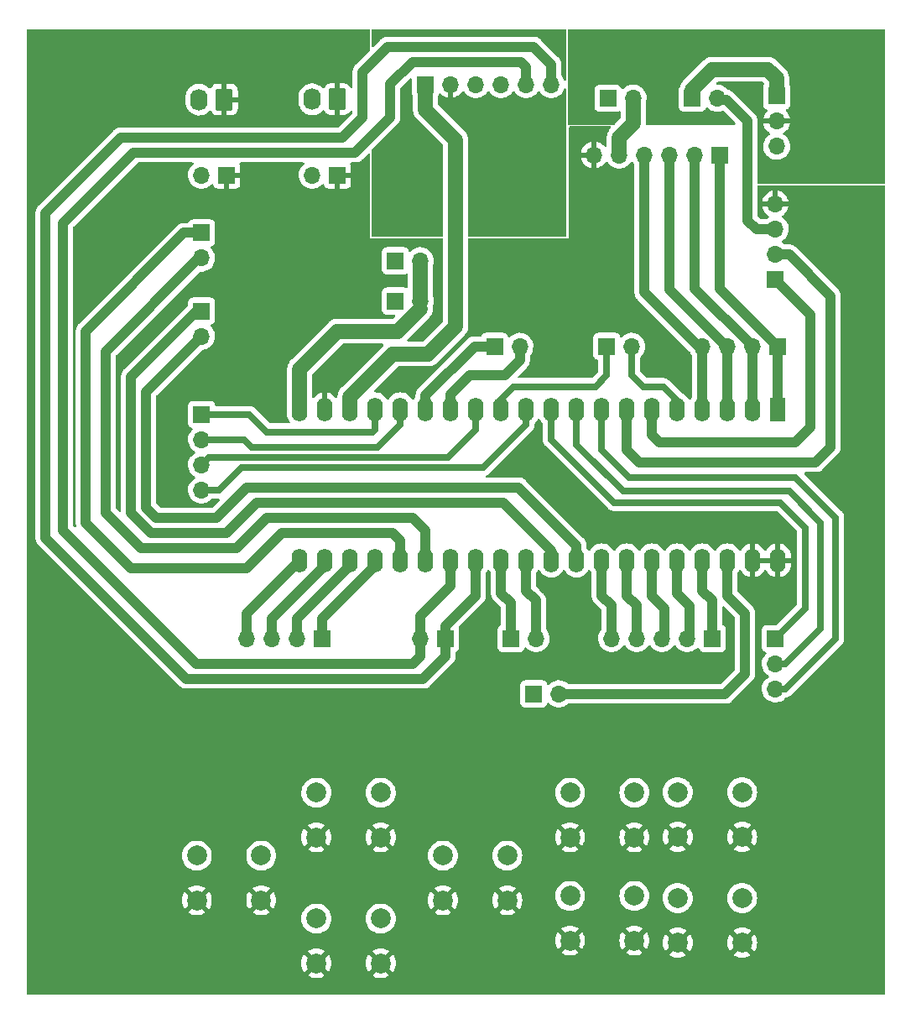
<source format=gbl>
G04 #@! TF.GenerationSoftware,KiCad,Pcbnew,(6.0.10)*
G04 #@! TF.CreationDate,2023-02-06T13:34:11-03:00*
G04 #@! TF.ProjectId,Core_HW,436f7265-5f48-4572-9e6b-696361645f70,rev?*
G04 #@! TF.SameCoordinates,Original*
G04 #@! TF.FileFunction,Copper,L2,Bot*
G04 #@! TF.FilePolarity,Positive*
%FSLAX46Y46*%
G04 Gerber Fmt 4.6, Leading zero omitted, Abs format (unit mm)*
G04 Created by KiCad (PCBNEW (6.0.10)) date 2023-02-06 13:34:11*
%MOMM*%
%LPD*%
G01*
G04 APERTURE LIST*
G04 Aperture macros list*
%AMRoundRect*
0 Rectangle with rounded corners*
0 $1 Rounding radius*
0 $2 $3 $4 $5 $6 $7 $8 $9 X,Y pos of 4 corners*
0 Add a 4 corners polygon primitive as box body*
4,1,4,$2,$3,$4,$5,$6,$7,$8,$9,$2,$3,0*
0 Add four circle primitives for the rounded corners*
1,1,$1+$1,$2,$3*
1,1,$1+$1,$4,$5*
1,1,$1+$1,$6,$7*
1,1,$1+$1,$8,$9*
0 Add four rect primitives between the rounded corners*
20,1,$1+$1,$2,$3,$4,$5,0*
20,1,$1+$1,$4,$5,$6,$7,0*
20,1,$1+$1,$6,$7,$8,$9,0*
20,1,$1+$1,$8,$9,$2,$3,0*%
G04 Aperture macros list end*
G04 #@! TA.AperFunction,ComponentPad*
%ADD10R,1.700000X1.700000*%
G04 #@! TD*
G04 #@! TA.AperFunction,ComponentPad*
%ADD11O,1.700000X1.700000*%
G04 #@! TD*
G04 #@! TA.AperFunction,ComponentPad*
%ADD12C,2.000000*%
G04 #@! TD*
G04 #@! TA.AperFunction,ComponentPad*
%ADD13R,1.600000X2.400000*%
G04 #@! TD*
G04 #@! TA.AperFunction,ComponentPad*
%ADD14O,1.600000X2.400000*%
G04 #@! TD*
G04 #@! TA.AperFunction,ComponentPad*
%ADD15RoundRect,0.250000X0.620000X0.845000X-0.620000X0.845000X-0.620000X-0.845000X0.620000X-0.845000X0*%
G04 #@! TD*
G04 #@! TA.AperFunction,ComponentPad*
%ADD16O,1.740000X2.190000*%
G04 #@! TD*
G04 #@! TA.AperFunction,ViaPad*
%ADD17C,0.800000*%
G04 #@! TD*
G04 #@! TA.AperFunction,Conductor*
%ADD18C,0.700000*%
G04 #@! TD*
G04 #@! TA.AperFunction,Conductor*
%ADD19C,1.000000*%
G04 #@! TD*
G04 #@! TA.AperFunction,Conductor*
%ADD20C,1.500000*%
G04 #@! TD*
G04 APERTURE END LIST*
D10*
X115057000Y-90424000D03*
D11*
X117597000Y-90424000D03*
D10*
X153416000Y-92319000D03*
D11*
X153416000Y-89779000D03*
X153416000Y-87239000D03*
X153416000Y-84699000D03*
D12*
X107090000Y-148590000D03*
X113590000Y-148590000D03*
X113590000Y-144090000D03*
X107090000Y-144090000D03*
X139192000Y-159004000D03*
X132692000Y-159004000D03*
X139192000Y-154504000D03*
X132692000Y-154504000D03*
D13*
X153670000Y-105410000D03*
D14*
X151130000Y-105410000D03*
X148590000Y-105410000D03*
X146050000Y-105410000D03*
X143510000Y-105410000D03*
X140970000Y-105410000D03*
X138430000Y-105410000D03*
X135890000Y-105410000D03*
X133350000Y-105410000D03*
X130810000Y-105410000D03*
X128270000Y-105410000D03*
X125730000Y-105410000D03*
X123190000Y-105410000D03*
X120650000Y-105410000D03*
X118110000Y-105410000D03*
X115570000Y-105410000D03*
X113030000Y-105410000D03*
X110490000Y-105410000D03*
X107950000Y-105410000D03*
X105410000Y-105410000D03*
X105410000Y-120650000D03*
X107950000Y-120650000D03*
X110490000Y-120650000D03*
X113030000Y-120650000D03*
X115570000Y-120650000D03*
X118110000Y-120650000D03*
X120650000Y-120650000D03*
X123190000Y-120650000D03*
X125730000Y-120650000D03*
X128270000Y-120650000D03*
X130810000Y-120650000D03*
X133350000Y-120650000D03*
X135890000Y-120650000D03*
X138430000Y-120650000D03*
X140970000Y-120650000D03*
X143510000Y-120650000D03*
X146050000Y-120650000D03*
X148590000Y-120650000D03*
X151130000Y-120650000D03*
X153670000Y-120650000D03*
D10*
X126741000Y-128524000D03*
D11*
X129281000Y-128524000D03*
D10*
X145029000Y-74041000D03*
D11*
X147569000Y-74041000D03*
D10*
X147061000Y-128524000D03*
D11*
X144521000Y-128524000D03*
X141981000Y-128524000D03*
X139441000Y-128524000D03*
X136901000Y-128524000D03*
D10*
X95504000Y-105928000D03*
D11*
X95504000Y-108468000D03*
X95504000Y-111008000D03*
X95504000Y-113548000D03*
D10*
X98044000Y-81788000D03*
D11*
X95504000Y-81788000D03*
D12*
X143562000Y-148554000D03*
X150062000Y-148554000D03*
X143562000Y-144054000D03*
X150062000Y-144054000D03*
D10*
X125090000Y-99060000D03*
D11*
X127630000Y-99060000D03*
D10*
X95504000Y-87625000D03*
D11*
X95504000Y-90165000D03*
D10*
X136393000Y-99060000D03*
D11*
X138933000Y-99060000D03*
D12*
X113590000Y-161290000D03*
X107090000Y-161290000D03*
X113590000Y-156790000D03*
X107090000Y-156790000D03*
D10*
X147828000Y-79756000D03*
D11*
X145288000Y-79756000D03*
X142748000Y-79756000D03*
X140208000Y-79756000D03*
X137668000Y-79756000D03*
X135128000Y-79756000D03*
D10*
X120142000Y-128524000D03*
D11*
X117602000Y-128524000D03*
D12*
X143562000Y-159222000D03*
X150062000Y-159222000D03*
X143562000Y-154722000D03*
X150062000Y-154722000D03*
D10*
X107696000Y-128524000D03*
D11*
X105156000Y-128524000D03*
X102616000Y-128524000D03*
X100076000Y-128524000D03*
D10*
X109220000Y-81788000D03*
D11*
X106680000Y-81788000D03*
D10*
X118110000Y-72644000D03*
D11*
X120650000Y-72644000D03*
X123190000Y-72644000D03*
X125730000Y-72644000D03*
X128270000Y-72644000D03*
X130810000Y-72644000D03*
D10*
X95504000Y-95504000D03*
D11*
X95504000Y-98044000D03*
D12*
X139192000Y-148590000D03*
X132692000Y-148590000D03*
X139192000Y-144090000D03*
X132692000Y-144090000D03*
D10*
X136515000Y-74041000D03*
D11*
X139055000Y-74041000D03*
D10*
X115057000Y-94488000D03*
D11*
X117597000Y-94488000D03*
D10*
X153543000Y-73802000D03*
D11*
X153543000Y-76342000D03*
X153543000Y-78882000D03*
D10*
X153660000Y-99060000D03*
D11*
X151120000Y-99060000D03*
X148580000Y-99060000D03*
X146040000Y-99060000D03*
D12*
X101525000Y-154940000D03*
X95025000Y-154940000D03*
X95025000Y-150440000D03*
X101525000Y-150440000D03*
D15*
X97790000Y-74168000D03*
D16*
X95250000Y-74168000D03*
D12*
X126365000Y-154940000D03*
X119865000Y-154940000D03*
X119865000Y-150440000D03*
X126365000Y-150440000D03*
D10*
X153416000Y-128539000D03*
D11*
X153416000Y-131079000D03*
X153416000Y-133619000D03*
D16*
X106675000Y-74148000D03*
D15*
X109215000Y-74148000D03*
D10*
X129032000Y-134112000D03*
D11*
X131572000Y-134112000D03*
D17*
X99695000Y-99314000D03*
X100203000Y-140208000D03*
X110998000Y-84836000D03*
X130810000Y-67691000D03*
X97917000Y-90424000D03*
X114681000Y-84836000D03*
D18*
X100584000Y-109220000D02*
X99832000Y-108468000D01*
X115570000Y-106934000D02*
X113284000Y-109220000D01*
X115570000Y-105410000D02*
X115570000Y-106934000D01*
X99832000Y-108468000D02*
X95504000Y-108468000D01*
X113284000Y-109220000D02*
X100584000Y-109220000D01*
X123952000Y-111252000D02*
X128270000Y-106934000D01*
X97272000Y-113548000D02*
X99568000Y-111252000D01*
X95504000Y-113548000D02*
X97272000Y-113548000D01*
X128270000Y-106934000D02*
X128270000Y-105410000D01*
X99568000Y-111252000D02*
X123952000Y-111252000D01*
X95504000Y-111008000D02*
X96276000Y-110236000D01*
X120396000Y-110236000D02*
X123190000Y-107442000D01*
X123190000Y-107442000D02*
X123190000Y-105410000D01*
X96276000Y-110236000D02*
X120396000Y-110236000D01*
X113030000Y-107442000D02*
X112776000Y-107696000D01*
X112776000Y-107696000D02*
X102108000Y-107696000D01*
X102108000Y-107696000D02*
X100340000Y-105928000D01*
X100340000Y-105928000D02*
X95504000Y-105928000D01*
X113030000Y-105410000D02*
X113030000Y-107442000D01*
D19*
X102108000Y-116332000D02*
X99060000Y-119380000D01*
X83820000Y-116840000D02*
X83820000Y-97536000D01*
X93731000Y-87625000D02*
X95504000Y-87625000D01*
X118110000Y-117602000D02*
X116840000Y-116332000D01*
X89408000Y-119380000D02*
X85852000Y-115824000D01*
X99060000Y-119380000D02*
X89408000Y-119380000D01*
X88392000Y-121412000D02*
X83820000Y-116840000D01*
X85852000Y-99568000D02*
X95255000Y-90165000D01*
X95255000Y-90165000D02*
X95504000Y-90165000D01*
X116840000Y-116332000D02*
X102108000Y-116332000D01*
X83820000Y-97536000D02*
X93731000Y-87625000D01*
X100076000Y-121412000D02*
X88392000Y-121412000D01*
X103632000Y-117856000D02*
X100076000Y-121412000D01*
X114808000Y-117856000D02*
X103632000Y-117856000D01*
X115570000Y-120650000D02*
X115570000Y-118618000D01*
X115570000Y-118618000D02*
X114808000Y-117856000D01*
X85852000Y-115824000D02*
X85852000Y-99568000D01*
X118110000Y-120650000D02*
X118110000Y-117602000D01*
D18*
X137160000Y-114808000D02*
X153924000Y-114808000D01*
X153924000Y-114808000D02*
X156464000Y-117348000D01*
X130810000Y-108458000D02*
X137160000Y-114808000D01*
X156464000Y-117348000D02*
X156464000Y-125491000D01*
X130810000Y-105410000D02*
X130810000Y-108458000D01*
X156464000Y-125491000D02*
X153416000Y-128539000D01*
X135890000Y-105410000D02*
X135890000Y-109474000D01*
X159512000Y-128524000D02*
X154417000Y-133619000D01*
X135890000Y-109474000D02*
X138684000Y-112268000D01*
X138684000Y-112268000D02*
X155448000Y-112268000D01*
X155448000Y-112268000D02*
X159512000Y-116332000D01*
X159512000Y-116332000D02*
X159512000Y-128524000D01*
X154417000Y-133619000D02*
X153416000Y-133619000D01*
D19*
X89916000Y-103632000D02*
X95504000Y-98044000D01*
X97028000Y-116332000D02*
X90932000Y-116332000D01*
X90424000Y-117856000D02*
X88392000Y-115824000D01*
X127474000Y-113318000D02*
X113318000Y-113318000D01*
X127508000Y-113284000D02*
X127474000Y-113318000D01*
X133350000Y-119126000D02*
X127508000Y-113284000D01*
X89916000Y-115316000D02*
X89916000Y-103632000D01*
X130810000Y-119634000D02*
X125984000Y-114808000D01*
X125984000Y-114808000D02*
X101092000Y-114808000D01*
X94996000Y-95504000D02*
X95504000Y-95504000D01*
X130810000Y-120650000D02*
X130810000Y-119634000D01*
X101092000Y-114808000D02*
X98044000Y-117856000D01*
X88392000Y-102108000D02*
X94996000Y-95504000D01*
X90932000Y-116332000D02*
X89916000Y-115316000D01*
X100076000Y-113284000D02*
X97028000Y-116332000D01*
X88392000Y-115824000D02*
X88392000Y-102108000D01*
X98044000Y-117856000D02*
X90424000Y-117856000D01*
X113318000Y-113318000D02*
X113284000Y-113284000D01*
X133350000Y-120650000D02*
X133350000Y-119126000D01*
X113284000Y-113284000D02*
X100076000Y-113284000D01*
D18*
X138060000Y-113676000D02*
X154824000Y-113676000D01*
X157988000Y-116840000D02*
X157988000Y-127508000D01*
X133350000Y-108966000D02*
X138060000Y-113676000D01*
X154824000Y-113676000D02*
X157988000Y-116840000D01*
X157988000Y-127508000D02*
X154417000Y-131079000D01*
X133350000Y-105410000D02*
X133350000Y-108966000D01*
X154417000Y-131079000D02*
X153416000Y-131079000D01*
D19*
X147061000Y-128524000D02*
X147061000Y-124709000D01*
X146050000Y-123698000D02*
X146050000Y-120650000D01*
X147061000Y-124709000D02*
X146050000Y-123698000D01*
D20*
X118110000Y-75184000D02*
X118110000Y-72644000D01*
X153543000Y-73802000D02*
X153543000Y-72009000D01*
X118364000Y-99822000D02*
X121158000Y-97028000D01*
X121158000Y-78232000D02*
X118110000Y-75184000D01*
X147066000Y-71120000D02*
X145029000Y-73157000D01*
X153543000Y-72009000D02*
X152654000Y-71120000D01*
X145029000Y-73157000D02*
X145029000Y-74041000D01*
X121158000Y-88138000D02*
X121158000Y-78232000D01*
X121158000Y-97028000D02*
X121158000Y-88138000D01*
D19*
X110490000Y-105410000D02*
X110744000Y-105156000D01*
D20*
X110490000Y-104140000D02*
X114808000Y-99822000D01*
X152654000Y-71120000D02*
X147066000Y-71120000D01*
X114808000Y-99822000D02*
X118364000Y-99822000D01*
X110490000Y-105410000D02*
X110490000Y-104140000D01*
D19*
X155448000Y-108712000D02*
X156972000Y-107188000D01*
X140970000Y-107950000D02*
X141732000Y-108712000D01*
X156972000Y-107188000D02*
X156972000Y-95875000D01*
X156972000Y-95875000D02*
X153416000Y-92319000D01*
X140970000Y-105410000D02*
X140970000Y-107950000D01*
X141732000Y-108712000D02*
X155448000Y-108712000D01*
X159004000Y-109220000D02*
X159004000Y-93980000D01*
X157480000Y-110744000D02*
X159004000Y-109220000D01*
X138430000Y-105410000D02*
X138430000Y-109474000D01*
X138430000Y-109474000D02*
X139700000Y-110744000D01*
X159004000Y-93980000D02*
X154803000Y-89779000D01*
X154803000Y-89779000D02*
X153416000Y-89779000D01*
X139700000Y-110744000D02*
X157480000Y-110744000D01*
X153670000Y-105410000D02*
X153670000Y-99070000D01*
X147828000Y-79756000D02*
X147828000Y-93228000D01*
X153670000Y-99070000D02*
X153660000Y-99060000D01*
X147828000Y-93228000D02*
X153660000Y-99060000D01*
X145288000Y-93218000D02*
X145288000Y-79756000D01*
X151130000Y-99070000D02*
X151120000Y-99060000D01*
X151120000Y-99060000D02*
X151120000Y-99050000D01*
X151130000Y-105410000D02*
X151130000Y-99070000D01*
X151120000Y-99050000D02*
X145288000Y-93218000D01*
X146050000Y-105410000D02*
X146050000Y-99070000D01*
X146040000Y-99060000D02*
X145669000Y-99060000D01*
X140208000Y-93599000D02*
X140208000Y-79756000D01*
X146050000Y-99070000D02*
X146040000Y-99060000D01*
X145669000Y-99060000D02*
X140208000Y-93599000D01*
X148590000Y-99070000D02*
X148580000Y-99060000D01*
X148590000Y-105410000D02*
X148590000Y-99070000D01*
X142748000Y-93345000D02*
X142748000Y-79756000D01*
X148463000Y-99060000D02*
X142748000Y-93345000D01*
X148580000Y-99060000D02*
X148463000Y-99060000D01*
X123063000Y-99060000D02*
X125090000Y-99060000D01*
X118110000Y-105410000D02*
X118110000Y-104013000D01*
X118110000Y-104013000D02*
X123063000Y-99060000D01*
X120650000Y-105410000D02*
X120650000Y-103886000D01*
X126111000Y-101981000D02*
X127630000Y-100462000D01*
X127630000Y-100462000D02*
X127630000Y-99060000D01*
X122555000Y-101981000D02*
X126111000Y-101981000D01*
X120650000Y-103886000D02*
X122555000Y-101981000D01*
X111760000Y-75946000D02*
X111760000Y-71374000D01*
X87376000Y-77978000D02*
X109728000Y-77978000D01*
X130810000Y-70612000D02*
X130810000Y-72644000D01*
X109728000Y-77978000D02*
X111760000Y-75946000D01*
X93980000Y-132588000D02*
X79756000Y-118364000D01*
X79756000Y-85598000D02*
X87376000Y-77978000D01*
X120142000Y-127254000D02*
X123190000Y-124206000D01*
X120142000Y-128524000D02*
X120142000Y-127254000D01*
X114300000Y-68834000D02*
X129032000Y-68834000D01*
X129032000Y-68834000D02*
X130810000Y-70612000D01*
X111760000Y-71374000D02*
X114300000Y-68834000D01*
X117856000Y-132588000D02*
X93980000Y-132588000D01*
X120142000Y-128524000D02*
X120142000Y-130302000D01*
X120142000Y-130302000D02*
X117856000Y-132588000D01*
X123190000Y-124206000D02*
X123190000Y-120650000D01*
X79756000Y-118364000D02*
X79756000Y-85598000D01*
X117602000Y-128524000D02*
X117602000Y-130302000D01*
X117602000Y-126238000D02*
X120650000Y-123190000D01*
X81534000Y-86614000D02*
X88646000Y-79502000D01*
X120650000Y-123190000D02*
X120650000Y-120650000D01*
X81534000Y-117602000D02*
X81534000Y-86614000D01*
X117602000Y-128524000D02*
X117602000Y-126238000D01*
X116840000Y-131064000D02*
X94996000Y-131064000D01*
X114554000Y-75946000D02*
X114554000Y-72592000D01*
X117602000Y-130302000D02*
X116840000Y-131064000D01*
X94996000Y-131064000D02*
X81534000Y-117602000D01*
X128270000Y-70866000D02*
X128270000Y-72644000D01*
X114554000Y-72592000D02*
X116788000Y-70358000D01*
X116788000Y-70358000D02*
X127762000Y-70358000D01*
X110998000Y-79502000D02*
X114554000Y-75946000D01*
X88646000Y-79502000D02*
X110998000Y-79502000D01*
X127762000Y-70358000D02*
X128270000Y-70866000D01*
D18*
X140081000Y-103124000D02*
X138933000Y-101976000D01*
X143510000Y-104521000D02*
X142113000Y-103124000D01*
X138933000Y-101976000D02*
X138933000Y-99060000D01*
X143510000Y-105410000D02*
X143510000Y-104521000D01*
X142113000Y-103124000D02*
X140081000Y-103124000D01*
X125730000Y-105410000D02*
X125730000Y-104394000D01*
X127000000Y-103124000D02*
X135255000Y-103124000D01*
X125730000Y-104394000D02*
X127000000Y-103124000D01*
X135255000Y-103124000D02*
X136393000Y-101986000D01*
X136393000Y-101986000D02*
X136393000Y-99060000D01*
D19*
X150368000Y-125984000D02*
X150368000Y-132080000D01*
D20*
X105410000Y-105410000D02*
X105410000Y-101346000D01*
D19*
X150368000Y-132080000D02*
X148336000Y-134112000D01*
D20*
X115316000Y-97536000D02*
X117597000Y-95255000D01*
X109220000Y-97536000D02*
X115316000Y-97536000D01*
D19*
X148590000Y-124206000D02*
X150368000Y-125984000D01*
D20*
X117597000Y-90424000D02*
X117597000Y-94488000D01*
X105410000Y-101346000D02*
X109220000Y-97536000D01*
D19*
X148590000Y-120650000D02*
X148590000Y-124206000D01*
X117597000Y-95255000D02*
X117597000Y-94488000D01*
X148336000Y-134112000D02*
X131572000Y-134112000D01*
X100076000Y-125984000D02*
X105410000Y-120650000D01*
X100076000Y-128524000D02*
X100076000Y-125984000D01*
X107950000Y-121158000D02*
X107950000Y-120650000D01*
X102616000Y-128524000D02*
X102616000Y-126492000D01*
X102616000Y-126492000D02*
X107950000Y-121158000D01*
X105156000Y-126492000D02*
X110490000Y-121158000D01*
X105156000Y-128524000D02*
X105156000Y-126492000D01*
X110490000Y-121158000D02*
X110490000Y-120650000D01*
X113030000Y-121158000D02*
X113030000Y-120650000D01*
X107696000Y-128524000D02*
X107696000Y-126492000D01*
X107696000Y-126492000D02*
X113030000Y-121158000D01*
X125730000Y-123952000D02*
X125730000Y-120650000D01*
X126741000Y-124963000D02*
X125730000Y-123952000D01*
X126741000Y-128524000D02*
X126741000Y-124963000D01*
X128270000Y-123698000D02*
X128270000Y-120650000D01*
X129281000Y-124709000D02*
X128270000Y-123698000D01*
X129281000Y-128524000D02*
X129281000Y-124709000D01*
X135890000Y-124206000D02*
X135890000Y-120650000D01*
X136901000Y-125217000D02*
X135890000Y-124206000D01*
X136901000Y-128524000D02*
X136901000Y-125217000D01*
X139441000Y-128524000D02*
X139441000Y-125217000D01*
X138430000Y-124206000D02*
X138430000Y-120650000D01*
X139441000Y-125217000D02*
X138430000Y-124206000D01*
X142240000Y-128524000D02*
X142240000Y-125476000D01*
X142240000Y-125476000D02*
X140970000Y-124206000D01*
X140970000Y-124206000D02*
X140970000Y-120650000D01*
X143510000Y-123952000D02*
X143510000Y-120650000D01*
X144780000Y-125222000D02*
X143510000Y-123952000D01*
X144775000Y-128524000D02*
X144775000Y-128519000D01*
X144780000Y-128524000D02*
X144780000Y-125222000D01*
D20*
X137668000Y-77978000D02*
X139060000Y-76586000D01*
X139060000Y-76586000D02*
X139060000Y-74295000D01*
X137668000Y-79756000D02*
X137668000Y-77978000D01*
D19*
X153416000Y-87239000D02*
X151501000Y-87239000D01*
X150622000Y-76327000D02*
X148463000Y-74168000D01*
X150622000Y-86360000D02*
X150622000Y-76327000D01*
X151501000Y-87239000D02*
X150622000Y-86360000D01*
X148463000Y-74168000D02*
X147442000Y-74168000D01*
G04 #@! TA.AperFunction,Conductor*
G36*
X116669532Y-72006868D02*
G01*
X116726368Y-72049415D01*
X116751179Y-72115935D01*
X116751500Y-72124924D01*
X116751500Y-73542134D01*
X116758255Y-73604316D01*
X116809385Y-73740705D01*
X116826327Y-73763311D01*
X116851174Y-73829815D01*
X116851500Y-73838874D01*
X116851500Y-75092604D01*
X116850422Y-75109051D01*
X116847521Y-75131086D01*
X116847786Y-75136698D01*
X116851360Y-75212488D01*
X116851500Y-75218424D01*
X116851500Y-75240999D01*
X116851750Y-75243796D01*
X116853819Y-75266988D01*
X116854178Y-75272248D01*
X116858104Y-75355488D01*
X116859354Y-75360947D01*
X116859355Y-75360952D01*
X116862108Y-75372970D01*
X116864789Y-75389899D01*
X116866383Y-75407762D01*
X116867865Y-75413178D01*
X116867865Y-75413180D01*
X116888370Y-75488133D01*
X116889656Y-75493251D01*
X116908258Y-75574470D01*
X116910460Y-75579632D01*
X116915294Y-75590967D01*
X116920927Y-75607142D01*
X116925663Y-75624451D01*
X116928079Y-75629516D01*
X116961539Y-75699667D01*
X116963710Y-75704476D01*
X116996397Y-75781109D01*
X117006251Y-75796110D01*
X117014654Y-75811025D01*
X117022378Y-75827218D01*
X117025648Y-75831769D01*
X117025650Y-75831772D01*
X117070999Y-75894881D01*
X117073989Y-75899232D01*
X117117196Y-75965010D01*
X117117202Y-75965018D01*
X117119735Y-75968874D01*
X117138257Y-75989662D01*
X117146490Y-75999939D01*
X117153471Y-76009654D01*
X117222208Y-76076265D01*
X117230255Y-76084063D01*
X117231665Y-76085452D01*
X119862595Y-78716382D01*
X119896621Y-78778694D01*
X119899500Y-78805477D01*
X119899500Y-87885000D01*
X119879498Y-87953121D01*
X119825842Y-87999614D01*
X119773500Y-88011000D01*
X112775000Y-88011000D01*
X112706879Y-87990998D01*
X112660386Y-87937342D01*
X112649000Y-87885000D01*
X112649000Y-79329425D01*
X112669002Y-79261304D01*
X112685905Y-79240330D01*
X115223379Y-76702855D01*
X115233522Y-76693753D01*
X115258218Y-76673897D01*
X115263025Y-76670032D01*
X115295320Y-76631544D01*
X115298478Y-76627925D01*
X115300124Y-76626110D01*
X115302309Y-76623925D01*
X115304264Y-76621545D01*
X115304273Y-76621535D01*
X115329549Y-76590764D01*
X115330391Y-76589749D01*
X115386194Y-76523245D01*
X115390154Y-76518526D01*
X115392723Y-76513852D01*
X115396102Y-76509739D01*
X115439975Y-76427915D01*
X115440584Y-76426793D01*
X115482464Y-76350614D01*
X115482465Y-76350612D01*
X115485433Y-76345213D01*
X115487045Y-76340131D01*
X115489562Y-76335437D01*
X115516762Y-76246469D01*
X115517108Y-76245358D01*
X115543373Y-76162563D01*
X115545235Y-76156694D01*
X115545829Y-76151398D01*
X115547387Y-76146302D01*
X115556790Y-76053743D01*
X115556911Y-76052607D01*
X115562500Y-76002773D01*
X115562500Y-75999246D01*
X115562555Y-75998261D01*
X115563002Y-75992581D01*
X115567374Y-75949538D01*
X115563059Y-75903891D01*
X115562500Y-75892033D01*
X115562500Y-73061925D01*
X115582502Y-72993804D01*
X115599400Y-72972835D01*
X116536407Y-72035828D01*
X116598717Y-72001804D01*
X116669532Y-72006868D01*
G37*
G04 #@! TD.AperFunction*
G04 #@! TA.AperFunction,Conductor*
G36*
X120846121Y-72410002D02*
G01*
X120892614Y-72463658D01*
X120904000Y-72516000D01*
X120904000Y-73962517D01*
X120908064Y-73976359D01*
X120921478Y-73978393D01*
X120928184Y-73977534D01*
X120938262Y-73975392D01*
X121142255Y-73914191D01*
X121151842Y-73910433D01*
X121343095Y-73816739D01*
X121351945Y-73811464D01*
X121525328Y-73687792D01*
X121533200Y-73681139D01*
X121684052Y-73530812D01*
X121690730Y-73522965D01*
X121818022Y-73345819D01*
X121819279Y-73346722D01*
X121866373Y-73303362D01*
X121936311Y-73291145D01*
X122001751Y-73318678D01*
X122029579Y-73350511D01*
X122089987Y-73449088D01*
X122236250Y-73617938D01*
X122408126Y-73760632D01*
X122601000Y-73873338D01*
X122809692Y-73953030D01*
X122814760Y-73954061D01*
X122814763Y-73954062D01*
X122909862Y-73973410D01*
X123028597Y-73997567D01*
X123033772Y-73997757D01*
X123033774Y-73997757D01*
X123246673Y-74005564D01*
X123246677Y-74005564D01*
X123251837Y-74005753D01*
X123256957Y-74005097D01*
X123256959Y-74005097D01*
X123468288Y-73978025D01*
X123468289Y-73978025D01*
X123473416Y-73977368D01*
X123478366Y-73975883D01*
X123682429Y-73914661D01*
X123682434Y-73914659D01*
X123687384Y-73913174D01*
X123887994Y-73814896D01*
X124069860Y-73685173D01*
X124228096Y-73527489D01*
X124358453Y-73346077D01*
X124359776Y-73347028D01*
X124406645Y-73303857D01*
X124476580Y-73291625D01*
X124542026Y-73319144D01*
X124569875Y-73350994D01*
X124629987Y-73449088D01*
X124776250Y-73617938D01*
X124948126Y-73760632D01*
X125141000Y-73873338D01*
X125349692Y-73953030D01*
X125354760Y-73954061D01*
X125354763Y-73954062D01*
X125449862Y-73973410D01*
X125568597Y-73997567D01*
X125573772Y-73997757D01*
X125573774Y-73997757D01*
X125786673Y-74005564D01*
X125786677Y-74005564D01*
X125791837Y-74005753D01*
X125796957Y-74005097D01*
X125796959Y-74005097D01*
X126008288Y-73978025D01*
X126008289Y-73978025D01*
X126013416Y-73977368D01*
X126018366Y-73975883D01*
X126222429Y-73914661D01*
X126222434Y-73914659D01*
X126227384Y-73913174D01*
X126427994Y-73814896D01*
X126609860Y-73685173D01*
X126768096Y-73527489D01*
X126898453Y-73346077D01*
X126899776Y-73347028D01*
X126946645Y-73303857D01*
X127016580Y-73291625D01*
X127082026Y-73319144D01*
X127109875Y-73350994D01*
X127169987Y-73449088D01*
X127316250Y-73617938D01*
X127488126Y-73760632D01*
X127681000Y-73873338D01*
X127889692Y-73953030D01*
X127894760Y-73954061D01*
X127894763Y-73954062D01*
X127989862Y-73973410D01*
X128108597Y-73997567D01*
X128113772Y-73997757D01*
X128113774Y-73997757D01*
X128326673Y-74005564D01*
X128326677Y-74005564D01*
X128331837Y-74005753D01*
X128336957Y-74005097D01*
X128336959Y-74005097D01*
X128548288Y-73978025D01*
X128548289Y-73978025D01*
X128553416Y-73977368D01*
X128558366Y-73975883D01*
X128762429Y-73914661D01*
X128762434Y-73914659D01*
X128767384Y-73913174D01*
X128967994Y-73814896D01*
X129149860Y-73685173D01*
X129308096Y-73527489D01*
X129438453Y-73346077D01*
X129439776Y-73347028D01*
X129486645Y-73303857D01*
X129556580Y-73291625D01*
X129622026Y-73319144D01*
X129649875Y-73350994D01*
X129709987Y-73449088D01*
X129856250Y-73617938D01*
X130028126Y-73760632D01*
X130221000Y-73873338D01*
X130429692Y-73953030D01*
X130434760Y-73954061D01*
X130434763Y-73954062D01*
X130529862Y-73973410D01*
X130648597Y-73997567D01*
X130653772Y-73997757D01*
X130653774Y-73997757D01*
X130866673Y-74005564D01*
X130866677Y-74005564D01*
X130871837Y-74005753D01*
X130876957Y-74005097D01*
X130876959Y-74005097D01*
X131088288Y-73978025D01*
X131088289Y-73978025D01*
X131093416Y-73977368D01*
X131098366Y-73975883D01*
X131302429Y-73914661D01*
X131302434Y-73914659D01*
X131307384Y-73913174D01*
X131507994Y-73814896D01*
X131689860Y-73685173D01*
X131848096Y-73527489D01*
X131978453Y-73346077D01*
X131991995Y-73318678D01*
X132075136Y-73150453D01*
X132075137Y-73150451D01*
X132077430Y-73145811D01*
X132087442Y-73112858D01*
X132126383Y-73053494D01*
X132191237Y-73024607D01*
X132261413Y-73035369D01*
X132314631Y-73082362D01*
X132334000Y-73149487D01*
X132334000Y-87885000D01*
X132313998Y-87953121D01*
X132260342Y-87999614D01*
X132208000Y-88011000D01*
X122542500Y-88011000D01*
X122474379Y-87990998D01*
X122427886Y-87937342D01*
X122416500Y-87885000D01*
X122416500Y-78323396D01*
X122417578Y-78306949D01*
X122419747Y-78290472D01*
X122420479Y-78284914D01*
X122416640Y-78203504D01*
X122416500Y-78197569D01*
X122416500Y-78175001D01*
X122416252Y-78172218D01*
X122416251Y-78172204D01*
X122414182Y-78149023D01*
X122413823Y-78143760D01*
X122410161Y-78066116D01*
X122409897Y-78060512D01*
X122405892Y-78043023D01*
X122403212Y-78026104D01*
X122402115Y-78013821D01*
X122401617Y-78008238D01*
X122392377Y-77974462D01*
X122379631Y-77927870D01*
X122378345Y-77922752D01*
X122360995Y-77847000D01*
X122360994Y-77846998D01*
X122359742Y-77841530D01*
X122352706Y-77825033D01*
X122347073Y-77808858D01*
X122343815Y-77796953D01*
X122342337Y-77791549D01*
X122339926Y-77786494D01*
X122339924Y-77786489D01*
X122306454Y-77716317D01*
X122304283Y-77711508D01*
X122273805Y-77640053D01*
X122273802Y-77640047D01*
X122271603Y-77634892D01*
X122261756Y-77619902D01*
X122253343Y-77604971D01*
X122248037Y-77593846D01*
X122245622Y-77588782D01*
X122242350Y-77584229D01*
X122242348Y-77584225D01*
X122196990Y-77521103D01*
X122194001Y-77516753D01*
X122150801Y-77450987D01*
X122148265Y-77447126D01*
X122129743Y-77426338D01*
X122121506Y-77416056D01*
X122120217Y-77414261D01*
X122114529Y-77406346D01*
X122037745Y-77331937D01*
X122036335Y-77330548D01*
X119405405Y-74699617D01*
X119371379Y-74637305D01*
X119368500Y-74610522D01*
X119368500Y-73838874D01*
X119388502Y-73770753D01*
X119393661Y-73763327D01*
X119410615Y-73740705D01*
X119454798Y-73622848D01*
X119497440Y-73566084D01*
X119564001Y-73541384D01*
X119633350Y-73556592D01*
X119668017Y-73584580D01*
X119693218Y-73613673D01*
X119700580Y-73620883D01*
X119864434Y-73756916D01*
X119872881Y-73762831D01*
X120056756Y-73870279D01*
X120066042Y-73874729D01*
X120265001Y-73950703D01*
X120274899Y-73953579D01*
X120378250Y-73974606D01*
X120392299Y-73973410D01*
X120396000Y-73963065D01*
X120396000Y-72516000D01*
X120416002Y-72447879D01*
X120469658Y-72401386D01*
X120522000Y-72390000D01*
X120778000Y-72390000D01*
X120846121Y-72410002D01*
G37*
G04 #@! TD.AperFunction*
G04 #@! TA.AperFunction,Conductor*
G36*
X132276121Y-67076502D02*
G01*
X132322614Y-67130158D01*
X132334000Y-67182500D01*
X132334000Y-72136106D01*
X132313998Y-72204227D01*
X132260342Y-72250720D01*
X132190068Y-72260824D01*
X132125488Y-72231330D01*
X132092451Y-72186349D01*
X132061834Y-72115935D01*
X132011354Y-71999840D01*
X131890014Y-71812277D01*
X131886532Y-71808450D01*
X131851306Y-71769737D01*
X131820254Y-71705891D01*
X131818500Y-71684938D01*
X131818500Y-70673850D01*
X131819237Y-70660242D01*
X131822659Y-70628739D01*
X131823325Y-70622612D01*
X131818947Y-70572570D01*
X131818621Y-70567788D01*
X131818500Y-70565310D01*
X131818500Y-70562231D01*
X131818201Y-70559177D01*
X131818200Y-70559166D01*
X131814313Y-70519529D01*
X131814191Y-70518215D01*
X131806623Y-70431718D01*
X131806087Y-70425587D01*
X131804600Y-70420468D01*
X131804080Y-70415167D01*
X131777209Y-70326166D01*
X131776874Y-70325033D01*
X131752630Y-70241586D01*
X131752628Y-70241582D01*
X131750909Y-70235664D01*
X131748456Y-70230932D01*
X131746916Y-70225831D01*
X131703269Y-70143740D01*
X131702657Y-70142574D01*
X131662729Y-70065547D01*
X131659892Y-70060074D01*
X131656569Y-70055911D01*
X131654066Y-70051204D01*
X131595261Y-69979102D01*
X131594433Y-69978075D01*
X131565469Y-69941792D01*
X131565464Y-69941787D01*
X131563262Y-69939028D01*
X131560761Y-69936527D01*
X131560119Y-69935809D01*
X131556406Y-69931461D01*
X131543925Y-69916158D01*
X131529065Y-69897938D01*
X131524323Y-69894015D01*
X131524321Y-69894013D01*
X131493727Y-69868703D01*
X131484947Y-69860713D01*
X129788855Y-68164621D01*
X129779753Y-68154478D01*
X129759897Y-68129782D01*
X129756032Y-68124975D01*
X129717578Y-68092708D01*
X129713931Y-68089528D01*
X129712119Y-68087885D01*
X129709925Y-68085691D01*
X129676651Y-68058358D01*
X129675853Y-68057696D01*
X129604526Y-67997846D01*
X129599856Y-67995278D01*
X129595739Y-67991897D01*
X129513914Y-67948023D01*
X129512755Y-67947394D01*
X129436619Y-67905538D01*
X129436611Y-67905535D01*
X129431213Y-67902567D01*
X129426131Y-67900955D01*
X129421437Y-67898438D01*
X129332469Y-67871238D01*
X129331441Y-67870918D01*
X129242694Y-67842765D01*
X129237398Y-67842171D01*
X129232302Y-67840613D01*
X129139743Y-67831210D01*
X129138607Y-67831089D01*
X129104992Y-67827319D01*
X129092270Y-67825892D01*
X129092266Y-67825892D01*
X129088773Y-67825500D01*
X129085246Y-67825500D01*
X129084261Y-67825445D01*
X129078581Y-67824998D01*
X129049175Y-67822011D01*
X129041663Y-67821248D01*
X129041661Y-67821248D01*
X129035538Y-67820626D01*
X128993259Y-67824623D01*
X128989891Y-67824941D01*
X128978033Y-67825500D01*
X114361840Y-67825500D01*
X114348232Y-67824763D01*
X114316736Y-67821341D01*
X114316732Y-67821341D01*
X114310611Y-67820676D01*
X114292611Y-67822251D01*
X114260609Y-67825050D01*
X114255784Y-67825379D01*
X114253313Y-67825500D01*
X114250231Y-67825500D01*
X114227763Y-67827703D01*
X114207489Y-67829691D01*
X114206174Y-67829813D01*
X114173913Y-67832636D01*
X114113587Y-67837913D01*
X114108468Y-67839400D01*
X114103167Y-67839920D01*
X114014133Y-67866801D01*
X114013000Y-67867136D01*
X113929578Y-67891373D01*
X113929574Y-67891375D01*
X113923663Y-67893092D01*
X113918934Y-67895543D01*
X113913831Y-67897084D01*
X113831669Y-67940770D01*
X113830627Y-67941317D01*
X113817690Y-67948023D01*
X113748074Y-67984108D01*
X113743911Y-67987431D01*
X113739204Y-67989934D01*
X113734430Y-67993828D01*
X113734428Y-67993829D01*
X113667105Y-68048737D01*
X113666160Y-68049500D01*
X113627027Y-68080739D01*
X113624536Y-68083230D01*
X113623809Y-68083880D01*
X113619463Y-68087592D01*
X113600588Y-68102987D01*
X113585938Y-68114935D01*
X113582015Y-68119677D01*
X113582013Y-68119679D01*
X113556703Y-68150273D01*
X113548713Y-68159053D01*
X112864095Y-68843671D01*
X112801783Y-68877697D01*
X112730968Y-68872632D01*
X112674132Y-68830085D01*
X112649321Y-68763565D01*
X112649000Y-68754576D01*
X112649000Y-67182500D01*
X112669002Y-67114379D01*
X112722658Y-67067886D01*
X112775000Y-67056500D01*
X132208000Y-67056500D01*
X132276121Y-67076502D01*
G37*
G04 #@! TD.AperFunction*
G04 #@! TA.AperFunction,Conductor*
G36*
X164406621Y-67076502D02*
G01*
X164453114Y-67130158D01*
X164464500Y-67182500D01*
X164464500Y-82551000D01*
X164444498Y-82619121D01*
X164390842Y-82665614D01*
X164338500Y-82677000D01*
X151756500Y-82677000D01*
X151688379Y-82656998D01*
X151641886Y-82603342D01*
X151630500Y-82551000D01*
X151630500Y-78848695D01*
X152180251Y-78848695D01*
X152180548Y-78853848D01*
X152180548Y-78853851D01*
X152186011Y-78948590D01*
X152193110Y-79071715D01*
X152194247Y-79076761D01*
X152194248Y-79076767D01*
X152214119Y-79164939D01*
X152242222Y-79289639D01*
X152326266Y-79496616D01*
X152442987Y-79687088D01*
X152589250Y-79855938D01*
X152761126Y-79998632D01*
X152954000Y-80111338D01*
X153162692Y-80191030D01*
X153167760Y-80192061D01*
X153167763Y-80192062D01*
X153275017Y-80213883D01*
X153381597Y-80235567D01*
X153386772Y-80235757D01*
X153386774Y-80235757D01*
X153599673Y-80243564D01*
X153599677Y-80243564D01*
X153604837Y-80243753D01*
X153609957Y-80243097D01*
X153609959Y-80243097D01*
X153821288Y-80216025D01*
X153821289Y-80216025D01*
X153826416Y-80215368D01*
X153831366Y-80213883D01*
X154035429Y-80152661D01*
X154035434Y-80152659D01*
X154040384Y-80151174D01*
X154240994Y-80052896D01*
X154422860Y-79923173D01*
X154581096Y-79765489D01*
X154611847Y-79722695D01*
X154708435Y-79588277D01*
X154711453Y-79584077D01*
X154752725Y-79500570D01*
X154808136Y-79388453D01*
X154808137Y-79388451D01*
X154810430Y-79383811D01*
X154875370Y-79170069D01*
X154904529Y-78948590D01*
X154906156Y-78882000D01*
X154887852Y-78659361D01*
X154833431Y-78442702D01*
X154744354Y-78237840D01*
X154623014Y-78050277D01*
X154472670Y-77885051D01*
X154468619Y-77881852D01*
X154468615Y-77881848D01*
X154301414Y-77749800D01*
X154301410Y-77749798D01*
X154297359Y-77746598D01*
X154255569Y-77723529D01*
X154205598Y-77673097D01*
X154190826Y-77603654D01*
X154215942Y-77537248D01*
X154243294Y-77510641D01*
X154418328Y-77385792D01*
X154426200Y-77379139D01*
X154577052Y-77228812D01*
X154583730Y-77220965D01*
X154708003Y-77048020D01*
X154713313Y-77039183D01*
X154807670Y-76848267D01*
X154811469Y-76838672D01*
X154873377Y-76634910D01*
X154875555Y-76624837D01*
X154876986Y-76613962D01*
X154874775Y-76599778D01*
X154861617Y-76596000D01*
X152226225Y-76596000D01*
X152212694Y-76599973D01*
X152211257Y-76609966D01*
X152241565Y-76744446D01*
X152244645Y-76754275D01*
X152324770Y-76951603D01*
X152329413Y-76960794D01*
X152440694Y-77142388D01*
X152446777Y-77150699D01*
X152586213Y-77311667D01*
X152593580Y-77318883D01*
X152757434Y-77454916D01*
X152765881Y-77460831D01*
X152834969Y-77501203D01*
X152883693Y-77552842D01*
X152896764Y-77622625D01*
X152870033Y-77688396D01*
X152829584Y-77721752D01*
X152816607Y-77728507D01*
X152812474Y-77731610D01*
X152812471Y-77731612D01*
X152642100Y-77859530D01*
X152637965Y-77862635D01*
X152483629Y-78024138D01*
X152357743Y-78208680D01*
X152342003Y-78242590D01*
X152270716Y-78396165D01*
X152263688Y-78411305D01*
X152203989Y-78626570D01*
X152180251Y-78848695D01*
X151630500Y-78848695D01*
X151630500Y-76388842D01*
X151631237Y-76375235D01*
X151634659Y-76343737D01*
X151634659Y-76343732D01*
X151635324Y-76337611D01*
X151630950Y-76287609D01*
X151630621Y-76282784D01*
X151630500Y-76280313D01*
X151630500Y-76277231D01*
X151626309Y-76234489D01*
X151626187Y-76233174D01*
X151618623Y-76146719D01*
X151618087Y-76140587D01*
X151616600Y-76135468D01*
X151616080Y-76130167D01*
X151589209Y-76041166D01*
X151588874Y-76040033D01*
X151564630Y-75956586D01*
X151564628Y-75956582D01*
X151562909Y-75950664D01*
X151560456Y-75945932D01*
X151558916Y-75940831D01*
X151556022Y-75935388D01*
X151515269Y-75858740D01*
X151514657Y-75857574D01*
X151474729Y-75780547D01*
X151471892Y-75775074D01*
X151468569Y-75770911D01*
X151466066Y-75766204D01*
X151407245Y-75694082D01*
X151406554Y-75693226D01*
X151375262Y-75654027D01*
X151372758Y-75651523D01*
X151372116Y-75650805D01*
X151368415Y-75646472D01*
X151341065Y-75612938D01*
X151305737Y-75583712D01*
X151296958Y-75575723D01*
X149219855Y-73498621D01*
X149210753Y-73488478D01*
X149190897Y-73463782D01*
X149187032Y-73458975D01*
X149148578Y-73426708D01*
X149144931Y-73423528D01*
X149143119Y-73421885D01*
X149140925Y-73419691D01*
X149107651Y-73392358D01*
X149106853Y-73391696D01*
X149035526Y-73331846D01*
X149030856Y-73329278D01*
X149026739Y-73325897D01*
X148944914Y-73282023D01*
X148943755Y-73281394D01*
X148867619Y-73239538D01*
X148867611Y-73239535D01*
X148862213Y-73236567D01*
X148857131Y-73234955D01*
X148852437Y-73232438D01*
X148763469Y-73205238D01*
X148762441Y-73204918D01*
X148673694Y-73176765D01*
X148668398Y-73176171D01*
X148663302Y-73174613D01*
X148657163Y-73173989D01*
X148651126Y-73172772D01*
X148651565Y-73170596D01*
X148595054Y-73147580D01*
X148580343Y-73133809D01*
X148498670Y-73044051D01*
X148363259Y-72937109D01*
X148327414Y-72908800D01*
X148327410Y-72908798D01*
X148323359Y-72905598D01*
X148127789Y-72797638D01*
X148122920Y-72795914D01*
X148122916Y-72795912D01*
X147922087Y-72724795D01*
X147922083Y-72724794D01*
X147917212Y-72723069D01*
X147912119Y-72722162D01*
X147912116Y-72722161D01*
X147702373Y-72684800D01*
X147702367Y-72684799D01*
X147697284Y-72683894D01*
X147653792Y-72683363D01*
X147585897Y-72682533D01*
X147518025Y-72661700D01*
X147472191Y-72607480D01*
X147462947Y-72537088D01*
X147493227Y-72472872D01*
X147498341Y-72467447D01*
X147550383Y-72415405D01*
X147612695Y-72381379D01*
X147639478Y-72378500D01*
X152080523Y-72378500D01*
X152148644Y-72398502D01*
X152169618Y-72415405D01*
X152247595Y-72493382D01*
X152281621Y-72555694D01*
X152284500Y-72582477D01*
X152284500Y-72607126D01*
X152264498Y-72675247D01*
X152259339Y-72682673D01*
X152242385Y-72705295D01*
X152191255Y-72841684D01*
X152184500Y-72903866D01*
X152184500Y-74700134D01*
X152191255Y-74762316D01*
X152242385Y-74898705D01*
X152329739Y-75015261D01*
X152446295Y-75102615D01*
X152454704Y-75105767D01*
X152454705Y-75105768D01*
X152563960Y-75146726D01*
X152620725Y-75189367D01*
X152645425Y-75255929D01*
X152630218Y-75325278D01*
X152610825Y-75351759D01*
X152487590Y-75480717D01*
X152481104Y-75488727D01*
X152361098Y-75664649D01*
X152356000Y-75673623D01*
X152266338Y-75866783D01*
X152262775Y-75876470D01*
X152207389Y-76076183D01*
X152208912Y-76084607D01*
X152221292Y-76088000D01*
X154861344Y-76088000D01*
X154874875Y-76084027D01*
X154876180Y-76074947D01*
X154834214Y-75907875D01*
X154830894Y-75898124D01*
X154745972Y-75702814D01*
X154741105Y-75693739D01*
X154625426Y-75514926D01*
X154619136Y-75506757D01*
X154475293Y-75348677D01*
X154444241Y-75284831D01*
X154452635Y-75214333D01*
X154497812Y-75159564D01*
X154524256Y-75145895D01*
X154631297Y-75105767D01*
X154639705Y-75102615D01*
X154756261Y-75015261D01*
X154843615Y-74898705D01*
X154894745Y-74762316D01*
X154901500Y-74700134D01*
X154901500Y-72903866D01*
X154894745Y-72841684D01*
X154843615Y-72705295D01*
X154826673Y-72682689D01*
X154801826Y-72616185D01*
X154801500Y-72607126D01*
X154801500Y-72100396D01*
X154802578Y-72083949D01*
X154804747Y-72067472D01*
X154805479Y-72061914D01*
X154801640Y-71980504D01*
X154801500Y-71974569D01*
X154801500Y-71952001D01*
X154801252Y-71949218D01*
X154801251Y-71949204D01*
X154799182Y-71926023D01*
X154798823Y-71920760D01*
X154795161Y-71843116D01*
X154794897Y-71837512D01*
X154790892Y-71820023D01*
X154788212Y-71803104D01*
X154787115Y-71790821D01*
X154786617Y-71785238D01*
X154785137Y-71779827D01*
X154764631Y-71704870D01*
X154763345Y-71699752D01*
X154745995Y-71624000D01*
X154745994Y-71623998D01*
X154744742Y-71618530D01*
X154737706Y-71602033D01*
X154732073Y-71585858D01*
X154728815Y-71573953D01*
X154727337Y-71568549D01*
X154724926Y-71563494D01*
X154724924Y-71563489D01*
X154691454Y-71493317D01*
X154689283Y-71488508D01*
X154658805Y-71417053D01*
X154658802Y-71417047D01*
X154656603Y-71411892D01*
X154646756Y-71396902D01*
X154638343Y-71381971D01*
X154633037Y-71370846D01*
X154630622Y-71365782D01*
X154627350Y-71361229D01*
X154627348Y-71361225D01*
X154581990Y-71298103D01*
X154579001Y-71293753D01*
X154535801Y-71227987D01*
X154533265Y-71224126D01*
X154514743Y-71203338D01*
X154506506Y-71193056D01*
X154502799Y-71187897D01*
X154499529Y-71183346D01*
X154422779Y-71108970D01*
X154421368Y-71107581D01*
X153608521Y-70294733D01*
X153597654Y-70282342D01*
X153587538Y-70269159D01*
X153584123Y-70264708D01*
X153579977Y-70260935D01*
X153579972Y-70260930D01*
X153523836Y-70209851D01*
X153519541Y-70205753D01*
X153503590Y-70189802D01*
X153501440Y-70188004D01*
X153483577Y-70173068D01*
X153479602Y-70169600D01*
X153422112Y-70117288D01*
X153422103Y-70117281D01*
X153417964Y-70113515D01*
X153402773Y-70103986D01*
X153388907Y-70093911D01*
X153379451Y-70086004D01*
X153379441Y-70085997D01*
X153375146Y-70082406D01*
X153302752Y-70041113D01*
X153298232Y-70038408D01*
X153293836Y-70035650D01*
X153247202Y-70006397D01*
X153232404Y-69997114D01*
X153232401Y-69997112D01*
X153227656Y-69994136D01*
X153222451Y-69992043D01*
X153222448Y-69992042D01*
X153211021Y-69987448D01*
X153195589Y-69979988D01*
X153184881Y-69973880D01*
X153184872Y-69973876D01*
X153180007Y-69971101D01*
X153174730Y-69969232D01*
X153174725Y-69969230D01*
X153101458Y-69943285D01*
X153096522Y-69941420D01*
X153024416Y-69912434D01*
X153019217Y-69910344D01*
X153013730Y-69909208D01*
X153013728Y-69909207D01*
X153001651Y-69906706D01*
X152985156Y-69902101D01*
X152968241Y-69896111D01*
X152885990Y-69882641D01*
X152880820Y-69881683D01*
X152821291Y-69869355D01*
X152803758Y-69865724D01*
X152803757Y-69865724D01*
X152799233Y-69864787D01*
X152794621Y-69864521D01*
X152794620Y-69864521D01*
X152771452Y-69863185D01*
X152758347Y-69861738D01*
X152752090Y-69860714D01*
X152752086Y-69860714D01*
X152746543Y-69859806D01*
X152740930Y-69859894D01*
X152740928Y-69859894D01*
X152639736Y-69861484D01*
X152637757Y-69861500D01*
X147157395Y-69861500D01*
X147140948Y-69860422D01*
X147124483Y-69858254D01*
X147124479Y-69858254D01*
X147118913Y-69857521D01*
X147037512Y-69861360D01*
X147031576Y-69861500D01*
X147009001Y-69861500D01*
X146990118Y-69863185D01*
X146983011Y-69863819D01*
X146977749Y-69864178D01*
X146964838Y-69864787D01*
X146894512Y-69868104D01*
X146889053Y-69869354D01*
X146889048Y-69869355D01*
X146877030Y-69872108D01*
X146860101Y-69874789D01*
X146842238Y-69876383D01*
X146836822Y-69877865D01*
X146836820Y-69877865D01*
X146761867Y-69898370D01*
X146756749Y-69899656D01*
X146681000Y-69917005D01*
X146680998Y-69917006D01*
X146675530Y-69918258D01*
X146665030Y-69922737D01*
X146659033Y-69925294D01*
X146642858Y-69930927D01*
X146630961Y-69934182D01*
X146630957Y-69934183D01*
X146625549Y-69935663D01*
X146620483Y-69938079D01*
X146620484Y-69938079D01*
X146550333Y-69971539D01*
X146545524Y-69973710D01*
X146474051Y-70004196D01*
X146468891Y-70006397D01*
X146453890Y-70016251D01*
X146438975Y-70024654D01*
X146422782Y-70032378D01*
X146418231Y-70035648D01*
X146418228Y-70035650D01*
X146410619Y-70041118D01*
X146357023Y-70079631D01*
X146355119Y-70080999D01*
X146350768Y-70083989D01*
X146284990Y-70127196D01*
X146284982Y-70127202D01*
X146281126Y-70129735D01*
X146260338Y-70148257D01*
X146250061Y-70156490D01*
X146240346Y-70163471D01*
X146212904Y-70191789D01*
X146165938Y-70240254D01*
X146164549Y-70241664D01*
X144203737Y-72202475D01*
X144191347Y-72213342D01*
X144173708Y-72226877D01*
X144119188Y-72286794D01*
X144118842Y-72287174D01*
X144114743Y-72291469D01*
X144098802Y-72307410D01*
X144097007Y-72309557D01*
X144097005Y-72309559D01*
X144082068Y-72327423D01*
X144078600Y-72331398D01*
X144026288Y-72388888D01*
X144026281Y-72388897D01*
X144022515Y-72393036D01*
X144019538Y-72397782D01*
X144019537Y-72397783D01*
X144012987Y-72408225D01*
X144002911Y-72422093D01*
X143995004Y-72431549D01*
X143994997Y-72431559D01*
X143991406Y-72435854D01*
X143958593Y-72493382D01*
X143950118Y-72508240D01*
X143947408Y-72512768D01*
X143920481Y-72555694D01*
X143903136Y-72583344D01*
X143901043Y-72588549D01*
X143901042Y-72588552D01*
X143896448Y-72599979D01*
X143888988Y-72615411D01*
X143882880Y-72626119D01*
X143882876Y-72626128D01*
X143880101Y-72630993D01*
X143878232Y-72636270D01*
X143878230Y-72636275D01*
X143852285Y-72709542D01*
X143850420Y-72714478D01*
X143827704Y-72770986D01*
X143819344Y-72791783D01*
X143818207Y-72797274D01*
X143818205Y-72797280D01*
X143816129Y-72807302D01*
X143793574Y-72857313D01*
X143733771Y-72937108D01*
X143733770Y-72937110D01*
X143728385Y-72944295D01*
X143677255Y-73080684D01*
X143670500Y-73142866D01*
X143670500Y-74939134D01*
X143677255Y-75001316D01*
X143728385Y-75137705D01*
X143815739Y-75254261D01*
X143932295Y-75341615D01*
X144068684Y-75392745D01*
X144130866Y-75399500D01*
X145927134Y-75399500D01*
X145989316Y-75392745D01*
X146125705Y-75341615D01*
X146242261Y-75254261D01*
X146329615Y-75137705D01*
X146344789Y-75097229D01*
X146373598Y-75020382D01*
X146416240Y-74963618D01*
X146482802Y-74938918D01*
X146552150Y-74954126D01*
X146586817Y-74982114D01*
X146615250Y-75014938D01*
X146787126Y-75157632D01*
X146980000Y-75270338D01*
X146984825Y-75272180D01*
X146984826Y-75272181D01*
X147017953Y-75284831D01*
X147188692Y-75350030D01*
X147193760Y-75351061D01*
X147193763Y-75351062D01*
X147301017Y-75372883D01*
X147407597Y-75394567D01*
X147412772Y-75394757D01*
X147412774Y-75394757D01*
X147625673Y-75402564D01*
X147625677Y-75402564D01*
X147630837Y-75402753D01*
X147635957Y-75402097D01*
X147635959Y-75402097D01*
X147847288Y-75375025D01*
X147847289Y-75375025D01*
X147852416Y-75374368D01*
X147857366Y-75372883D01*
X148061432Y-75311660D01*
X148061435Y-75311659D01*
X148066384Y-75310174D01*
X148070366Y-75308223D01*
X148140874Y-75302008D01*
X148205225Y-75336459D01*
X149361671Y-76492905D01*
X149395697Y-76555217D01*
X149390632Y-76626032D01*
X149348085Y-76682868D01*
X149281565Y-76707679D01*
X149272576Y-76708000D01*
X140444692Y-76708000D01*
X140376571Y-76687998D01*
X140330078Y-76634342D01*
X140318708Y-76583981D01*
X140318516Y-76571772D01*
X140318500Y-76569791D01*
X140318500Y-74574463D01*
X140323942Y-74537834D01*
X140385865Y-74334023D01*
X140385865Y-74334021D01*
X140387370Y-74329069D01*
X140416529Y-74107590D01*
X140418156Y-74041000D01*
X140399852Y-73818361D01*
X140345431Y-73601702D01*
X140256354Y-73396840D01*
X140154591Y-73239538D01*
X140137822Y-73213617D01*
X140137820Y-73213614D01*
X140135014Y-73209277D01*
X139984670Y-73044051D01*
X139980619Y-73040852D01*
X139980615Y-73040848D01*
X139813414Y-72908800D01*
X139813410Y-72908798D01*
X139809359Y-72905598D01*
X139613789Y-72797638D01*
X139608920Y-72795914D01*
X139608916Y-72795912D01*
X139408087Y-72724795D01*
X139408083Y-72724794D01*
X139403212Y-72723069D01*
X139398119Y-72722162D01*
X139398116Y-72722161D01*
X139188373Y-72684800D01*
X139188367Y-72684799D01*
X139183284Y-72683894D01*
X139109452Y-72682992D01*
X138965081Y-72681228D01*
X138965079Y-72681228D01*
X138959911Y-72681165D01*
X138739091Y-72714955D01*
X138526756Y-72784357D01*
X138328607Y-72887507D01*
X138324474Y-72890610D01*
X138324471Y-72890612D01*
X138154100Y-73018530D01*
X138149965Y-73021635D01*
X138093537Y-73080684D01*
X138069283Y-73106064D01*
X138007759Y-73141494D01*
X137936846Y-73138037D01*
X137879060Y-73096791D01*
X137860207Y-73063243D01*
X137818767Y-72952703D01*
X137815615Y-72944295D01*
X137728261Y-72827739D01*
X137611705Y-72740385D01*
X137475316Y-72689255D01*
X137413134Y-72682500D01*
X135616866Y-72682500D01*
X135554684Y-72689255D01*
X135418295Y-72740385D01*
X135301739Y-72827739D01*
X135214385Y-72944295D01*
X135163255Y-73080684D01*
X135156500Y-73142866D01*
X135156500Y-74939134D01*
X135163255Y-75001316D01*
X135214385Y-75137705D01*
X135301739Y-75254261D01*
X135418295Y-75341615D01*
X135554684Y-75392745D01*
X135616866Y-75399500D01*
X137413134Y-75399500D01*
X137475316Y-75392745D01*
X137584646Y-75351759D01*
X137603303Y-75344765D01*
X137603304Y-75344764D01*
X137611705Y-75341615D01*
X137616473Y-75338042D01*
X137684347Y-75323196D01*
X137750895Y-75347932D01*
X137793506Y-75404719D01*
X137801500Y-75448885D01*
X137801500Y-76012522D01*
X137781498Y-76080643D01*
X137764595Y-76101617D01*
X137195117Y-76671095D01*
X137132805Y-76705121D01*
X137106022Y-76708000D01*
X132587000Y-76708000D01*
X132518879Y-76687998D01*
X132472386Y-76634342D01*
X132461000Y-76582000D01*
X132461000Y-67182500D01*
X132481002Y-67114379D01*
X132534658Y-67067886D01*
X132587000Y-67056500D01*
X164338500Y-67056500D01*
X164406621Y-67076502D01*
G37*
G04 #@! TD.AperFunction*
G04 #@! TA.AperFunction,Conductor*
G36*
X112464121Y-67076502D02*
G01*
X112510614Y-67130158D01*
X112522000Y-67182500D01*
X112522000Y-69133576D01*
X112501998Y-69201697D01*
X112485095Y-69222671D01*
X111090621Y-70617145D01*
X111080478Y-70626247D01*
X111050975Y-70649968D01*
X111047008Y-70654696D01*
X111018709Y-70688421D01*
X111015528Y-70692069D01*
X111013885Y-70693881D01*
X111011691Y-70696075D01*
X110984358Y-70729349D01*
X110983696Y-70730147D01*
X110923846Y-70801474D01*
X110921278Y-70806144D01*
X110917897Y-70810261D01*
X110886860Y-70868145D01*
X110874023Y-70892086D01*
X110873394Y-70893245D01*
X110831538Y-70969381D01*
X110831535Y-70969389D01*
X110828567Y-70974787D01*
X110826955Y-70979869D01*
X110824438Y-70984563D01*
X110797238Y-71073531D01*
X110796918Y-71074559D01*
X110768765Y-71163306D01*
X110768171Y-71168602D01*
X110766613Y-71173698D01*
X110761491Y-71224126D01*
X110757218Y-71266187D01*
X110757089Y-71267393D01*
X110751500Y-71317227D01*
X110751500Y-71320754D01*
X110751445Y-71321739D01*
X110750998Y-71327419D01*
X110746626Y-71370462D01*
X110747206Y-71376593D01*
X110750941Y-71416109D01*
X110751500Y-71427967D01*
X110751500Y-72900461D01*
X110731498Y-72968582D01*
X110677842Y-73015075D01*
X110607568Y-73025179D01*
X110542988Y-72995685D01*
X110518356Y-72966764D01*
X110436937Y-72835193D01*
X110427901Y-72823792D01*
X110313171Y-72709261D01*
X110301760Y-72700249D01*
X110163757Y-72615184D01*
X110150576Y-72609037D01*
X109996290Y-72557862D01*
X109982914Y-72554995D01*
X109888562Y-72545328D01*
X109882145Y-72545000D01*
X109487115Y-72545000D01*
X109471876Y-72549475D01*
X109470671Y-72550865D01*
X109469000Y-72558548D01*
X109469000Y-75732884D01*
X109473475Y-75748123D01*
X109474865Y-75749328D01*
X109482548Y-75750999D01*
X109882095Y-75750999D01*
X109888614Y-75750662D01*
X109984206Y-75740743D01*
X109997600Y-75737851D01*
X110151784Y-75686412D01*
X110164962Y-75680239D01*
X110302807Y-75594937D01*
X110314208Y-75585901D01*
X110428739Y-75471171D01*
X110437751Y-75459760D01*
X110518240Y-75329182D01*
X110571012Y-75281689D01*
X110641084Y-75270265D01*
X110706208Y-75298539D01*
X110745707Y-75357533D01*
X110751500Y-75395298D01*
X110751500Y-75476075D01*
X110731498Y-75544196D01*
X110714595Y-75565170D01*
X109347171Y-76932595D01*
X109284859Y-76966620D01*
X109258076Y-76969500D01*
X87437842Y-76969500D01*
X87424235Y-76968763D01*
X87392737Y-76965341D01*
X87392732Y-76965341D01*
X87386611Y-76964676D01*
X87368611Y-76966251D01*
X87336609Y-76969050D01*
X87331784Y-76969379D01*
X87329313Y-76969500D01*
X87326231Y-76969500D01*
X87303763Y-76971703D01*
X87283489Y-76973691D01*
X87282174Y-76973813D01*
X87249913Y-76976636D01*
X87189587Y-76981913D01*
X87184468Y-76983400D01*
X87179167Y-76983920D01*
X87090194Y-77010782D01*
X87089054Y-77011120D01*
X86999663Y-77037091D01*
X86994929Y-77039545D01*
X86989831Y-77041084D01*
X86984387Y-77043978D01*
X86984386Y-77043979D01*
X86907831Y-77084684D01*
X86906663Y-77085298D01*
X86858333Y-77110350D01*
X86824074Y-77128108D01*
X86819911Y-77131431D01*
X86815204Y-77133934D01*
X86743082Y-77192755D01*
X86742226Y-77193446D01*
X86703027Y-77224738D01*
X86700523Y-77227242D01*
X86699805Y-77227884D01*
X86695472Y-77231585D01*
X86661938Y-77258935D01*
X86658011Y-77263682D01*
X86658009Y-77263684D01*
X86632713Y-77294262D01*
X86624723Y-77303042D01*
X79086621Y-84841145D01*
X79076478Y-84850247D01*
X79046975Y-84873968D01*
X79043008Y-84878696D01*
X79014709Y-84912421D01*
X79011528Y-84916069D01*
X79009885Y-84917881D01*
X79007691Y-84920075D01*
X78980358Y-84953349D01*
X78979696Y-84954147D01*
X78919846Y-85025474D01*
X78917278Y-85030144D01*
X78913897Y-85034261D01*
X78882860Y-85092145D01*
X78870023Y-85116086D01*
X78869394Y-85117245D01*
X78827538Y-85193381D01*
X78827535Y-85193389D01*
X78824567Y-85198787D01*
X78822955Y-85203869D01*
X78820438Y-85208563D01*
X78793238Y-85297531D01*
X78792918Y-85298559D01*
X78764765Y-85387306D01*
X78764171Y-85392602D01*
X78762613Y-85397698D01*
X78761870Y-85405020D01*
X78753218Y-85490187D01*
X78753089Y-85491393D01*
X78747500Y-85541227D01*
X78747500Y-85544754D01*
X78747445Y-85545739D01*
X78746998Y-85551419D01*
X78742626Y-85594462D01*
X78743206Y-85600593D01*
X78746941Y-85640109D01*
X78747500Y-85651967D01*
X78747500Y-118302157D01*
X78746763Y-118315764D01*
X78742676Y-118353388D01*
X78743213Y-118359523D01*
X78747050Y-118403388D01*
X78747379Y-118408214D01*
X78747500Y-118410686D01*
X78747500Y-118413769D01*
X78747801Y-118416837D01*
X78751690Y-118456506D01*
X78751812Y-118457819D01*
X78759913Y-118550413D01*
X78761400Y-118555532D01*
X78761920Y-118560833D01*
X78788791Y-118649834D01*
X78789126Y-118650967D01*
X78813363Y-118734388D01*
X78815091Y-118740336D01*
X78817544Y-118745068D01*
X78819084Y-118750169D01*
X78821978Y-118755612D01*
X78862731Y-118832260D01*
X78863343Y-118833426D01*
X78898580Y-118901404D01*
X78906108Y-118915926D01*
X78909431Y-118920089D01*
X78911934Y-118924796D01*
X78970755Y-118996918D01*
X78971446Y-118997774D01*
X79002738Y-119036973D01*
X79005242Y-119039477D01*
X79005884Y-119040195D01*
X79009585Y-119044528D01*
X79036935Y-119078062D01*
X79041682Y-119081989D01*
X79041684Y-119081991D01*
X79072262Y-119107287D01*
X79081042Y-119115277D01*
X86152245Y-126186479D01*
X93223145Y-133257379D01*
X93232247Y-133267522D01*
X93255968Y-133297025D01*
X93260696Y-133300992D01*
X93294421Y-133329291D01*
X93298069Y-133332472D01*
X93299881Y-133334115D01*
X93302075Y-133336309D01*
X93335349Y-133363642D01*
X93336147Y-133364304D01*
X93407474Y-133424154D01*
X93412144Y-133426722D01*
X93416261Y-133430103D01*
X93498120Y-133473995D01*
X93499280Y-133474624D01*
X93575389Y-133516466D01*
X93575394Y-133516468D01*
X93580787Y-133519433D01*
X93585865Y-133521044D01*
X93590563Y-133523563D01*
X93679498Y-133550753D01*
X93680702Y-133551128D01*
X93769306Y-133579235D01*
X93774597Y-133579828D01*
X93779698Y-133581388D01*
X93872311Y-133590795D01*
X93873431Y-133590915D01*
X93923227Y-133596500D01*
X93926756Y-133596500D01*
X93927739Y-133596555D01*
X93933426Y-133597003D01*
X93953683Y-133599060D01*
X93970336Y-133600752D01*
X93970339Y-133600752D01*
X93976463Y-133601374D01*
X94022112Y-133597059D01*
X94033969Y-133596500D01*
X117794157Y-133596500D01*
X117807764Y-133597237D01*
X117839262Y-133600659D01*
X117839267Y-133600659D01*
X117845388Y-133601324D01*
X117871638Y-133599027D01*
X117895388Y-133596950D01*
X117900214Y-133596621D01*
X117902686Y-133596500D01*
X117905769Y-133596500D01*
X117917738Y-133595326D01*
X117948506Y-133592310D01*
X117949819Y-133592188D01*
X117994084Y-133588315D01*
X118042413Y-133584087D01*
X118047532Y-133582600D01*
X118052833Y-133582080D01*
X118141834Y-133555209D01*
X118142967Y-133554874D01*
X118226414Y-133530630D01*
X118226418Y-133530628D01*
X118232336Y-133528909D01*
X118237068Y-133526456D01*
X118242169Y-133524916D01*
X118258062Y-133516466D01*
X118324260Y-133481269D01*
X118325426Y-133480657D01*
X118402453Y-133440729D01*
X118407926Y-133437892D01*
X118412089Y-133434569D01*
X118416796Y-133432066D01*
X118488918Y-133373245D01*
X118489774Y-133372554D01*
X118528973Y-133341262D01*
X118531477Y-133338758D01*
X118532195Y-133338116D01*
X118536528Y-133334415D01*
X118570062Y-133307065D01*
X118599288Y-133271737D01*
X118607277Y-133262958D01*
X120811379Y-131058855D01*
X120821522Y-131049753D01*
X120846218Y-131029897D01*
X120851025Y-131026032D01*
X120883292Y-130987578D01*
X120886472Y-130983931D01*
X120888115Y-130982119D01*
X120890309Y-130979925D01*
X120917642Y-130946651D01*
X120918348Y-130945800D01*
X120974195Y-130879244D01*
X120978154Y-130874526D01*
X120980722Y-130869856D01*
X120984103Y-130865739D01*
X121027977Y-130783914D01*
X121028606Y-130782755D01*
X121070462Y-130706619D01*
X121070465Y-130706611D01*
X121073433Y-130701213D01*
X121075045Y-130696131D01*
X121077562Y-130691437D01*
X121104762Y-130602469D01*
X121105108Y-130601358D01*
X121131373Y-130518563D01*
X121133235Y-130512694D01*
X121133829Y-130507398D01*
X121135387Y-130502302D01*
X121144790Y-130409743D01*
X121144911Y-130408607D01*
X121150500Y-130358773D01*
X121150500Y-130355246D01*
X121150555Y-130354261D01*
X121151002Y-130348581D01*
X121155374Y-130305538D01*
X121151059Y-130259891D01*
X121150500Y-130248033D01*
X121150500Y-129945009D01*
X121170502Y-129876888D01*
X121224158Y-129830395D01*
X121229694Y-129828097D01*
X121230297Y-129827767D01*
X121238705Y-129824615D01*
X121355261Y-129737261D01*
X121442615Y-129620705D01*
X121493745Y-129484316D01*
X121500500Y-129422134D01*
X121500500Y-127625866D01*
X121493745Y-127563684D01*
X121458092Y-127468580D01*
X121452909Y-127397774D01*
X121486979Y-127335256D01*
X123859379Y-124962855D01*
X123869522Y-124953753D01*
X123894218Y-124933897D01*
X123899025Y-124930032D01*
X123931292Y-124891578D01*
X123934472Y-124887931D01*
X123936115Y-124886119D01*
X123938309Y-124883925D01*
X123965642Y-124850651D01*
X123966348Y-124849800D01*
X123969820Y-124845663D01*
X124026154Y-124778526D01*
X124028722Y-124773856D01*
X124032103Y-124769739D01*
X124067742Y-124703272D01*
X124075977Y-124687914D01*
X124076606Y-124686755D01*
X124118462Y-124610619D01*
X124118465Y-124610611D01*
X124121433Y-124605213D01*
X124123045Y-124600131D01*
X124125562Y-124595437D01*
X124152762Y-124506469D01*
X124153108Y-124505358D01*
X124153563Y-124503926D01*
X124181235Y-124416694D01*
X124181829Y-124411398D01*
X124183387Y-124406302D01*
X124192790Y-124313743D01*
X124192911Y-124312607D01*
X124198500Y-124262773D01*
X124198500Y-124259246D01*
X124198555Y-124258261D01*
X124199002Y-124252581D01*
X124203374Y-124209538D01*
X124199059Y-124163891D01*
X124198500Y-124152033D01*
X124198500Y-121930740D01*
X124221287Y-121858469D01*
X124324366Y-121711257D01*
X124327523Y-121706749D01*
X124329846Y-121701767D01*
X124329849Y-121701762D01*
X124345805Y-121667543D01*
X124392722Y-121614258D01*
X124460999Y-121594797D01*
X124528959Y-121615339D01*
X124574195Y-121667543D01*
X124590151Y-121701762D01*
X124590154Y-121701767D01*
X124592477Y-121706749D01*
X124595634Y-121711257D01*
X124698713Y-121858469D01*
X124721500Y-121930740D01*
X124721500Y-123890157D01*
X124720763Y-123903764D01*
X124719648Y-123914032D01*
X124716676Y-123941388D01*
X124717213Y-123947523D01*
X124721050Y-123991388D01*
X124721379Y-123996214D01*
X124721500Y-123998686D01*
X124721500Y-124001769D01*
X124721801Y-124004837D01*
X124725690Y-124044506D01*
X124725812Y-124045819D01*
X124728721Y-124079068D01*
X124733913Y-124138413D01*
X124735400Y-124143532D01*
X124735920Y-124148833D01*
X124762791Y-124237834D01*
X124763126Y-124238967D01*
X124787254Y-124322013D01*
X124789091Y-124328336D01*
X124791544Y-124333068D01*
X124793084Y-124338169D01*
X124795978Y-124343612D01*
X124836731Y-124420260D01*
X124837343Y-124421426D01*
X124843460Y-124433226D01*
X124880108Y-124503926D01*
X124883431Y-124508089D01*
X124885934Y-124512796D01*
X124889828Y-124517570D01*
X124889829Y-124517572D01*
X124898920Y-124528718D01*
X124942321Y-124581932D01*
X124944689Y-124584836D01*
X124945518Y-124585864D01*
X124974535Y-124622214D01*
X124974540Y-124622220D01*
X124976738Y-124624973D01*
X124979241Y-124627476D01*
X124979884Y-124628195D01*
X124983585Y-124632528D01*
X125010935Y-124666062D01*
X125046267Y-124695291D01*
X125055037Y-124703272D01*
X125387353Y-125035587D01*
X125695595Y-125343829D01*
X125729620Y-125406142D01*
X125732500Y-125432925D01*
X125732500Y-127102991D01*
X125712498Y-127171112D01*
X125658842Y-127217605D01*
X125653306Y-127219903D01*
X125652704Y-127220232D01*
X125644295Y-127223385D01*
X125527739Y-127310739D01*
X125440385Y-127427295D01*
X125389255Y-127563684D01*
X125382500Y-127625866D01*
X125382500Y-129422134D01*
X125389255Y-129484316D01*
X125440385Y-129620705D01*
X125527739Y-129737261D01*
X125644295Y-129824615D01*
X125780684Y-129875745D01*
X125842866Y-129882500D01*
X127639134Y-129882500D01*
X127701316Y-129875745D01*
X127837705Y-129824615D01*
X127954261Y-129737261D01*
X128041615Y-129620705D01*
X128084348Y-129506715D01*
X128085598Y-129503382D01*
X128128240Y-129446618D01*
X128194802Y-129421918D01*
X128264150Y-129437126D01*
X128298817Y-129465114D01*
X128327250Y-129497938D01*
X128499126Y-129640632D01*
X128692000Y-129753338D01*
X128900692Y-129833030D01*
X128905760Y-129834061D01*
X128905763Y-129834062D01*
X128969297Y-129846988D01*
X129119597Y-129877567D01*
X129124772Y-129877757D01*
X129124774Y-129877757D01*
X129337673Y-129885564D01*
X129337677Y-129885564D01*
X129342837Y-129885753D01*
X129347957Y-129885097D01*
X129347959Y-129885097D01*
X129559288Y-129858025D01*
X129559289Y-129858025D01*
X129564416Y-129857368D01*
X129613080Y-129842768D01*
X129773429Y-129794661D01*
X129773434Y-129794659D01*
X129778384Y-129793174D01*
X129978994Y-129694896D01*
X130160860Y-129565173D01*
X130203132Y-129523049D01*
X130262584Y-129463804D01*
X130319096Y-129407489D01*
X130378594Y-129324689D01*
X130446435Y-129230277D01*
X130449453Y-129226077D01*
X130456314Y-129212196D01*
X130546136Y-129030453D01*
X130546137Y-129030451D01*
X130548430Y-129025811D01*
X130587766Y-128896342D01*
X130611865Y-128817023D01*
X130611865Y-128817021D01*
X130613370Y-128812069D01*
X130642529Y-128590590D01*
X130644156Y-128524000D01*
X130625852Y-128301361D01*
X130571431Y-128084702D01*
X130482354Y-127879840D01*
X130361014Y-127692277D01*
X130341117Y-127670410D01*
X130322306Y-127649737D01*
X130291254Y-127585891D01*
X130289500Y-127564938D01*
X130289500Y-124770843D01*
X130290237Y-124757236D01*
X130293659Y-124725738D01*
X130293659Y-124725733D01*
X130294324Y-124719612D01*
X130291495Y-124687272D01*
X130289950Y-124669612D01*
X130289621Y-124664786D01*
X130289500Y-124662314D01*
X130289500Y-124659231D01*
X130286884Y-124632550D01*
X130285310Y-124616494D01*
X130285188Y-124615181D01*
X130277623Y-124528718D01*
X130277087Y-124522587D01*
X130275600Y-124517468D01*
X130275080Y-124512167D01*
X130248209Y-124423166D01*
X130247874Y-124422033D01*
X130223630Y-124338586D01*
X130223628Y-124338582D01*
X130221909Y-124332664D01*
X130219456Y-124327932D01*
X130217916Y-124322831D01*
X130205332Y-124299163D01*
X130174269Y-124240740D01*
X130173657Y-124239574D01*
X130133729Y-124162547D01*
X130130892Y-124157074D01*
X130127569Y-124152911D01*
X130125066Y-124148204D01*
X130066245Y-124076082D01*
X130065529Y-124075195D01*
X130034262Y-124036027D01*
X130031758Y-124033523D01*
X130031116Y-124032805D01*
X130027415Y-124028472D01*
X130000065Y-123994938D01*
X129964733Y-123965709D01*
X129955963Y-123957728D01*
X129641216Y-123642981D01*
X129315405Y-123317171D01*
X129281380Y-123254858D01*
X129278500Y-123228075D01*
X129278500Y-121930740D01*
X129301287Y-121858469D01*
X129404366Y-121711257D01*
X129407523Y-121706749D01*
X129409846Y-121701767D01*
X129409849Y-121701762D01*
X129425805Y-121667543D01*
X129472722Y-121614258D01*
X129540999Y-121594797D01*
X129608959Y-121615339D01*
X129654195Y-121667543D01*
X129670151Y-121701762D01*
X129670154Y-121701767D01*
X129672477Y-121706749D01*
X129803802Y-121894300D01*
X129965700Y-122056198D01*
X129970208Y-122059355D01*
X129970211Y-122059357D01*
X130015636Y-122091164D01*
X130153251Y-122187523D01*
X130158233Y-122189846D01*
X130158238Y-122189849D01*
X130354765Y-122281490D01*
X130360757Y-122284284D01*
X130366065Y-122285706D01*
X130366067Y-122285707D01*
X130576598Y-122342119D01*
X130576600Y-122342119D01*
X130581913Y-122343543D01*
X130810000Y-122363498D01*
X131038087Y-122343543D01*
X131043400Y-122342119D01*
X131043402Y-122342119D01*
X131253933Y-122285707D01*
X131253935Y-122285706D01*
X131259243Y-122284284D01*
X131265235Y-122281490D01*
X131461762Y-122189849D01*
X131461767Y-122189846D01*
X131466749Y-122187523D01*
X131604364Y-122091164D01*
X131649789Y-122059357D01*
X131649792Y-122059355D01*
X131654300Y-122056198D01*
X131816198Y-121894300D01*
X131947523Y-121706749D01*
X131949846Y-121701767D01*
X131949849Y-121701762D01*
X131965805Y-121667543D01*
X132012722Y-121614258D01*
X132080999Y-121594797D01*
X132148959Y-121615339D01*
X132194195Y-121667543D01*
X132210151Y-121701762D01*
X132210154Y-121701767D01*
X132212477Y-121706749D01*
X132343802Y-121894300D01*
X132505700Y-122056198D01*
X132510208Y-122059355D01*
X132510211Y-122059357D01*
X132555636Y-122091164D01*
X132693251Y-122187523D01*
X132698233Y-122189846D01*
X132698238Y-122189849D01*
X132894765Y-122281490D01*
X132900757Y-122284284D01*
X132906065Y-122285706D01*
X132906067Y-122285707D01*
X133116598Y-122342119D01*
X133116600Y-122342119D01*
X133121913Y-122343543D01*
X133350000Y-122363498D01*
X133578087Y-122343543D01*
X133583400Y-122342119D01*
X133583402Y-122342119D01*
X133793933Y-122285707D01*
X133793935Y-122285706D01*
X133799243Y-122284284D01*
X133805235Y-122281490D01*
X134001762Y-122189849D01*
X134001767Y-122189846D01*
X134006749Y-122187523D01*
X134144364Y-122091164D01*
X134189789Y-122059357D01*
X134189792Y-122059355D01*
X134194300Y-122056198D01*
X134356198Y-121894300D01*
X134487523Y-121706749D01*
X134489846Y-121701767D01*
X134489849Y-121701762D01*
X134505805Y-121667543D01*
X134552722Y-121614258D01*
X134620999Y-121594797D01*
X134688959Y-121615339D01*
X134734195Y-121667543D01*
X134750151Y-121701762D01*
X134750154Y-121701767D01*
X134752477Y-121706749D01*
X134755634Y-121711257D01*
X134858713Y-121858469D01*
X134881500Y-121930740D01*
X134881500Y-124144157D01*
X134880763Y-124157764D01*
X134878432Y-124179226D01*
X134876676Y-124195388D01*
X134877213Y-124201523D01*
X134881050Y-124245388D01*
X134881379Y-124250214D01*
X134881500Y-124252686D01*
X134881500Y-124255769D01*
X134881801Y-124258837D01*
X134885690Y-124298506D01*
X134885812Y-124299819D01*
X134888272Y-124327932D01*
X134893913Y-124392413D01*
X134895400Y-124397532D01*
X134895920Y-124402833D01*
X134922791Y-124491834D01*
X134923126Y-124492967D01*
X134932085Y-124523801D01*
X134949091Y-124582336D01*
X134951544Y-124587068D01*
X134953084Y-124592169D01*
X134955978Y-124597612D01*
X134996731Y-124674260D01*
X134997343Y-124675426D01*
X135023423Y-124725738D01*
X135040108Y-124757926D01*
X135043431Y-124762089D01*
X135045934Y-124766796D01*
X135049828Y-124771570D01*
X135049829Y-124771572D01*
X135104689Y-124838836D01*
X135105518Y-124839864D01*
X135134535Y-124876214D01*
X135134540Y-124876220D01*
X135136738Y-124878973D01*
X135139241Y-124881476D01*
X135139884Y-124882195D01*
X135143585Y-124886528D01*
X135170935Y-124920062D01*
X135206267Y-124949291D01*
X135215037Y-124957272D01*
X135548974Y-125291208D01*
X135855595Y-125597829D01*
X135889620Y-125660142D01*
X135892500Y-125686925D01*
X135892500Y-127562381D01*
X135872498Y-127630502D01*
X135857594Y-127649432D01*
X135841629Y-127666138D01*
X135715743Y-127850680D01*
X135700003Y-127884590D01*
X135631594Y-128031965D01*
X135621688Y-128053305D01*
X135561989Y-128268570D01*
X135538251Y-128490695D01*
X135538548Y-128495848D01*
X135538548Y-128495851D01*
X135546294Y-128630191D01*
X135551110Y-128713715D01*
X135552247Y-128718761D01*
X135552248Y-128718767D01*
X135552870Y-128721526D01*
X135600222Y-128931639D01*
X135638461Y-129025811D01*
X135676516Y-129119529D01*
X135684266Y-129138616D01*
X135721685Y-129199678D01*
X135798291Y-129324688D01*
X135800987Y-129329088D01*
X135947250Y-129497938D01*
X136119126Y-129640632D01*
X136312000Y-129753338D01*
X136520692Y-129833030D01*
X136525760Y-129834061D01*
X136525763Y-129834062D01*
X136589297Y-129846988D01*
X136739597Y-129877567D01*
X136744772Y-129877757D01*
X136744774Y-129877757D01*
X136957673Y-129885564D01*
X136957677Y-129885564D01*
X136962837Y-129885753D01*
X136967957Y-129885097D01*
X136967959Y-129885097D01*
X137179288Y-129858025D01*
X137179289Y-129858025D01*
X137184416Y-129857368D01*
X137233080Y-129842768D01*
X137393429Y-129794661D01*
X137393434Y-129794659D01*
X137398384Y-129793174D01*
X137598994Y-129694896D01*
X137780860Y-129565173D01*
X137823132Y-129523049D01*
X137882584Y-129463804D01*
X137939096Y-129407489D01*
X137998594Y-129324689D01*
X138069453Y-129226077D01*
X138070776Y-129227028D01*
X138117645Y-129183857D01*
X138187580Y-129171625D01*
X138253026Y-129199144D01*
X138280875Y-129230994D01*
X138340987Y-129329088D01*
X138487250Y-129497938D01*
X138659126Y-129640632D01*
X138852000Y-129753338D01*
X139060692Y-129833030D01*
X139065760Y-129834061D01*
X139065763Y-129834062D01*
X139129297Y-129846988D01*
X139279597Y-129877567D01*
X139284772Y-129877757D01*
X139284774Y-129877757D01*
X139497673Y-129885564D01*
X139497677Y-129885564D01*
X139502837Y-129885753D01*
X139507957Y-129885097D01*
X139507959Y-129885097D01*
X139719288Y-129858025D01*
X139719289Y-129858025D01*
X139724416Y-129857368D01*
X139773080Y-129842768D01*
X139933429Y-129794661D01*
X139933434Y-129794659D01*
X139938384Y-129793174D01*
X140138994Y-129694896D01*
X140320860Y-129565173D01*
X140363132Y-129523049D01*
X140422584Y-129463804D01*
X140479096Y-129407489D01*
X140538594Y-129324689D01*
X140609453Y-129226077D01*
X140610776Y-129227028D01*
X140657645Y-129183857D01*
X140727580Y-129171625D01*
X140793026Y-129199144D01*
X140820875Y-129230994D01*
X140880987Y-129329088D01*
X141027250Y-129497938D01*
X141199126Y-129640632D01*
X141392000Y-129753338D01*
X141600692Y-129833030D01*
X141605760Y-129834061D01*
X141605763Y-129834062D01*
X141669297Y-129846988D01*
X141819597Y-129877567D01*
X141824772Y-129877757D01*
X141824774Y-129877757D01*
X142037673Y-129885564D01*
X142037677Y-129885564D01*
X142042837Y-129885753D01*
X142047957Y-129885097D01*
X142047959Y-129885097D01*
X142259288Y-129858025D01*
X142259289Y-129858025D01*
X142264416Y-129857368D01*
X142313080Y-129842768D01*
X142473429Y-129794661D01*
X142473434Y-129794659D01*
X142478384Y-129793174D01*
X142678994Y-129694896D01*
X142860860Y-129565173D01*
X142903132Y-129523049D01*
X142962584Y-129463804D01*
X143019096Y-129407489D01*
X143078594Y-129324689D01*
X143149453Y-129226077D01*
X143150776Y-129227028D01*
X143197645Y-129183857D01*
X143267580Y-129171625D01*
X143333026Y-129199144D01*
X143360875Y-129230994D01*
X143420987Y-129329088D01*
X143567250Y-129497938D01*
X143739126Y-129640632D01*
X143932000Y-129753338D01*
X144140692Y-129833030D01*
X144145760Y-129834061D01*
X144145763Y-129834062D01*
X144209297Y-129846988D01*
X144359597Y-129877567D01*
X144364772Y-129877757D01*
X144364774Y-129877757D01*
X144577673Y-129885564D01*
X144577677Y-129885564D01*
X144582837Y-129885753D01*
X144587957Y-129885097D01*
X144587959Y-129885097D01*
X144799288Y-129858025D01*
X144799289Y-129858025D01*
X144804416Y-129857368D01*
X144853080Y-129842768D01*
X145013429Y-129794661D01*
X145013434Y-129794659D01*
X145018384Y-129793174D01*
X145218994Y-129694896D01*
X145400860Y-129565173D01*
X145509091Y-129457319D01*
X145571462Y-129423404D01*
X145642268Y-129428592D01*
X145699030Y-129471238D01*
X145716012Y-129502341D01*
X145717652Y-129506715D01*
X145760385Y-129620705D01*
X145847739Y-129737261D01*
X145964295Y-129824615D01*
X146100684Y-129875745D01*
X146162866Y-129882500D01*
X147959134Y-129882500D01*
X148021316Y-129875745D01*
X148157705Y-129824615D01*
X148274261Y-129737261D01*
X148361615Y-129620705D01*
X148412745Y-129484316D01*
X148419500Y-129422134D01*
X148419500Y-127625866D01*
X148412745Y-127563684D01*
X148361615Y-127427295D01*
X148274261Y-127310739D01*
X148157705Y-127223385D01*
X148149296Y-127220233D01*
X148141425Y-127215923D01*
X148142336Y-127214259D01*
X148094510Y-127178337D01*
X148069807Y-127111776D01*
X148069500Y-127102991D01*
X148069500Y-125415925D01*
X148089502Y-125347804D01*
X148143158Y-125301311D01*
X148213432Y-125291207D01*
X148278012Y-125320701D01*
X148284595Y-125326830D01*
X149322595Y-126364829D01*
X149356620Y-126427141D01*
X149359500Y-126453924D01*
X149359500Y-131610075D01*
X149339498Y-131678196D01*
X149322595Y-131699170D01*
X147955171Y-133066595D01*
X147892859Y-133100620D01*
X147866076Y-133103500D01*
X132530799Y-133103500D01*
X132462678Y-133083498D01*
X132452707Y-133076382D01*
X132330414Y-132979800D01*
X132330410Y-132979798D01*
X132326359Y-132976598D01*
X132130789Y-132868638D01*
X132125920Y-132866914D01*
X132125916Y-132866912D01*
X131925087Y-132795795D01*
X131925083Y-132795794D01*
X131920212Y-132794069D01*
X131915119Y-132793162D01*
X131915116Y-132793161D01*
X131705373Y-132755800D01*
X131705367Y-132755799D01*
X131700284Y-132754894D01*
X131626452Y-132753992D01*
X131482081Y-132752228D01*
X131482079Y-132752228D01*
X131476911Y-132752165D01*
X131256091Y-132785955D01*
X131043756Y-132855357D01*
X130845607Y-132958507D01*
X130841474Y-132961610D01*
X130841471Y-132961612D01*
X130701647Y-133066595D01*
X130666965Y-133092635D01*
X130610537Y-133151684D01*
X130586283Y-133177064D01*
X130524759Y-133212494D01*
X130453846Y-133209037D01*
X130396060Y-133167791D01*
X130377207Y-133134243D01*
X130335767Y-133023703D01*
X130332615Y-133015295D01*
X130245261Y-132898739D01*
X130128705Y-132811385D01*
X129992316Y-132760255D01*
X129930134Y-132753500D01*
X128133866Y-132753500D01*
X128071684Y-132760255D01*
X127935295Y-132811385D01*
X127818739Y-132898739D01*
X127731385Y-133015295D01*
X127680255Y-133151684D01*
X127673500Y-133213866D01*
X127673500Y-135010134D01*
X127680255Y-135072316D01*
X127731385Y-135208705D01*
X127818739Y-135325261D01*
X127935295Y-135412615D01*
X128071684Y-135463745D01*
X128133866Y-135470500D01*
X129930134Y-135470500D01*
X129992316Y-135463745D01*
X130128705Y-135412615D01*
X130245261Y-135325261D01*
X130332615Y-135208705D01*
X130354524Y-135150263D01*
X130376598Y-135091382D01*
X130419240Y-135034618D01*
X130485802Y-135009918D01*
X130555150Y-135025126D01*
X130589817Y-135053114D01*
X130618250Y-135085938D01*
X130790126Y-135228632D01*
X130983000Y-135341338D01*
X131191692Y-135421030D01*
X131196760Y-135422061D01*
X131196763Y-135422062D01*
X131304017Y-135443883D01*
X131410597Y-135465567D01*
X131415772Y-135465757D01*
X131415774Y-135465757D01*
X131628673Y-135473564D01*
X131628677Y-135473564D01*
X131633837Y-135473753D01*
X131638957Y-135473097D01*
X131638959Y-135473097D01*
X131850288Y-135446025D01*
X131850289Y-135446025D01*
X131855416Y-135445368D01*
X131860366Y-135443883D01*
X132064429Y-135382661D01*
X132064434Y-135382659D01*
X132069384Y-135381174D01*
X132269994Y-135282896D01*
X132451860Y-135153173D01*
X132454886Y-135150157D01*
X132519588Y-135121570D01*
X132535976Y-135120500D01*
X148274157Y-135120500D01*
X148287764Y-135121237D01*
X148319262Y-135124659D01*
X148319267Y-135124659D01*
X148325388Y-135125324D01*
X148351638Y-135123027D01*
X148375388Y-135120950D01*
X148380214Y-135120621D01*
X148382686Y-135120500D01*
X148385769Y-135120500D01*
X148397738Y-135119326D01*
X148428506Y-135116310D01*
X148429819Y-135116188D01*
X148474084Y-135112315D01*
X148522413Y-135108087D01*
X148527532Y-135106600D01*
X148532833Y-135106080D01*
X148621834Y-135079209D01*
X148622967Y-135078874D01*
X148706414Y-135054630D01*
X148706418Y-135054628D01*
X148712336Y-135052909D01*
X148717068Y-135050456D01*
X148722169Y-135048916D01*
X148727612Y-135046022D01*
X148804260Y-135005269D01*
X148805426Y-135004657D01*
X148882453Y-134964729D01*
X148887926Y-134961892D01*
X148892089Y-134958569D01*
X148896796Y-134956066D01*
X148968918Y-134897245D01*
X148969774Y-134896554D01*
X149008973Y-134865262D01*
X149011477Y-134862758D01*
X149012195Y-134862116D01*
X149016528Y-134858415D01*
X149050062Y-134831065D01*
X149079288Y-134795737D01*
X149087277Y-134786958D01*
X151037379Y-132836855D01*
X151047522Y-132827753D01*
X151072218Y-132807897D01*
X151077025Y-132804032D01*
X151109292Y-132765578D01*
X151112472Y-132761931D01*
X151114115Y-132760119D01*
X151116309Y-132757925D01*
X151143642Y-132724651D01*
X151144348Y-132723800D01*
X151200195Y-132657244D01*
X151204154Y-132652526D01*
X151206722Y-132647856D01*
X151210103Y-132643739D01*
X151253977Y-132561914D01*
X151254606Y-132560755D01*
X151296462Y-132484619D01*
X151296465Y-132484611D01*
X151299433Y-132479213D01*
X151301045Y-132474131D01*
X151303562Y-132469437D01*
X151330762Y-132380469D01*
X151331108Y-132379358D01*
X151332289Y-132375638D01*
X151359235Y-132290694D01*
X151359829Y-132285398D01*
X151361387Y-132280302D01*
X151370790Y-132187743D01*
X151370911Y-132186607D01*
X151376500Y-132136773D01*
X151376500Y-132133246D01*
X151376555Y-132132261D01*
X151377002Y-132126581D01*
X151381374Y-132083538D01*
X151377059Y-132037891D01*
X151376500Y-132026033D01*
X151376500Y-126045850D01*
X151377237Y-126032242D01*
X151380659Y-126000739D01*
X151381325Y-125994612D01*
X151376947Y-125944570D01*
X151376621Y-125939788D01*
X151376500Y-125937310D01*
X151376500Y-125934231D01*
X151376201Y-125931177D01*
X151376200Y-125931166D01*
X151372313Y-125891529D01*
X151372191Y-125890215D01*
X151368659Y-125849846D01*
X151364087Y-125797587D01*
X151362600Y-125792468D01*
X151362080Y-125787167D01*
X151335209Y-125698166D01*
X151334874Y-125697033D01*
X151310630Y-125613586D01*
X151310628Y-125613582D01*
X151308909Y-125607664D01*
X151306456Y-125602932D01*
X151304916Y-125597831D01*
X151295106Y-125579381D01*
X151261269Y-125515740D01*
X151260657Y-125514574D01*
X151220729Y-125437547D01*
X151217892Y-125432074D01*
X151214569Y-125427911D01*
X151212066Y-125423204D01*
X151206130Y-125415925D01*
X151153261Y-125351102D01*
X151152433Y-125350075D01*
X151123469Y-125313792D01*
X151123464Y-125313787D01*
X151121262Y-125311028D01*
X151118761Y-125308527D01*
X151118119Y-125307809D01*
X151114406Y-125303461D01*
X151092839Y-125277018D01*
X151087065Y-125269938D01*
X151082323Y-125266015D01*
X151082321Y-125266013D01*
X151051727Y-125240703D01*
X151042947Y-125232713D01*
X149635405Y-123825171D01*
X149601379Y-123762859D01*
X149598500Y-123736076D01*
X149598500Y-121930740D01*
X149621287Y-121858469D01*
X149724366Y-121711257D01*
X149727523Y-121706749D01*
X149729846Y-121701767D01*
X149729849Y-121701762D01*
X149746081Y-121666951D01*
X149792998Y-121613666D01*
X149861275Y-121594205D01*
X149929235Y-121614747D01*
X149974471Y-121666951D01*
X149990586Y-121701511D01*
X149996069Y-121711007D01*
X150121028Y-121889467D01*
X150128084Y-121897875D01*
X150282125Y-122051916D01*
X150290533Y-122058972D01*
X150468993Y-122183931D01*
X150478489Y-122189414D01*
X150675947Y-122281490D01*
X150686239Y-122285236D01*
X150858503Y-122331394D01*
X150872599Y-122331058D01*
X150876000Y-122323116D01*
X150876000Y-122317967D01*
X151384000Y-122317967D01*
X151387973Y-122331498D01*
X151396522Y-122332727D01*
X151573761Y-122285236D01*
X151584053Y-122281490D01*
X151781511Y-122189414D01*
X151791007Y-122183931D01*
X151969467Y-122058972D01*
X151977875Y-122051916D01*
X152131916Y-121897875D01*
X152138972Y-121889467D01*
X152263931Y-121711007D01*
X152269414Y-121701511D01*
X152285805Y-121666359D01*
X152332722Y-121613074D01*
X152400999Y-121593613D01*
X152468959Y-121614155D01*
X152514195Y-121666359D01*
X152530586Y-121701511D01*
X152536069Y-121711007D01*
X152661028Y-121889467D01*
X152668084Y-121897875D01*
X152822125Y-122051916D01*
X152830533Y-122058972D01*
X153008993Y-122183931D01*
X153018489Y-122189414D01*
X153215947Y-122281490D01*
X153226239Y-122285236D01*
X153398503Y-122331394D01*
X153412599Y-122331058D01*
X153416000Y-122323116D01*
X153416000Y-122317967D01*
X153924000Y-122317967D01*
X153927973Y-122331498D01*
X153936522Y-122332727D01*
X154113761Y-122285236D01*
X154124053Y-122281490D01*
X154321511Y-122189414D01*
X154331007Y-122183931D01*
X154509467Y-122058972D01*
X154517875Y-122051916D01*
X154671916Y-121897875D01*
X154678972Y-121889467D01*
X154803931Y-121711007D01*
X154809414Y-121701511D01*
X154901490Y-121504053D01*
X154905236Y-121493761D01*
X154961625Y-121283312D01*
X154963528Y-121272519D01*
X154977762Y-121109830D01*
X154978000Y-121104365D01*
X154978000Y-120922115D01*
X154973525Y-120906876D01*
X154972135Y-120905671D01*
X154964452Y-120904000D01*
X153942115Y-120904000D01*
X153926876Y-120908475D01*
X153925671Y-120909865D01*
X153924000Y-120917548D01*
X153924000Y-122317967D01*
X153416000Y-122317967D01*
X153416000Y-120922115D01*
X153411525Y-120906876D01*
X153410135Y-120905671D01*
X153402452Y-120904000D01*
X151402115Y-120904000D01*
X151386876Y-120908475D01*
X151385671Y-120909865D01*
X151384000Y-120917548D01*
X151384000Y-122317967D01*
X150876000Y-122317967D01*
X150876000Y-120377885D01*
X151384000Y-120377885D01*
X151388475Y-120393124D01*
X151389865Y-120394329D01*
X151397548Y-120396000D01*
X153397885Y-120396000D01*
X153413124Y-120391525D01*
X153414329Y-120390135D01*
X153416000Y-120382452D01*
X153416000Y-120377885D01*
X153924000Y-120377885D01*
X153928475Y-120393124D01*
X153929865Y-120394329D01*
X153937548Y-120396000D01*
X154959885Y-120396000D01*
X154975124Y-120391525D01*
X154976329Y-120390135D01*
X154978000Y-120382452D01*
X154978000Y-120195635D01*
X154977762Y-120190170D01*
X154963528Y-120027481D01*
X154961625Y-120016688D01*
X154905236Y-119806239D01*
X154901490Y-119795947D01*
X154809414Y-119598489D01*
X154803931Y-119588993D01*
X154678972Y-119410533D01*
X154671916Y-119402125D01*
X154517875Y-119248084D01*
X154509467Y-119241028D01*
X154331007Y-119116069D01*
X154321511Y-119110586D01*
X154124053Y-119018510D01*
X154113761Y-119014764D01*
X153941497Y-118968606D01*
X153927401Y-118968942D01*
X153924000Y-118976884D01*
X153924000Y-120377885D01*
X153416000Y-120377885D01*
X153416000Y-118982033D01*
X153412027Y-118968502D01*
X153403478Y-118967273D01*
X153226239Y-119014764D01*
X153215947Y-119018510D01*
X153018489Y-119110586D01*
X153008993Y-119116069D01*
X152830533Y-119241028D01*
X152822125Y-119248084D01*
X152668084Y-119402125D01*
X152661028Y-119410533D01*
X152536069Y-119588993D01*
X152530586Y-119598489D01*
X152514195Y-119633641D01*
X152467278Y-119686926D01*
X152399001Y-119706387D01*
X152331041Y-119685845D01*
X152285805Y-119633641D01*
X152269414Y-119598489D01*
X152263931Y-119588993D01*
X152138972Y-119410533D01*
X152131916Y-119402125D01*
X151977875Y-119248084D01*
X151969467Y-119241028D01*
X151791007Y-119116069D01*
X151781511Y-119110586D01*
X151584053Y-119018510D01*
X151573761Y-119014764D01*
X151401497Y-118968606D01*
X151387401Y-118968942D01*
X151384000Y-118976884D01*
X151384000Y-120377885D01*
X150876000Y-120377885D01*
X150876000Y-118982033D01*
X150872027Y-118968502D01*
X150863478Y-118967273D01*
X150686239Y-119014764D01*
X150675947Y-119018510D01*
X150478489Y-119110586D01*
X150468993Y-119116069D01*
X150290533Y-119241028D01*
X150282125Y-119248084D01*
X150128084Y-119402125D01*
X150121028Y-119410533D01*
X149996069Y-119588993D01*
X149990586Y-119598489D01*
X149974471Y-119633049D01*
X149927554Y-119686334D01*
X149859277Y-119705795D01*
X149791317Y-119685253D01*
X149746081Y-119633049D01*
X149729849Y-119598238D01*
X149729846Y-119598232D01*
X149727523Y-119593251D01*
X149621287Y-119441531D01*
X149599357Y-119410211D01*
X149599355Y-119410208D01*
X149596198Y-119405700D01*
X149434300Y-119243802D01*
X149429792Y-119240645D01*
X149429789Y-119240643D01*
X149334958Y-119174242D01*
X149246749Y-119112477D01*
X149241767Y-119110154D01*
X149241762Y-119110151D01*
X149044225Y-119018039D01*
X149044224Y-119018039D01*
X149039243Y-119015716D01*
X149033935Y-119014294D01*
X149033933Y-119014293D01*
X148823402Y-118957881D01*
X148823400Y-118957881D01*
X148818087Y-118956457D01*
X148590000Y-118936502D01*
X148361913Y-118956457D01*
X148356600Y-118957881D01*
X148356598Y-118957881D01*
X148146067Y-119014293D01*
X148146065Y-119014294D01*
X148140757Y-119015716D01*
X148135776Y-119018039D01*
X148135775Y-119018039D01*
X147938238Y-119110151D01*
X147938233Y-119110154D01*
X147933251Y-119112477D01*
X147845042Y-119174242D01*
X147750211Y-119240643D01*
X147750208Y-119240645D01*
X147745700Y-119243802D01*
X147583802Y-119405700D01*
X147580645Y-119410208D01*
X147580643Y-119410211D01*
X147558713Y-119441531D01*
X147452477Y-119593251D01*
X147450154Y-119598232D01*
X147450151Y-119598238D01*
X147434195Y-119632457D01*
X147387278Y-119685742D01*
X147319001Y-119705203D01*
X147251041Y-119684661D01*
X147205805Y-119632457D01*
X147189849Y-119598238D01*
X147189846Y-119598232D01*
X147187523Y-119593251D01*
X147081287Y-119441531D01*
X147059357Y-119410211D01*
X147059355Y-119410208D01*
X147056198Y-119405700D01*
X146894300Y-119243802D01*
X146889792Y-119240645D01*
X146889789Y-119240643D01*
X146794958Y-119174242D01*
X146706749Y-119112477D01*
X146701767Y-119110154D01*
X146701762Y-119110151D01*
X146504225Y-119018039D01*
X146504224Y-119018039D01*
X146499243Y-119015716D01*
X146493935Y-119014294D01*
X146493933Y-119014293D01*
X146283402Y-118957881D01*
X146283400Y-118957881D01*
X146278087Y-118956457D01*
X146050000Y-118936502D01*
X145821913Y-118956457D01*
X145816600Y-118957881D01*
X145816598Y-118957881D01*
X145606067Y-119014293D01*
X145606065Y-119014294D01*
X145600757Y-119015716D01*
X145595776Y-119018039D01*
X145595775Y-119018039D01*
X145398238Y-119110151D01*
X145398233Y-119110154D01*
X145393251Y-119112477D01*
X145305042Y-119174242D01*
X145210211Y-119240643D01*
X145210208Y-119240645D01*
X145205700Y-119243802D01*
X145043802Y-119405700D01*
X145040645Y-119410208D01*
X145040643Y-119410211D01*
X145018713Y-119441531D01*
X144912477Y-119593251D01*
X144910154Y-119598232D01*
X144910151Y-119598238D01*
X144894195Y-119632457D01*
X144847278Y-119685742D01*
X144779001Y-119705203D01*
X144711041Y-119684661D01*
X144665805Y-119632457D01*
X144649849Y-119598238D01*
X144649846Y-119598232D01*
X144647523Y-119593251D01*
X144541287Y-119441531D01*
X144519357Y-119410211D01*
X144519355Y-119410208D01*
X144516198Y-119405700D01*
X144354300Y-119243802D01*
X144349792Y-119240645D01*
X144349789Y-119240643D01*
X144254958Y-119174242D01*
X144166749Y-119112477D01*
X144161767Y-119110154D01*
X144161762Y-119110151D01*
X143964225Y-119018039D01*
X143964224Y-119018039D01*
X143959243Y-119015716D01*
X143953935Y-119014294D01*
X143953933Y-119014293D01*
X143743402Y-118957881D01*
X143743400Y-118957881D01*
X143738087Y-118956457D01*
X143510000Y-118936502D01*
X143281913Y-118956457D01*
X143276600Y-118957881D01*
X143276598Y-118957881D01*
X143066067Y-119014293D01*
X143066065Y-119014294D01*
X143060757Y-119015716D01*
X143055776Y-119018039D01*
X143055775Y-119018039D01*
X142858238Y-119110151D01*
X142858233Y-119110154D01*
X142853251Y-119112477D01*
X142765042Y-119174242D01*
X142670211Y-119240643D01*
X142670208Y-119240645D01*
X142665700Y-119243802D01*
X142503802Y-119405700D01*
X142500645Y-119410208D01*
X142500643Y-119410211D01*
X142478713Y-119441531D01*
X142372477Y-119593251D01*
X142370154Y-119598232D01*
X142370151Y-119598238D01*
X142354195Y-119632457D01*
X142307278Y-119685742D01*
X142239001Y-119705203D01*
X142171041Y-119684661D01*
X142125805Y-119632457D01*
X142109849Y-119598238D01*
X142109846Y-119598232D01*
X142107523Y-119593251D01*
X142001287Y-119441531D01*
X141979357Y-119410211D01*
X141979355Y-119410208D01*
X141976198Y-119405700D01*
X141814300Y-119243802D01*
X141809792Y-119240645D01*
X141809789Y-119240643D01*
X141714958Y-119174242D01*
X141626749Y-119112477D01*
X141621767Y-119110154D01*
X141621762Y-119110151D01*
X141424225Y-119018039D01*
X141424224Y-119018039D01*
X141419243Y-119015716D01*
X141413935Y-119014294D01*
X141413933Y-119014293D01*
X141203402Y-118957881D01*
X141203400Y-118957881D01*
X141198087Y-118956457D01*
X140970000Y-118936502D01*
X140741913Y-118956457D01*
X140736600Y-118957881D01*
X140736598Y-118957881D01*
X140526067Y-119014293D01*
X140526065Y-119014294D01*
X140520757Y-119015716D01*
X140515776Y-119018039D01*
X140515775Y-119018039D01*
X140318238Y-119110151D01*
X140318233Y-119110154D01*
X140313251Y-119112477D01*
X140225042Y-119174242D01*
X140130211Y-119240643D01*
X140130208Y-119240645D01*
X140125700Y-119243802D01*
X139963802Y-119405700D01*
X139960645Y-119410208D01*
X139960643Y-119410211D01*
X139938713Y-119441531D01*
X139832477Y-119593251D01*
X139830154Y-119598232D01*
X139830151Y-119598238D01*
X139814195Y-119632457D01*
X139767278Y-119685742D01*
X139699001Y-119705203D01*
X139631041Y-119684661D01*
X139585805Y-119632457D01*
X139569849Y-119598238D01*
X139569846Y-119598232D01*
X139567523Y-119593251D01*
X139461287Y-119441531D01*
X139439357Y-119410211D01*
X139439355Y-119410208D01*
X139436198Y-119405700D01*
X139274300Y-119243802D01*
X139269792Y-119240645D01*
X139269789Y-119240643D01*
X139174958Y-119174242D01*
X139086749Y-119112477D01*
X139081767Y-119110154D01*
X139081762Y-119110151D01*
X138884225Y-119018039D01*
X138884224Y-119018039D01*
X138879243Y-119015716D01*
X138873935Y-119014294D01*
X138873933Y-119014293D01*
X138663402Y-118957881D01*
X138663400Y-118957881D01*
X138658087Y-118956457D01*
X138430000Y-118936502D01*
X138201913Y-118956457D01*
X138196600Y-118957881D01*
X138196598Y-118957881D01*
X137986067Y-119014293D01*
X137986065Y-119014294D01*
X137980757Y-119015716D01*
X137975776Y-119018039D01*
X137975775Y-119018039D01*
X137778238Y-119110151D01*
X137778233Y-119110154D01*
X137773251Y-119112477D01*
X137685042Y-119174242D01*
X137590211Y-119240643D01*
X137590208Y-119240645D01*
X137585700Y-119243802D01*
X137423802Y-119405700D01*
X137420645Y-119410208D01*
X137420643Y-119410211D01*
X137398713Y-119441531D01*
X137292477Y-119593251D01*
X137290154Y-119598232D01*
X137290151Y-119598238D01*
X137274195Y-119632457D01*
X137227278Y-119685742D01*
X137159001Y-119705203D01*
X137091041Y-119684661D01*
X137045805Y-119632457D01*
X137029849Y-119598238D01*
X137029846Y-119598232D01*
X137027523Y-119593251D01*
X136921287Y-119441531D01*
X136899357Y-119410211D01*
X136899355Y-119410208D01*
X136896198Y-119405700D01*
X136734300Y-119243802D01*
X136729792Y-119240645D01*
X136729789Y-119240643D01*
X136634958Y-119174242D01*
X136546749Y-119112477D01*
X136541767Y-119110154D01*
X136541762Y-119110151D01*
X136344225Y-119018039D01*
X136344224Y-119018039D01*
X136339243Y-119015716D01*
X136333935Y-119014294D01*
X136333933Y-119014293D01*
X136123402Y-118957881D01*
X136123400Y-118957881D01*
X136118087Y-118956457D01*
X135890000Y-118936502D01*
X135661913Y-118956457D01*
X135656600Y-118957881D01*
X135656598Y-118957881D01*
X135446067Y-119014293D01*
X135446065Y-119014294D01*
X135440757Y-119015716D01*
X135435776Y-119018039D01*
X135435775Y-119018039D01*
X135238238Y-119110151D01*
X135238233Y-119110154D01*
X135233251Y-119112477D01*
X135145042Y-119174242D01*
X135050211Y-119240643D01*
X135050208Y-119240645D01*
X135045700Y-119243802D01*
X134883802Y-119405700D01*
X134880645Y-119410208D01*
X134880643Y-119410211D01*
X134858713Y-119441531D01*
X134752477Y-119593251D01*
X134750154Y-119598232D01*
X134750151Y-119598238D01*
X134734195Y-119632457D01*
X134687278Y-119685742D01*
X134619001Y-119705203D01*
X134551041Y-119684661D01*
X134505805Y-119632457D01*
X134489849Y-119598238D01*
X134489846Y-119598232D01*
X134487523Y-119593251D01*
X134381287Y-119441531D01*
X134358500Y-119369260D01*
X134358500Y-119187850D01*
X134359237Y-119174242D01*
X134362659Y-119142739D01*
X134363325Y-119136612D01*
X134358947Y-119086570D01*
X134358621Y-119081788D01*
X134358500Y-119079310D01*
X134358500Y-119076231D01*
X134358201Y-119073177D01*
X134358200Y-119073166D01*
X134354313Y-119033529D01*
X134354191Y-119032215D01*
X134348626Y-118968606D01*
X134346087Y-118939587D01*
X134344600Y-118934468D01*
X134344080Y-118929167D01*
X134317209Y-118840166D01*
X134316874Y-118839033D01*
X134292630Y-118755586D01*
X134292628Y-118755582D01*
X134290909Y-118749664D01*
X134288456Y-118744932D01*
X134286916Y-118739831D01*
X134282553Y-118731625D01*
X134243269Y-118657740D01*
X134242657Y-118656574D01*
X134202729Y-118579547D01*
X134199892Y-118574074D01*
X134196569Y-118569911D01*
X134194066Y-118565204D01*
X134177003Y-118544282D01*
X134135261Y-118493102D01*
X134134433Y-118492075D01*
X134105469Y-118455792D01*
X134105464Y-118455787D01*
X134103262Y-118453028D01*
X134100761Y-118450527D01*
X134100119Y-118449809D01*
X134096406Y-118445461D01*
X134080424Y-118425866D01*
X134069065Y-118411938D01*
X134064323Y-118408015D01*
X134064321Y-118408013D01*
X134033727Y-118382703D01*
X134024947Y-118374713D01*
X128263453Y-112613219D01*
X128254628Y-112603418D01*
X128233431Y-112577242D01*
X128229553Y-112572453D01*
X128190788Y-112540155D01*
X128187734Y-112537500D01*
X128185925Y-112535691D01*
X128183555Y-112533744D01*
X128183547Y-112533737D01*
X128151070Y-112507061D01*
X128150554Y-112506634D01*
X128077604Y-112445854D01*
X128074488Y-112444155D01*
X128071739Y-112441897D01*
X127987868Y-112396926D01*
X127987484Y-112396719D01*
X127903959Y-112351179D01*
X127900566Y-112350116D01*
X127897437Y-112348438D01*
X127806693Y-112320694D01*
X127805854Y-112320434D01*
X127755448Y-112304638D01*
X127715232Y-112292035D01*
X127711697Y-112291651D01*
X127708302Y-112290613D01*
X127702169Y-112289990D01*
X127702164Y-112289989D01*
X127636289Y-112283298D01*
X127613764Y-112281009D01*
X127612984Y-112280927D01*
X127560543Y-112275231D01*
X127524734Y-112271341D01*
X127524733Y-112271341D01*
X127518611Y-112270676D01*
X127515075Y-112270985D01*
X127511538Y-112270626D01*
X127505413Y-112271205D01*
X127505412Y-112271205D01*
X127417050Y-112279558D01*
X127416173Y-112279638D01*
X127327722Y-112287376D01*
X127327719Y-112287377D01*
X127321587Y-112287913D01*
X127318173Y-112288905D01*
X127314638Y-112289239D01*
X127299070Y-112293880D01*
X127264287Y-112304249D01*
X127228291Y-112309500D01*
X124271240Y-112309500D01*
X124203119Y-112289498D01*
X124156626Y-112235842D01*
X124146522Y-112165568D01*
X124176016Y-112100988D01*
X124228154Y-112065096D01*
X124234334Y-112062847D01*
X124237198Y-112061844D01*
X124274848Y-112049173D01*
X124314223Y-112035922D01*
X124320077Y-112032404D01*
X124323084Y-112031015D01*
X124323489Y-112030848D01*
X124323865Y-112030643D01*
X124326852Y-112029173D01*
X124333268Y-112026838D01*
X124401920Y-111983270D01*
X124404389Y-111981745D01*
X124474109Y-111939853D01*
X124479066Y-111935166D01*
X124481723Y-111933149D01*
X124482469Y-111932631D01*
X124486402Y-111929656D01*
X124490759Y-111926891D01*
X124495032Y-111923070D01*
X124549010Y-111869092D01*
X124551532Y-111866638D01*
X124604680Y-111816379D01*
X124604682Y-111816377D01*
X124609636Y-111811692D01*
X124613471Y-111806050D01*
X124617894Y-111800852D01*
X124618290Y-111801189D01*
X124624904Y-111793198D01*
X128847776Y-107570326D01*
X128855543Y-107563183D01*
X128860259Y-107559198D01*
X128895367Y-107529529D01*
X128912700Y-107506859D01*
X128944726Y-107464971D01*
X128946608Y-107462571D01*
X128997510Y-107399262D01*
X129000546Y-107393147D01*
X129002337Y-107390346D01*
X129002587Y-107389989D01*
X129002790Y-107389620D01*
X129004521Y-107386762D01*
X129008660Y-107381348D01*
X129042992Y-107307723D01*
X129044320Y-107304964D01*
X129077414Y-107238296D01*
X129080447Y-107232186D01*
X129082098Y-107225565D01*
X129083249Y-107222437D01*
X129083413Y-107222044D01*
X129083532Y-107221639D01*
X129084609Y-107218475D01*
X129087490Y-107212296D01*
X129105215Y-107132998D01*
X129105924Y-107130002D01*
X129123921Y-107057821D01*
X129123921Y-107057820D01*
X129125572Y-107051199D01*
X129125763Y-107044378D01*
X129126215Y-107041075D01*
X129126374Y-107040191D01*
X129127052Y-107035308D01*
X129128180Y-107030260D01*
X129128500Y-107024537D01*
X129128500Y-106948156D01*
X129128549Y-106944637D01*
X129130591Y-106871560D01*
X129130591Y-106871556D01*
X129130781Y-106864743D01*
X129130225Y-106861828D01*
X129144399Y-106793768D01*
X129166423Y-106764075D01*
X129276198Y-106654300D01*
X129407523Y-106466749D01*
X129409846Y-106461767D01*
X129409849Y-106461762D01*
X129425805Y-106427543D01*
X129472722Y-106374258D01*
X129540999Y-106354797D01*
X129608959Y-106375339D01*
X129654195Y-106427543D01*
X129670151Y-106461762D01*
X129670154Y-106461767D01*
X129672477Y-106466749D01*
X129803802Y-106654300D01*
X129914595Y-106765093D01*
X129948621Y-106827405D01*
X129951500Y-106854188D01*
X129951500Y-108416610D01*
X129951058Y-108427152D01*
X129946696Y-108479099D01*
X129947598Y-108485859D01*
X129947598Y-108485861D01*
X129957437Y-108559602D01*
X129957807Y-108562657D01*
X129961309Y-108594889D01*
X129966583Y-108643437D01*
X129968758Y-108649901D01*
X129969478Y-108653176D01*
X129969548Y-108653572D01*
X129969671Y-108653996D01*
X129970462Y-108657216D01*
X129971366Y-108663989D01*
X129997511Y-108735821D01*
X129999139Y-108740294D01*
X130000156Y-108743198D01*
X130026078Y-108820223D01*
X130029596Y-108826077D01*
X130030985Y-108829084D01*
X130031152Y-108829489D01*
X130031357Y-108829865D01*
X130032827Y-108832852D01*
X130035162Y-108839268D01*
X130078730Y-108907920D01*
X130080255Y-108910389D01*
X130122147Y-108980109D01*
X130126834Y-108985066D01*
X130128851Y-108987723D01*
X130129369Y-108988469D01*
X130132344Y-108992402D01*
X130135109Y-108996759D01*
X130138930Y-109001032D01*
X130192908Y-109055010D01*
X130195362Y-109057532D01*
X130219083Y-109082616D01*
X130250308Y-109115636D01*
X130255950Y-109119471D01*
X130261148Y-109123894D01*
X130260811Y-109124290D01*
X130268802Y-109130904D01*
X136523674Y-115385776D01*
X136530816Y-115393542D01*
X136564471Y-115433367D01*
X136629017Y-115482717D01*
X136631419Y-115484601D01*
X136689411Y-115531228D01*
X136689417Y-115531232D01*
X136694738Y-115535510D01*
X136700857Y-115538547D01*
X136703652Y-115540335D01*
X136704013Y-115540588D01*
X136704380Y-115540790D01*
X136707238Y-115542521D01*
X136712652Y-115546660D01*
X136786262Y-115580985D01*
X136789033Y-115582319D01*
X136861814Y-115618447D01*
X136868435Y-115620098D01*
X136871563Y-115621249D01*
X136871956Y-115621413D01*
X136872361Y-115621532D01*
X136875525Y-115622609D01*
X136881704Y-115625490D01*
X136955498Y-115641985D01*
X136961002Y-115643215D01*
X136964000Y-115643924D01*
X137042801Y-115663572D01*
X137049622Y-115663763D01*
X137052925Y-115664215D01*
X137053809Y-115664374D01*
X137058692Y-115665052D01*
X137063740Y-115666180D01*
X137069463Y-115666500D01*
X137145844Y-115666500D01*
X137149363Y-115666549D01*
X137229257Y-115668781D01*
X137235961Y-115667502D01*
X137242762Y-115666955D01*
X137242804Y-115667475D01*
X137253125Y-115666500D01*
X153516208Y-115666500D01*
X153584329Y-115686502D01*
X153605303Y-115703405D01*
X155568595Y-117666697D01*
X155602621Y-117729009D01*
X155605500Y-117755792D01*
X155605500Y-125083207D01*
X155585498Y-125151328D01*
X155568595Y-125172302D01*
X153597302Y-127143595D01*
X153534990Y-127177621D01*
X153508207Y-127180500D01*
X152517866Y-127180500D01*
X152455684Y-127187255D01*
X152319295Y-127238385D01*
X152202739Y-127325739D01*
X152115385Y-127442295D01*
X152064255Y-127578684D01*
X152057500Y-127640866D01*
X152057500Y-129437134D01*
X152064255Y-129499316D01*
X152115385Y-129635705D01*
X152202739Y-129752261D01*
X152319295Y-129839615D01*
X152327704Y-129842767D01*
X152327705Y-129842768D01*
X152436451Y-129883535D01*
X152493216Y-129926176D01*
X152517916Y-129992738D01*
X152502709Y-130062087D01*
X152483316Y-130088568D01*
X152397295Y-130178584D01*
X152356629Y-130221138D01*
X152353715Y-130225410D01*
X152353714Y-130225411D01*
X152299056Y-130305537D01*
X152230743Y-130405680D01*
X152228564Y-130410375D01*
X152139913Y-130601358D01*
X152136688Y-130608305D01*
X152076989Y-130823570D01*
X152053251Y-131045695D01*
X152066110Y-131268715D01*
X152067247Y-131273761D01*
X152067248Y-131273767D01*
X152091304Y-131380508D01*
X152115222Y-131486639D01*
X152165344Y-131610075D01*
X152193005Y-131678196D01*
X152199266Y-131693616D01*
X152239683Y-131759570D01*
X152303017Y-131862922D01*
X152315987Y-131884088D01*
X152462250Y-132052938D01*
X152634126Y-132195632D01*
X152704595Y-132236811D01*
X152707445Y-132238476D01*
X152756169Y-132290114D01*
X152769240Y-132359897D01*
X152742509Y-132425669D01*
X152702055Y-132459027D01*
X152689607Y-132465507D01*
X152685474Y-132468610D01*
X152685471Y-132468612D01*
X152515100Y-132596530D01*
X152510965Y-132599635D01*
X152507393Y-132603373D01*
X152364456Y-132752948D01*
X152356629Y-132761138D01*
X152353715Y-132765410D01*
X152353714Y-132765411D01*
X152330594Y-132799304D01*
X152230743Y-132945680D01*
X152214905Y-132979800D01*
X152158823Y-133100620D01*
X152136688Y-133148305D01*
X152076989Y-133363570D01*
X152053251Y-133585695D01*
X152053548Y-133590848D01*
X152053548Y-133590851D01*
X152054152Y-133601324D01*
X152066110Y-133808715D01*
X152067247Y-133813761D01*
X152067248Y-133813767D01*
X152091304Y-133920508D01*
X152115222Y-134026639D01*
X152199266Y-134233616D01*
X152239683Y-134299570D01*
X152303017Y-134402922D01*
X152315987Y-134424088D01*
X152462250Y-134592938D01*
X152634126Y-134735632D01*
X152827000Y-134848338D01*
X152831825Y-134850180D01*
X152831826Y-134850181D01*
X152863081Y-134862116D01*
X153035692Y-134928030D01*
X153040760Y-134929061D01*
X153040763Y-134929062D01*
X153148017Y-134950883D01*
X153254597Y-134972567D01*
X153259772Y-134972757D01*
X153259774Y-134972757D01*
X153472673Y-134980564D01*
X153472677Y-134980564D01*
X153477837Y-134980753D01*
X153482957Y-134980097D01*
X153482959Y-134980097D01*
X153694288Y-134953025D01*
X153694289Y-134953025D01*
X153699416Y-134952368D01*
X153704366Y-134950883D01*
X153908429Y-134889661D01*
X153908434Y-134889659D01*
X153913384Y-134888174D01*
X154113994Y-134789896D01*
X154295860Y-134660173D01*
X154363331Y-134592938D01*
X154449736Y-134506834D01*
X154512108Y-134472918D01*
X154525066Y-134470822D01*
X154537626Y-134469458D01*
X154595657Y-134463154D01*
X154595661Y-134463153D01*
X154602437Y-134462417D01*
X154608900Y-134460242D01*
X154612176Y-134459522D01*
X154612572Y-134459452D01*
X154612996Y-134459329D01*
X154616216Y-134458538D01*
X154622989Y-134457634D01*
X154699323Y-134429851D01*
X154702198Y-134428844D01*
X154720773Y-134422593D01*
X154779223Y-134402922D01*
X154785077Y-134399404D01*
X154788084Y-134398015D01*
X154788489Y-134397848D01*
X154788865Y-134397643D01*
X154791852Y-134396173D01*
X154798268Y-134393838D01*
X154866920Y-134350270D01*
X154869389Y-134348745D01*
X154939109Y-134306853D01*
X154944066Y-134302166D01*
X154946723Y-134300149D01*
X154947469Y-134299631D01*
X154951402Y-134296656D01*
X154955759Y-134293891D01*
X154960032Y-134290070D01*
X155014010Y-134236092D01*
X155016532Y-134233638D01*
X155069680Y-134183379D01*
X155069682Y-134183377D01*
X155074636Y-134178692D01*
X155078471Y-134173050D01*
X155082894Y-134167852D01*
X155083290Y-134168189D01*
X155089904Y-134160198D01*
X160089776Y-129160326D01*
X160097543Y-129153183D01*
X160109569Y-129143020D01*
X160137367Y-129119529D01*
X160186717Y-129054983D01*
X160188601Y-129052581D01*
X160235228Y-128994589D01*
X160235232Y-128994583D01*
X160239510Y-128989262D01*
X160242547Y-128983143D01*
X160244335Y-128980348D01*
X160244588Y-128979987D01*
X160244790Y-128979620D01*
X160246521Y-128976762D01*
X160250660Y-128971348D01*
X160284986Y-128897736D01*
X160286320Y-128894964D01*
X160319414Y-128828296D01*
X160322447Y-128822186D01*
X160324098Y-128815565D01*
X160325249Y-128812437D01*
X160325413Y-128812044D01*
X160325532Y-128811639D01*
X160326609Y-128808475D01*
X160329490Y-128802296D01*
X160347215Y-128722998D01*
X160347924Y-128720002D01*
X160365921Y-128647821D01*
X160365921Y-128647820D01*
X160367572Y-128641199D01*
X160367763Y-128634378D01*
X160368215Y-128631075D01*
X160368374Y-128630191D01*
X160369052Y-128625308D01*
X160370180Y-128620260D01*
X160370500Y-128614537D01*
X160370500Y-128538156D01*
X160370549Y-128534637D01*
X160370940Y-128520646D01*
X160372781Y-128454743D01*
X160371502Y-128448039D01*
X160370955Y-128441238D01*
X160371475Y-128441196D01*
X160370500Y-128430875D01*
X160370500Y-116373390D01*
X160370942Y-116362847D01*
X160374733Y-116317699D01*
X160375304Y-116310901D01*
X160364563Y-116230398D01*
X160364193Y-116227343D01*
X160356153Y-116153342D01*
X160355417Y-116146563D01*
X160353242Y-116140099D01*
X160352522Y-116136824D01*
X160352452Y-116136428D01*
X160352329Y-116136004D01*
X160351538Y-116132784D01*
X160350634Y-116126011D01*
X160322851Y-116049677D01*
X160321844Y-116046802D01*
X160311320Y-116015532D01*
X160295922Y-115969777D01*
X160292404Y-115963923D01*
X160291015Y-115960916D01*
X160290848Y-115960511D01*
X160290643Y-115960135D01*
X160289173Y-115957148D01*
X160286838Y-115950732D01*
X160243270Y-115882080D01*
X160241745Y-115879611D01*
X160199853Y-115809891D01*
X160195166Y-115804934D01*
X160193149Y-115802277D01*
X160192639Y-115801543D01*
X160189661Y-115797605D01*
X160186891Y-115793241D01*
X160183071Y-115788968D01*
X160129075Y-115734972D01*
X160126621Y-115732450D01*
X160109335Y-115714171D01*
X160071692Y-115674364D01*
X160066044Y-115670526D01*
X160060852Y-115666107D01*
X160061192Y-115665707D01*
X160053203Y-115659100D01*
X156361698Y-111967595D01*
X156327672Y-111905283D01*
X156332737Y-111834468D01*
X156375284Y-111777632D01*
X156441804Y-111752821D01*
X156450793Y-111752500D01*
X157418157Y-111752500D01*
X157431764Y-111753237D01*
X157463262Y-111756659D01*
X157463267Y-111756659D01*
X157469388Y-111757324D01*
X157495638Y-111755027D01*
X157519388Y-111752950D01*
X157524214Y-111752621D01*
X157526686Y-111752500D01*
X157529769Y-111752500D01*
X157541738Y-111751326D01*
X157572506Y-111748310D01*
X157573819Y-111748188D01*
X157618084Y-111744315D01*
X157666413Y-111740087D01*
X157671532Y-111738600D01*
X157676833Y-111738080D01*
X157765834Y-111711209D01*
X157766967Y-111710874D01*
X157850414Y-111686630D01*
X157850418Y-111686628D01*
X157856336Y-111684909D01*
X157861068Y-111682456D01*
X157866169Y-111680916D01*
X157871612Y-111678022D01*
X157948260Y-111637269D01*
X157949426Y-111636657D01*
X158026453Y-111596729D01*
X158031926Y-111593892D01*
X158036089Y-111590569D01*
X158040796Y-111588066D01*
X158112918Y-111529245D01*
X158113774Y-111528554D01*
X158152973Y-111497262D01*
X158155477Y-111494758D01*
X158156195Y-111494116D01*
X158160528Y-111490415D01*
X158194062Y-111463065D01*
X158223288Y-111427737D01*
X158231277Y-111418958D01*
X159673384Y-109976851D01*
X159683527Y-109967749D01*
X159708218Y-109947897D01*
X159713025Y-109944032D01*
X159745312Y-109905554D01*
X159748467Y-109901938D01*
X159750123Y-109900112D01*
X159752309Y-109897926D01*
X159754264Y-109895546D01*
X159754273Y-109895536D01*
X159779576Y-109864732D01*
X159780418Y-109863717D01*
X159836194Y-109797245D01*
X159840154Y-109792526D01*
X159842723Y-109787852D01*
X159846102Y-109783739D01*
X159889975Y-109701915D01*
X159890584Y-109700793D01*
X159891793Y-109698595D01*
X159922315Y-109643075D01*
X159932464Y-109624614D01*
X159932465Y-109624612D01*
X159935433Y-109619213D01*
X159937045Y-109614131D01*
X159939562Y-109609437D01*
X159966762Y-109520469D01*
X159967108Y-109519358D01*
X159967372Y-109518528D01*
X159995235Y-109430694D01*
X159995829Y-109425398D01*
X159997387Y-109420302D01*
X160006785Y-109327778D01*
X160006905Y-109326658D01*
X160012500Y-109276773D01*
X160012500Y-109273246D01*
X160012556Y-109272243D01*
X160013003Y-109266559D01*
X160017373Y-109223538D01*
X160013059Y-109177899D01*
X160012500Y-109166043D01*
X160012500Y-94041842D01*
X160013237Y-94028235D01*
X160016659Y-93996737D01*
X160016659Y-93996732D01*
X160017324Y-93990611D01*
X160016402Y-93980068D01*
X160012950Y-93940609D01*
X160012621Y-93935784D01*
X160012500Y-93933313D01*
X160012500Y-93930231D01*
X160008309Y-93887489D01*
X160008187Y-93886174D01*
X160002942Y-93826227D01*
X160000087Y-93793587D01*
X159998600Y-93788468D01*
X159998080Y-93783167D01*
X159971209Y-93694166D01*
X159970874Y-93693033D01*
X159946630Y-93609586D01*
X159946628Y-93609582D01*
X159944909Y-93603664D01*
X159942456Y-93598932D01*
X159940916Y-93593831D01*
X159934765Y-93582262D01*
X159897269Y-93511740D01*
X159896657Y-93510574D01*
X159856729Y-93433547D01*
X159853892Y-93428074D01*
X159850569Y-93423911D01*
X159848066Y-93419204D01*
X159789245Y-93347082D01*
X159788554Y-93346226D01*
X159757262Y-93307027D01*
X159754758Y-93304523D01*
X159754116Y-93303805D01*
X159750415Y-93299472D01*
X159723065Y-93265938D01*
X159716722Y-93260690D01*
X159687738Y-93236713D01*
X159678958Y-93228723D01*
X155559855Y-89109621D01*
X155550753Y-89099478D01*
X155549529Y-89097955D01*
X155527032Y-89069975D01*
X155488578Y-89037708D01*
X155484931Y-89034528D01*
X155483119Y-89032885D01*
X155480925Y-89030691D01*
X155447651Y-89003358D01*
X155446853Y-89002696D01*
X155375526Y-88942846D01*
X155370856Y-88940278D01*
X155366739Y-88936897D01*
X155284914Y-88893023D01*
X155283755Y-88892394D01*
X155207619Y-88850538D01*
X155207611Y-88850535D01*
X155202213Y-88847567D01*
X155197131Y-88845955D01*
X155192437Y-88843438D01*
X155103469Y-88816238D01*
X155102441Y-88815918D01*
X155013694Y-88787765D01*
X155008398Y-88787171D01*
X155003302Y-88785613D01*
X154910743Y-88776210D01*
X154909607Y-88776089D01*
X154875992Y-88772319D01*
X154863270Y-88770892D01*
X154863266Y-88770892D01*
X154859773Y-88770500D01*
X154856246Y-88770500D01*
X154855261Y-88770445D01*
X154849581Y-88769998D01*
X154820175Y-88767011D01*
X154812663Y-88766248D01*
X154812661Y-88766248D01*
X154806538Y-88765626D01*
X154764259Y-88769623D01*
X154760891Y-88769941D01*
X154749033Y-88770500D01*
X154374799Y-88770500D01*
X154306678Y-88750498D01*
X154296707Y-88743382D01*
X154174414Y-88646800D01*
X154174410Y-88646798D01*
X154170359Y-88643598D01*
X154129053Y-88620796D01*
X154079084Y-88570364D01*
X154064312Y-88500921D01*
X154089428Y-88434516D01*
X154116780Y-88407909D01*
X154160603Y-88376650D01*
X154295860Y-88280173D01*
X154308576Y-88267502D01*
X154404170Y-88172241D01*
X154454096Y-88122489D01*
X154488110Y-88075154D01*
X154581435Y-87945277D01*
X154584453Y-87941077D01*
X154600612Y-87908383D01*
X154681136Y-87745453D01*
X154681137Y-87745451D01*
X154683430Y-87740811D01*
X154748370Y-87527069D01*
X154777529Y-87305590D01*
X154779156Y-87239000D01*
X154760852Y-87016361D01*
X154706431Y-86799702D01*
X154617354Y-86594840D01*
X154569655Y-86521109D01*
X154498822Y-86411617D01*
X154498820Y-86411614D01*
X154496014Y-86407277D01*
X154345670Y-86242051D01*
X154341619Y-86238852D01*
X154341615Y-86238848D01*
X154174414Y-86106800D01*
X154174410Y-86106798D01*
X154170359Y-86103598D01*
X154128569Y-86080529D01*
X154078598Y-86030097D01*
X154063826Y-85960654D01*
X154088942Y-85894248D01*
X154116294Y-85867641D01*
X154291328Y-85742792D01*
X154299200Y-85736139D01*
X154450052Y-85585812D01*
X154456730Y-85577965D01*
X154581003Y-85405020D01*
X154586313Y-85396183D01*
X154680670Y-85205267D01*
X154684469Y-85195672D01*
X154746377Y-84991910D01*
X154748555Y-84981837D01*
X154749986Y-84970962D01*
X154747775Y-84956778D01*
X154734617Y-84953000D01*
X152099225Y-84953000D01*
X152085694Y-84956973D01*
X152084257Y-84966966D01*
X152114565Y-85101446D01*
X152117645Y-85111275D01*
X152197770Y-85308603D01*
X152202413Y-85317794D01*
X152313694Y-85499388D01*
X152319777Y-85507699D01*
X152459213Y-85668667D01*
X152466580Y-85675883D01*
X152630434Y-85811916D01*
X152638881Y-85817831D01*
X152707969Y-85858203D01*
X152756693Y-85909842D01*
X152769764Y-85979625D01*
X152743033Y-86045396D01*
X152702584Y-86078752D01*
X152689607Y-86085507D01*
X152685474Y-86088610D01*
X152685471Y-86088612D01*
X152530111Y-86205260D01*
X152463626Y-86230166D01*
X152454458Y-86230500D01*
X151970924Y-86230500D01*
X151902803Y-86210498D01*
X151881829Y-86193595D01*
X151667405Y-85979171D01*
X151633379Y-85916859D01*
X151630500Y-85890076D01*
X151630500Y-84433183D01*
X152080389Y-84433183D01*
X152081912Y-84441607D01*
X152094292Y-84445000D01*
X153143885Y-84445000D01*
X153159124Y-84440525D01*
X153160329Y-84439135D01*
X153162000Y-84431452D01*
X153162000Y-84426885D01*
X153670000Y-84426885D01*
X153674475Y-84442124D01*
X153675865Y-84443329D01*
X153683548Y-84445000D01*
X154734344Y-84445000D01*
X154747875Y-84441027D01*
X154749180Y-84431947D01*
X154707214Y-84264875D01*
X154703894Y-84255124D01*
X154618972Y-84059814D01*
X154614105Y-84050739D01*
X154498426Y-83871926D01*
X154492136Y-83863757D01*
X154348806Y-83706240D01*
X154341273Y-83699215D01*
X154174139Y-83567222D01*
X154165552Y-83561517D01*
X153979117Y-83458599D01*
X153969705Y-83454369D01*
X153768959Y-83383280D01*
X153758988Y-83380646D01*
X153687837Y-83367972D01*
X153674540Y-83369432D01*
X153670000Y-83383989D01*
X153670000Y-84426885D01*
X153162000Y-84426885D01*
X153162000Y-83382102D01*
X153158082Y-83368758D01*
X153143806Y-83366771D01*
X153105324Y-83372660D01*
X153095288Y-83375051D01*
X152892868Y-83441212D01*
X152883359Y-83445209D01*
X152694463Y-83543542D01*
X152685738Y-83549036D01*
X152515433Y-83676905D01*
X152507726Y-83683748D01*
X152360590Y-83837717D01*
X152354104Y-83845727D01*
X152234098Y-84021649D01*
X152229000Y-84030623D01*
X152139338Y-84223783D01*
X152135775Y-84233470D01*
X152080389Y-84433183D01*
X151630500Y-84433183D01*
X151630500Y-82930000D01*
X151650502Y-82861879D01*
X151704158Y-82815386D01*
X151756500Y-82804000D01*
X164338500Y-82804000D01*
X164406621Y-82824002D01*
X164453114Y-82877658D01*
X164464500Y-82930000D01*
X164464500Y-164338500D01*
X164444498Y-164406621D01*
X164390842Y-164453114D01*
X164338500Y-164464500D01*
X77977500Y-164464500D01*
X77909379Y-164444498D01*
X77862886Y-164390842D01*
X77851500Y-164338500D01*
X77851500Y-162522670D01*
X106222160Y-162522670D01*
X106227887Y-162530320D01*
X106399042Y-162635205D01*
X106407837Y-162639687D01*
X106617988Y-162726734D01*
X106627373Y-162729783D01*
X106848554Y-162782885D01*
X106858301Y-162784428D01*
X107085070Y-162802275D01*
X107094930Y-162802275D01*
X107321699Y-162784428D01*
X107331446Y-162782885D01*
X107552627Y-162729783D01*
X107562012Y-162726734D01*
X107772163Y-162639687D01*
X107780958Y-162635205D01*
X107948445Y-162532568D01*
X107957400Y-162522670D01*
X112722160Y-162522670D01*
X112727887Y-162530320D01*
X112899042Y-162635205D01*
X112907837Y-162639687D01*
X113117988Y-162726734D01*
X113127373Y-162729783D01*
X113348554Y-162782885D01*
X113358301Y-162784428D01*
X113585070Y-162802275D01*
X113594930Y-162802275D01*
X113821699Y-162784428D01*
X113831446Y-162782885D01*
X114052627Y-162729783D01*
X114062012Y-162726734D01*
X114272163Y-162639687D01*
X114280958Y-162635205D01*
X114448445Y-162532568D01*
X114457907Y-162522110D01*
X114454124Y-162513334D01*
X113602812Y-161662022D01*
X113588868Y-161654408D01*
X113587035Y-161654539D01*
X113580420Y-161658790D01*
X112728920Y-162510290D01*
X112722160Y-162522670D01*
X107957400Y-162522670D01*
X107957907Y-162522110D01*
X107954124Y-162513334D01*
X107102812Y-161662022D01*
X107088868Y-161654408D01*
X107087035Y-161654539D01*
X107080420Y-161658790D01*
X106228920Y-162510290D01*
X106222160Y-162522670D01*
X77851500Y-162522670D01*
X77851500Y-161294930D01*
X105577725Y-161294930D01*
X105595572Y-161521699D01*
X105597115Y-161531446D01*
X105650217Y-161752627D01*
X105653266Y-161762012D01*
X105740313Y-161972163D01*
X105744795Y-161980958D01*
X105847432Y-162148445D01*
X105857890Y-162157907D01*
X105866666Y-162154124D01*
X106717978Y-161302812D01*
X106724356Y-161291132D01*
X107454408Y-161291132D01*
X107454539Y-161292965D01*
X107458790Y-161299580D01*
X108310290Y-162151080D01*
X108322670Y-162157840D01*
X108330320Y-162152113D01*
X108435205Y-161980958D01*
X108439687Y-161972163D01*
X108526734Y-161762012D01*
X108529783Y-161752627D01*
X108582885Y-161531446D01*
X108584428Y-161521699D01*
X108602275Y-161294930D01*
X112077725Y-161294930D01*
X112095572Y-161521699D01*
X112097115Y-161531446D01*
X112150217Y-161752627D01*
X112153266Y-161762012D01*
X112240313Y-161972163D01*
X112244795Y-161980958D01*
X112347432Y-162148445D01*
X112357890Y-162157907D01*
X112366666Y-162154124D01*
X113217978Y-161302812D01*
X113224356Y-161291132D01*
X113954408Y-161291132D01*
X113954539Y-161292965D01*
X113958790Y-161299580D01*
X114810290Y-162151080D01*
X114822670Y-162157840D01*
X114830320Y-162152113D01*
X114935205Y-161980958D01*
X114939687Y-161972163D01*
X115026734Y-161762012D01*
X115029783Y-161752627D01*
X115082885Y-161531446D01*
X115084428Y-161521699D01*
X115102275Y-161294930D01*
X115102275Y-161285070D01*
X115084428Y-161058301D01*
X115082885Y-161048554D01*
X115029783Y-160827373D01*
X115026734Y-160817988D01*
X114939687Y-160607837D01*
X114935205Y-160599042D01*
X114832568Y-160431555D01*
X114822110Y-160422093D01*
X114813334Y-160425876D01*
X113962022Y-161277188D01*
X113954408Y-161291132D01*
X113224356Y-161291132D01*
X113225592Y-161288868D01*
X113225461Y-161287035D01*
X113221210Y-161280420D01*
X112369710Y-160428920D01*
X112357330Y-160422160D01*
X112349680Y-160427887D01*
X112244795Y-160599042D01*
X112240313Y-160607837D01*
X112153266Y-160817988D01*
X112150217Y-160827373D01*
X112097115Y-161048554D01*
X112095572Y-161058301D01*
X112077725Y-161285070D01*
X112077725Y-161294930D01*
X108602275Y-161294930D01*
X108602275Y-161285070D01*
X108584428Y-161058301D01*
X108582885Y-161048554D01*
X108529783Y-160827373D01*
X108526734Y-160817988D01*
X108439687Y-160607837D01*
X108435205Y-160599042D01*
X108332568Y-160431555D01*
X108322110Y-160422093D01*
X108313334Y-160425876D01*
X107462022Y-161277188D01*
X107454408Y-161291132D01*
X106724356Y-161291132D01*
X106725592Y-161288868D01*
X106725461Y-161287035D01*
X106721210Y-161280420D01*
X105869710Y-160428920D01*
X105857330Y-160422160D01*
X105849680Y-160427887D01*
X105744795Y-160599042D01*
X105740313Y-160607837D01*
X105653266Y-160817988D01*
X105650217Y-160827373D01*
X105597115Y-161048554D01*
X105595572Y-161058301D01*
X105577725Y-161285070D01*
X105577725Y-161294930D01*
X77851500Y-161294930D01*
X77851500Y-160057890D01*
X106222093Y-160057890D01*
X106225876Y-160066666D01*
X107077188Y-160917978D01*
X107091132Y-160925592D01*
X107092965Y-160925461D01*
X107099580Y-160921210D01*
X107951080Y-160069710D01*
X107957534Y-160057890D01*
X112722093Y-160057890D01*
X112725876Y-160066666D01*
X113577188Y-160917978D01*
X113591132Y-160925592D01*
X113592965Y-160925461D01*
X113599580Y-160921210D01*
X114284120Y-160236670D01*
X131824160Y-160236670D01*
X131829887Y-160244320D01*
X132001042Y-160349205D01*
X132009837Y-160353687D01*
X132219988Y-160440734D01*
X132229373Y-160443783D01*
X132450554Y-160496885D01*
X132460301Y-160498428D01*
X132687070Y-160516275D01*
X132696930Y-160516275D01*
X132923699Y-160498428D01*
X132933446Y-160496885D01*
X133154627Y-160443783D01*
X133164012Y-160440734D01*
X133374163Y-160353687D01*
X133382958Y-160349205D01*
X133550445Y-160246568D01*
X133559400Y-160236670D01*
X138324160Y-160236670D01*
X138329887Y-160244320D01*
X138501042Y-160349205D01*
X138509837Y-160353687D01*
X138719988Y-160440734D01*
X138729373Y-160443783D01*
X138950554Y-160496885D01*
X138960301Y-160498428D01*
X139187070Y-160516275D01*
X139196930Y-160516275D01*
X139423699Y-160498428D01*
X139433446Y-160496885D01*
X139609280Y-160454670D01*
X142694160Y-160454670D01*
X142699887Y-160462320D01*
X142871042Y-160567205D01*
X142879837Y-160571687D01*
X143089988Y-160658734D01*
X143099373Y-160661783D01*
X143320554Y-160714885D01*
X143330301Y-160716428D01*
X143557070Y-160734275D01*
X143566930Y-160734275D01*
X143793699Y-160716428D01*
X143803446Y-160714885D01*
X144024627Y-160661783D01*
X144034012Y-160658734D01*
X144244163Y-160571687D01*
X144252958Y-160567205D01*
X144420445Y-160464568D01*
X144429400Y-160454670D01*
X149194160Y-160454670D01*
X149199887Y-160462320D01*
X149371042Y-160567205D01*
X149379837Y-160571687D01*
X149589988Y-160658734D01*
X149599373Y-160661783D01*
X149820554Y-160714885D01*
X149830301Y-160716428D01*
X150057070Y-160734275D01*
X150066930Y-160734275D01*
X150293699Y-160716428D01*
X150303446Y-160714885D01*
X150524627Y-160661783D01*
X150534012Y-160658734D01*
X150744163Y-160571687D01*
X150752958Y-160567205D01*
X150920445Y-160464568D01*
X150929907Y-160454110D01*
X150926124Y-160445334D01*
X150074812Y-159594022D01*
X150060868Y-159586408D01*
X150059035Y-159586539D01*
X150052420Y-159590790D01*
X149200920Y-160442290D01*
X149194160Y-160454670D01*
X144429400Y-160454670D01*
X144429907Y-160454110D01*
X144426124Y-160445334D01*
X143574812Y-159594022D01*
X143560868Y-159586408D01*
X143559035Y-159586539D01*
X143552420Y-159590790D01*
X142700920Y-160442290D01*
X142694160Y-160454670D01*
X139609280Y-160454670D01*
X139654627Y-160443783D01*
X139664012Y-160440734D01*
X139874163Y-160353687D01*
X139882958Y-160349205D01*
X140050445Y-160246568D01*
X140059907Y-160236110D01*
X140056124Y-160227334D01*
X139204812Y-159376022D01*
X139190868Y-159368408D01*
X139189035Y-159368539D01*
X139182420Y-159372790D01*
X138330920Y-160224290D01*
X138324160Y-160236670D01*
X133559400Y-160236670D01*
X133559907Y-160236110D01*
X133556124Y-160227334D01*
X132704812Y-159376022D01*
X132690868Y-159368408D01*
X132689035Y-159368539D01*
X132682420Y-159372790D01*
X131830920Y-160224290D01*
X131824160Y-160236670D01*
X114284120Y-160236670D01*
X114451080Y-160069710D01*
X114457840Y-160057330D01*
X114452113Y-160049680D01*
X114280958Y-159944795D01*
X114272163Y-159940313D01*
X114062012Y-159853266D01*
X114052627Y-159850217D01*
X113831446Y-159797115D01*
X113821699Y-159795572D01*
X113594930Y-159777725D01*
X113585070Y-159777725D01*
X113358301Y-159795572D01*
X113348554Y-159797115D01*
X113127373Y-159850217D01*
X113117988Y-159853266D01*
X112907837Y-159940313D01*
X112899042Y-159944795D01*
X112731555Y-160047432D01*
X112722093Y-160057890D01*
X107957534Y-160057890D01*
X107957840Y-160057330D01*
X107952113Y-160049680D01*
X107780958Y-159944795D01*
X107772163Y-159940313D01*
X107562012Y-159853266D01*
X107552627Y-159850217D01*
X107331446Y-159797115D01*
X107321699Y-159795572D01*
X107094930Y-159777725D01*
X107085070Y-159777725D01*
X106858301Y-159795572D01*
X106848554Y-159797115D01*
X106627373Y-159850217D01*
X106617988Y-159853266D01*
X106407837Y-159940313D01*
X106399042Y-159944795D01*
X106231555Y-160047432D01*
X106222093Y-160057890D01*
X77851500Y-160057890D01*
X77851500Y-159008930D01*
X131179725Y-159008930D01*
X131197572Y-159235699D01*
X131199115Y-159245446D01*
X131252217Y-159466627D01*
X131255266Y-159476012D01*
X131342313Y-159686163D01*
X131346795Y-159694958D01*
X131449432Y-159862445D01*
X131459890Y-159871907D01*
X131468666Y-159868124D01*
X132319978Y-159016812D01*
X132326356Y-159005132D01*
X133056408Y-159005132D01*
X133056539Y-159006965D01*
X133060790Y-159013580D01*
X133912290Y-159865080D01*
X133924670Y-159871840D01*
X133932320Y-159866113D01*
X134037205Y-159694958D01*
X134041687Y-159686163D01*
X134128734Y-159476012D01*
X134131783Y-159466627D01*
X134184885Y-159245446D01*
X134186428Y-159235699D01*
X134204275Y-159008930D01*
X137679725Y-159008930D01*
X137697572Y-159235699D01*
X137699115Y-159245446D01*
X137752217Y-159466627D01*
X137755266Y-159476012D01*
X137842313Y-159686163D01*
X137846795Y-159694958D01*
X137949432Y-159862445D01*
X137959890Y-159871907D01*
X137968666Y-159868124D01*
X138819978Y-159016812D01*
X138826356Y-159005132D01*
X139556408Y-159005132D01*
X139556539Y-159006965D01*
X139560790Y-159013580D01*
X140412290Y-159865080D01*
X140424670Y-159871840D01*
X140432320Y-159866113D01*
X140537205Y-159694958D01*
X140541687Y-159686163D01*
X140628734Y-159476012D01*
X140631783Y-159466627D01*
X140684885Y-159245446D01*
X140686428Y-159235699D01*
X140687118Y-159226930D01*
X142049725Y-159226930D01*
X142067572Y-159453699D01*
X142069115Y-159463446D01*
X142122217Y-159684627D01*
X142125266Y-159694012D01*
X142212313Y-159904163D01*
X142216795Y-159912958D01*
X142319432Y-160080445D01*
X142329890Y-160089907D01*
X142338666Y-160086124D01*
X143189978Y-159234812D01*
X143196356Y-159223132D01*
X143926408Y-159223132D01*
X143926539Y-159224965D01*
X143930790Y-159231580D01*
X144782290Y-160083080D01*
X144794670Y-160089840D01*
X144802320Y-160084113D01*
X144907205Y-159912958D01*
X144911687Y-159904163D01*
X144998734Y-159694012D01*
X145001783Y-159684627D01*
X145054885Y-159463446D01*
X145056428Y-159453699D01*
X145074275Y-159226930D01*
X148549725Y-159226930D01*
X148567572Y-159453699D01*
X148569115Y-159463446D01*
X148622217Y-159684627D01*
X148625266Y-159694012D01*
X148712313Y-159904163D01*
X148716795Y-159912958D01*
X148819432Y-160080445D01*
X148829890Y-160089907D01*
X148838666Y-160086124D01*
X149689978Y-159234812D01*
X149696356Y-159223132D01*
X150426408Y-159223132D01*
X150426539Y-159224965D01*
X150430790Y-159231580D01*
X151282290Y-160083080D01*
X151294670Y-160089840D01*
X151302320Y-160084113D01*
X151407205Y-159912958D01*
X151411687Y-159904163D01*
X151498734Y-159694012D01*
X151501783Y-159684627D01*
X151554885Y-159463446D01*
X151556428Y-159453699D01*
X151574275Y-159226930D01*
X151574275Y-159217070D01*
X151556428Y-158990301D01*
X151554885Y-158980554D01*
X151501783Y-158759373D01*
X151498734Y-158749988D01*
X151411687Y-158539837D01*
X151407205Y-158531042D01*
X151304568Y-158363555D01*
X151294110Y-158354093D01*
X151285334Y-158357876D01*
X150434022Y-159209188D01*
X150426408Y-159223132D01*
X149696356Y-159223132D01*
X149697592Y-159220868D01*
X149697461Y-159219035D01*
X149693210Y-159212420D01*
X148841710Y-158360920D01*
X148829330Y-158354160D01*
X148821680Y-158359887D01*
X148716795Y-158531042D01*
X148712313Y-158539837D01*
X148625266Y-158749988D01*
X148622217Y-158759373D01*
X148569115Y-158980554D01*
X148567572Y-158990301D01*
X148549725Y-159217070D01*
X148549725Y-159226930D01*
X145074275Y-159226930D01*
X145074275Y-159217070D01*
X145056428Y-158990301D01*
X145054885Y-158980554D01*
X145001783Y-158759373D01*
X144998734Y-158749988D01*
X144911687Y-158539837D01*
X144907205Y-158531042D01*
X144804568Y-158363555D01*
X144794110Y-158354093D01*
X144785334Y-158357876D01*
X143934022Y-159209188D01*
X143926408Y-159223132D01*
X143196356Y-159223132D01*
X143197592Y-159220868D01*
X143197461Y-159219035D01*
X143193210Y-159212420D01*
X142341710Y-158360920D01*
X142329330Y-158354160D01*
X142321680Y-158359887D01*
X142216795Y-158531042D01*
X142212313Y-158539837D01*
X142125266Y-158749988D01*
X142122217Y-158759373D01*
X142069115Y-158980554D01*
X142067572Y-158990301D01*
X142049725Y-159217070D01*
X142049725Y-159226930D01*
X140687118Y-159226930D01*
X140704275Y-159008930D01*
X140704275Y-158999070D01*
X140686428Y-158772301D01*
X140684885Y-158762554D01*
X140631783Y-158541373D01*
X140628734Y-158531988D01*
X140541687Y-158321837D01*
X140537205Y-158313042D01*
X140434568Y-158145555D01*
X140424110Y-158136093D01*
X140415334Y-158139876D01*
X139564022Y-158991188D01*
X139556408Y-159005132D01*
X138826356Y-159005132D01*
X138827592Y-159002868D01*
X138827461Y-159001035D01*
X138823210Y-158994420D01*
X137971710Y-158142920D01*
X137959330Y-158136160D01*
X137951680Y-158141887D01*
X137846795Y-158313042D01*
X137842313Y-158321837D01*
X137755266Y-158531988D01*
X137752217Y-158541373D01*
X137699115Y-158762554D01*
X137697572Y-158772301D01*
X137679725Y-158999070D01*
X137679725Y-159008930D01*
X134204275Y-159008930D01*
X134204275Y-158999070D01*
X134186428Y-158772301D01*
X134184885Y-158762554D01*
X134131783Y-158541373D01*
X134128734Y-158531988D01*
X134041687Y-158321837D01*
X134037205Y-158313042D01*
X133934568Y-158145555D01*
X133924110Y-158136093D01*
X133915334Y-158139876D01*
X133064022Y-158991188D01*
X133056408Y-159005132D01*
X132326356Y-159005132D01*
X132327592Y-159002868D01*
X132327461Y-159001035D01*
X132323210Y-158994420D01*
X131471710Y-158142920D01*
X131459330Y-158136160D01*
X131451680Y-158141887D01*
X131346795Y-158313042D01*
X131342313Y-158321837D01*
X131255266Y-158531988D01*
X131252217Y-158541373D01*
X131199115Y-158762554D01*
X131197572Y-158772301D01*
X131179725Y-158999070D01*
X131179725Y-159008930D01*
X77851500Y-159008930D01*
X77851500Y-156790000D01*
X105576835Y-156790000D01*
X105595465Y-157026711D01*
X105650895Y-157257594D01*
X105741760Y-157476963D01*
X105744346Y-157481183D01*
X105863241Y-157675202D01*
X105863245Y-157675208D01*
X105865824Y-157679416D01*
X106020031Y-157859969D01*
X106200584Y-158014176D01*
X106204792Y-158016755D01*
X106204798Y-158016759D01*
X106398817Y-158135654D01*
X106403037Y-158138240D01*
X106407607Y-158140133D01*
X106407611Y-158140135D01*
X106617833Y-158227211D01*
X106622406Y-158229105D01*
X106702609Y-158248360D01*
X106848476Y-158283380D01*
X106848482Y-158283381D01*
X106853289Y-158284535D01*
X107090000Y-158303165D01*
X107326711Y-158284535D01*
X107331518Y-158283381D01*
X107331524Y-158283380D01*
X107477391Y-158248360D01*
X107557594Y-158229105D01*
X107562167Y-158227211D01*
X107772389Y-158140135D01*
X107772393Y-158140133D01*
X107776963Y-158138240D01*
X107781183Y-158135654D01*
X107975202Y-158016759D01*
X107975208Y-158016755D01*
X107979416Y-158014176D01*
X108159969Y-157859969D01*
X108314176Y-157679416D01*
X108316755Y-157675208D01*
X108316759Y-157675202D01*
X108435654Y-157481183D01*
X108438240Y-157476963D01*
X108529105Y-157257594D01*
X108584535Y-157026711D01*
X108603165Y-156790000D01*
X112076835Y-156790000D01*
X112095465Y-157026711D01*
X112150895Y-157257594D01*
X112241760Y-157476963D01*
X112244346Y-157481183D01*
X112363241Y-157675202D01*
X112363245Y-157675208D01*
X112365824Y-157679416D01*
X112520031Y-157859969D01*
X112700584Y-158014176D01*
X112704792Y-158016755D01*
X112704798Y-158016759D01*
X112898817Y-158135654D01*
X112903037Y-158138240D01*
X112907607Y-158140133D01*
X112907611Y-158140135D01*
X113117833Y-158227211D01*
X113122406Y-158229105D01*
X113202609Y-158248360D01*
X113348476Y-158283380D01*
X113348482Y-158283381D01*
X113353289Y-158284535D01*
X113590000Y-158303165D01*
X113826711Y-158284535D01*
X113831518Y-158283381D01*
X113831524Y-158283380D01*
X113977391Y-158248360D01*
X114057594Y-158229105D01*
X114062167Y-158227211D01*
X114272389Y-158140135D01*
X114272393Y-158140133D01*
X114276963Y-158138240D01*
X114281183Y-158135654D01*
X114475202Y-158016759D01*
X114475208Y-158016755D01*
X114479416Y-158014176D01*
X114659969Y-157859969D01*
X114735196Y-157771890D01*
X131824093Y-157771890D01*
X131827876Y-157780666D01*
X132679188Y-158631978D01*
X132693132Y-158639592D01*
X132694965Y-158639461D01*
X132701580Y-158635210D01*
X133553080Y-157783710D01*
X133559534Y-157771890D01*
X138324093Y-157771890D01*
X138327876Y-157780666D01*
X139179188Y-158631978D01*
X139193132Y-158639592D01*
X139194965Y-158639461D01*
X139201580Y-158635210D01*
X139846900Y-157989890D01*
X142694093Y-157989890D01*
X142697876Y-157998666D01*
X143549188Y-158849978D01*
X143563132Y-158857592D01*
X143564965Y-158857461D01*
X143571580Y-158853210D01*
X144423080Y-158001710D01*
X144429534Y-157989890D01*
X149194093Y-157989890D01*
X149197876Y-157998666D01*
X150049188Y-158849978D01*
X150063132Y-158857592D01*
X150064965Y-158857461D01*
X150071580Y-158853210D01*
X150923080Y-158001710D01*
X150929840Y-157989330D01*
X150924113Y-157981680D01*
X150752958Y-157876795D01*
X150744163Y-157872313D01*
X150534012Y-157785266D01*
X150524627Y-157782217D01*
X150303446Y-157729115D01*
X150293699Y-157727572D01*
X150066930Y-157709725D01*
X150057070Y-157709725D01*
X149830301Y-157727572D01*
X149820554Y-157729115D01*
X149599373Y-157782217D01*
X149589988Y-157785266D01*
X149379837Y-157872313D01*
X149371042Y-157876795D01*
X149203555Y-157979432D01*
X149194093Y-157989890D01*
X144429534Y-157989890D01*
X144429840Y-157989330D01*
X144424113Y-157981680D01*
X144252958Y-157876795D01*
X144244163Y-157872313D01*
X144034012Y-157785266D01*
X144024627Y-157782217D01*
X143803446Y-157729115D01*
X143793699Y-157727572D01*
X143566930Y-157709725D01*
X143557070Y-157709725D01*
X143330301Y-157727572D01*
X143320554Y-157729115D01*
X143099373Y-157782217D01*
X143089988Y-157785266D01*
X142879837Y-157872313D01*
X142871042Y-157876795D01*
X142703555Y-157979432D01*
X142694093Y-157989890D01*
X139846900Y-157989890D01*
X140053080Y-157783710D01*
X140059840Y-157771330D01*
X140054113Y-157763680D01*
X139882958Y-157658795D01*
X139874163Y-157654313D01*
X139664012Y-157567266D01*
X139654627Y-157564217D01*
X139433446Y-157511115D01*
X139423699Y-157509572D01*
X139196930Y-157491725D01*
X139187070Y-157491725D01*
X138960301Y-157509572D01*
X138950554Y-157511115D01*
X138729373Y-157564217D01*
X138719988Y-157567266D01*
X138509837Y-157654313D01*
X138501042Y-157658795D01*
X138333555Y-157761432D01*
X138324093Y-157771890D01*
X133559534Y-157771890D01*
X133559840Y-157771330D01*
X133554113Y-157763680D01*
X133382958Y-157658795D01*
X133374163Y-157654313D01*
X133164012Y-157567266D01*
X133154627Y-157564217D01*
X132933446Y-157511115D01*
X132923699Y-157509572D01*
X132696930Y-157491725D01*
X132687070Y-157491725D01*
X132460301Y-157509572D01*
X132450554Y-157511115D01*
X132229373Y-157564217D01*
X132219988Y-157567266D01*
X132009837Y-157654313D01*
X132001042Y-157658795D01*
X131833555Y-157761432D01*
X131824093Y-157771890D01*
X114735196Y-157771890D01*
X114814176Y-157679416D01*
X114816755Y-157675208D01*
X114816759Y-157675202D01*
X114935654Y-157481183D01*
X114938240Y-157476963D01*
X115029105Y-157257594D01*
X115084535Y-157026711D01*
X115103165Y-156790000D01*
X115084535Y-156553289D01*
X115029105Y-156322406D01*
X115027211Y-156317833D01*
X114967083Y-156172670D01*
X118997160Y-156172670D01*
X119002887Y-156180320D01*
X119174042Y-156285205D01*
X119182837Y-156289687D01*
X119392988Y-156376734D01*
X119402373Y-156379783D01*
X119623554Y-156432885D01*
X119633301Y-156434428D01*
X119860070Y-156452275D01*
X119869930Y-156452275D01*
X120096699Y-156434428D01*
X120106446Y-156432885D01*
X120327627Y-156379783D01*
X120337012Y-156376734D01*
X120547163Y-156289687D01*
X120555958Y-156285205D01*
X120723445Y-156182568D01*
X120732400Y-156172670D01*
X125497160Y-156172670D01*
X125502887Y-156180320D01*
X125674042Y-156285205D01*
X125682837Y-156289687D01*
X125892988Y-156376734D01*
X125902373Y-156379783D01*
X126123554Y-156432885D01*
X126133301Y-156434428D01*
X126360070Y-156452275D01*
X126369930Y-156452275D01*
X126596699Y-156434428D01*
X126606446Y-156432885D01*
X126827627Y-156379783D01*
X126837012Y-156376734D01*
X127047163Y-156289687D01*
X127055958Y-156285205D01*
X127223445Y-156182568D01*
X127232907Y-156172110D01*
X127229124Y-156163334D01*
X126377812Y-155312022D01*
X126363868Y-155304408D01*
X126362035Y-155304539D01*
X126355420Y-155308790D01*
X125503920Y-156160290D01*
X125497160Y-156172670D01*
X120732400Y-156172670D01*
X120732907Y-156172110D01*
X120729124Y-156163334D01*
X119877812Y-155312022D01*
X119863868Y-155304408D01*
X119862035Y-155304539D01*
X119855420Y-155308790D01*
X119003920Y-156160290D01*
X118997160Y-156172670D01*
X114967083Y-156172670D01*
X114940135Y-156107611D01*
X114940133Y-156107607D01*
X114938240Y-156103037D01*
X114916557Y-156067654D01*
X114816759Y-155904798D01*
X114816755Y-155904792D01*
X114814176Y-155900584D01*
X114669132Y-155730759D01*
X114663177Y-155723787D01*
X114659969Y-155720031D01*
X114479416Y-155565824D01*
X114475208Y-155563245D01*
X114475202Y-155563241D01*
X114281183Y-155444346D01*
X114276963Y-155441760D01*
X114272393Y-155439867D01*
X114272389Y-155439865D01*
X114062167Y-155352789D01*
X114062165Y-155352788D01*
X114057594Y-155350895D01*
X113977391Y-155331640D01*
X113831524Y-155296620D01*
X113831518Y-155296619D01*
X113826711Y-155295465D01*
X113590000Y-155276835D01*
X113353289Y-155295465D01*
X113348482Y-155296619D01*
X113348476Y-155296620D01*
X113202609Y-155331640D01*
X113122406Y-155350895D01*
X113117835Y-155352788D01*
X113117833Y-155352789D01*
X112907611Y-155439865D01*
X112907607Y-155439867D01*
X112903037Y-155441760D01*
X112898817Y-155444346D01*
X112704798Y-155563241D01*
X112704792Y-155563245D01*
X112700584Y-155565824D01*
X112520031Y-155720031D01*
X112516823Y-155723787D01*
X112510868Y-155730759D01*
X112365824Y-155900584D01*
X112363245Y-155904792D01*
X112363241Y-155904798D01*
X112263443Y-156067654D01*
X112241760Y-156103037D01*
X112239867Y-156107607D01*
X112239865Y-156107611D01*
X112152789Y-156317833D01*
X112150895Y-156322406D01*
X112095465Y-156553289D01*
X112076835Y-156790000D01*
X108603165Y-156790000D01*
X108584535Y-156553289D01*
X108529105Y-156322406D01*
X108527211Y-156317833D01*
X108440135Y-156107611D01*
X108440133Y-156107607D01*
X108438240Y-156103037D01*
X108416557Y-156067654D01*
X108316759Y-155904798D01*
X108316755Y-155904792D01*
X108314176Y-155900584D01*
X108169132Y-155730759D01*
X108163177Y-155723787D01*
X108159969Y-155720031D01*
X107979416Y-155565824D01*
X107975208Y-155563245D01*
X107975202Y-155563241D01*
X107781183Y-155444346D01*
X107776963Y-155441760D01*
X107772393Y-155439867D01*
X107772389Y-155439865D01*
X107562167Y-155352789D01*
X107562165Y-155352788D01*
X107557594Y-155350895D01*
X107477391Y-155331640D01*
X107331524Y-155296620D01*
X107331518Y-155296619D01*
X107326711Y-155295465D01*
X107090000Y-155276835D01*
X106853289Y-155295465D01*
X106848482Y-155296619D01*
X106848476Y-155296620D01*
X106702609Y-155331640D01*
X106622406Y-155350895D01*
X106617835Y-155352788D01*
X106617833Y-155352789D01*
X106407611Y-155439865D01*
X106407607Y-155439867D01*
X106403037Y-155441760D01*
X106398817Y-155444346D01*
X106204798Y-155563241D01*
X106204792Y-155563245D01*
X106200584Y-155565824D01*
X106020031Y-155720031D01*
X106016823Y-155723787D01*
X106010868Y-155730759D01*
X105865824Y-155900584D01*
X105863245Y-155904792D01*
X105863241Y-155904798D01*
X105763443Y-156067654D01*
X105741760Y-156103037D01*
X105739867Y-156107607D01*
X105739865Y-156107611D01*
X105652789Y-156317833D01*
X105650895Y-156322406D01*
X105595465Y-156553289D01*
X105576835Y-156790000D01*
X77851500Y-156790000D01*
X77851500Y-156172670D01*
X94157160Y-156172670D01*
X94162887Y-156180320D01*
X94334042Y-156285205D01*
X94342837Y-156289687D01*
X94552988Y-156376734D01*
X94562373Y-156379783D01*
X94783554Y-156432885D01*
X94793301Y-156434428D01*
X95020070Y-156452275D01*
X95029930Y-156452275D01*
X95256699Y-156434428D01*
X95266446Y-156432885D01*
X95487627Y-156379783D01*
X95497012Y-156376734D01*
X95707163Y-156289687D01*
X95715958Y-156285205D01*
X95883445Y-156182568D01*
X95892400Y-156172670D01*
X100657160Y-156172670D01*
X100662887Y-156180320D01*
X100834042Y-156285205D01*
X100842837Y-156289687D01*
X101052988Y-156376734D01*
X101062373Y-156379783D01*
X101283554Y-156432885D01*
X101293301Y-156434428D01*
X101520070Y-156452275D01*
X101529930Y-156452275D01*
X101756699Y-156434428D01*
X101766446Y-156432885D01*
X101987627Y-156379783D01*
X101997012Y-156376734D01*
X102207163Y-156289687D01*
X102215958Y-156285205D01*
X102383445Y-156182568D01*
X102392907Y-156172110D01*
X102389124Y-156163334D01*
X101537812Y-155312022D01*
X101523868Y-155304408D01*
X101522035Y-155304539D01*
X101515420Y-155308790D01*
X100663920Y-156160290D01*
X100657160Y-156172670D01*
X95892400Y-156172670D01*
X95892907Y-156172110D01*
X95889124Y-156163334D01*
X95037812Y-155312022D01*
X95023868Y-155304408D01*
X95022035Y-155304539D01*
X95015420Y-155308790D01*
X94163920Y-156160290D01*
X94157160Y-156172670D01*
X77851500Y-156172670D01*
X77851500Y-154944930D01*
X93512725Y-154944930D01*
X93530572Y-155171699D01*
X93532115Y-155181446D01*
X93585217Y-155402627D01*
X93588266Y-155412012D01*
X93675313Y-155622163D01*
X93679795Y-155630958D01*
X93782432Y-155798445D01*
X93792890Y-155807907D01*
X93801666Y-155804124D01*
X94652978Y-154952812D01*
X94659356Y-154941132D01*
X95389408Y-154941132D01*
X95389539Y-154942965D01*
X95393790Y-154949580D01*
X96245290Y-155801080D01*
X96257670Y-155807840D01*
X96265320Y-155802113D01*
X96370205Y-155630958D01*
X96374687Y-155622163D01*
X96461734Y-155412012D01*
X96464783Y-155402627D01*
X96517885Y-155181446D01*
X96519428Y-155171699D01*
X96537275Y-154944930D01*
X100012725Y-154944930D01*
X100030572Y-155171699D01*
X100032115Y-155181446D01*
X100085217Y-155402627D01*
X100088266Y-155412012D01*
X100175313Y-155622163D01*
X100179795Y-155630958D01*
X100282432Y-155798445D01*
X100292890Y-155807907D01*
X100301666Y-155804124D01*
X101152978Y-154952812D01*
X101159356Y-154941132D01*
X101889408Y-154941132D01*
X101889539Y-154942965D01*
X101893790Y-154949580D01*
X102745290Y-155801080D01*
X102757670Y-155807840D01*
X102765320Y-155802113D01*
X102870205Y-155630958D01*
X102874687Y-155622163D01*
X102961734Y-155412012D01*
X102964783Y-155402627D01*
X103017885Y-155181446D01*
X103019428Y-155171699D01*
X103037275Y-154944930D01*
X118352725Y-154944930D01*
X118370572Y-155171699D01*
X118372115Y-155181446D01*
X118425217Y-155402627D01*
X118428266Y-155412012D01*
X118515313Y-155622163D01*
X118519795Y-155630958D01*
X118622432Y-155798445D01*
X118632890Y-155807907D01*
X118641666Y-155804124D01*
X119492978Y-154952812D01*
X119499356Y-154941132D01*
X120229408Y-154941132D01*
X120229539Y-154942965D01*
X120233790Y-154949580D01*
X121085290Y-155801080D01*
X121097670Y-155807840D01*
X121105320Y-155802113D01*
X121210205Y-155630958D01*
X121214687Y-155622163D01*
X121301734Y-155412012D01*
X121304783Y-155402627D01*
X121357885Y-155181446D01*
X121359428Y-155171699D01*
X121377275Y-154944930D01*
X124852725Y-154944930D01*
X124870572Y-155171699D01*
X124872115Y-155181446D01*
X124925217Y-155402627D01*
X124928266Y-155412012D01*
X125015313Y-155622163D01*
X125019795Y-155630958D01*
X125122432Y-155798445D01*
X125132890Y-155807907D01*
X125141666Y-155804124D01*
X125992978Y-154952812D01*
X125999356Y-154941132D01*
X126729408Y-154941132D01*
X126729539Y-154942965D01*
X126733790Y-154949580D01*
X127585290Y-155801080D01*
X127597670Y-155807840D01*
X127605320Y-155802113D01*
X127710205Y-155630958D01*
X127714687Y-155622163D01*
X127801734Y-155412012D01*
X127804783Y-155402627D01*
X127857885Y-155181446D01*
X127859428Y-155171699D01*
X127877275Y-154944930D01*
X127877275Y-154935070D01*
X127859428Y-154708301D01*
X127857885Y-154698554D01*
X127811176Y-154504000D01*
X131178835Y-154504000D01*
X131197465Y-154740711D01*
X131252895Y-154971594D01*
X131254788Y-154976165D01*
X131254789Y-154976167D01*
X131341200Y-155184782D01*
X131343760Y-155190963D01*
X131346346Y-155195183D01*
X131465241Y-155389202D01*
X131465245Y-155389208D01*
X131467824Y-155393416D01*
X131601032Y-155549382D01*
X131615075Y-155565824D01*
X131622031Y-155573969D01*
X131802584Y-155728176D01*
X131806792Y-155730755D01*
X131806798Y-155730759D01*
X131926519Y-155804124D01*
X132005037Y-155852240D01*
X132009607Y-155854133D01*
X132009611Y-155854135D01*
X132219833Y-155941211D01*
X132224406Y-155943105D01*
X132247957Y-155948759D01*
X132450476Y-155997380D01*
X132450482Y-155997381D01*
X132455289Y-155998535D01*
X132692000Y-156017165D01*
X132928711Y-155998535D01*
X132933518Y-155997381D01*
X132933524Y-155997380D01*
X133136043Y-155948759D01*
X133159594Y-155943105D01*
X133164167Y-155941211D01*
X133374389Y-155854135D01*
X133374393Y-155854133D01*
X133378963Y-155852240D01*
X133457481Y-155804124D01*
X133577202Y-155730759D01*
X133577208Y-155730755D01*
X133581416Y-155728176D01*
X133761969Y-155573969D01*
X133768926Y-155565824D01*
X133782968Y-155549382D01*
X133916176Y-155393416D01*
X133918755Y-155389208D01*
X133918759Y-155389202D01*
X134037654Y-155195183D01*
X134040240Y-155190963D01*
X134042801Y-155184782D01*
X134129211Y-154976167D01*
X134129212Y-154976165D01*
X134131105Y-154971594D01*
X134186535Y-154740711D01*
X134205165Y-154504000D01*
X137678835Y-154504000D01*
X137697465Y-154740711D01*
X137752895Y-154971594D01*
X137754788Y-154976165D01*
X137754789Y-154976167D01*
X137841200Y-155184782D01*
X137843760Y-155190963D01*
X137846346Y-155195183D01*
X137965241Y-155389202D01*
X137965245Y-155389208D01*
X137967824Y-155393416D01*
X138101032Y-155549382D01*
X138115075Y-155565824D01*
X138122031Y-155573969D01*
X138302584Y-155728176D01*
X138306792Y-155730755D01*
X138306798Y-155730759D01*
X138426519Y-155804124D01*
X138505037Y-155852240D01*
X138509607Y-155854133D01*
X138509611Y-155854135D01*
X138719833Y-155941211D01*
X138724406Y-155943105D01*
X138747957Y-155948759D01*
X138950476Y-155997380D01*
X138950482Y-155997381D01*
X138955289Y-155998535D01*
X139192000Y-156017165D01*
X139428711Y-155998535D01*
X139433518Y-155997381D01*
X139433524Y-155997380D01*
X139636043Y-155948759D01*
X139659594Y-155943105D01*
X139664167Y-155941211D01*
X139874389Y-155854135D01*
X139874393Y-155854133D01*
X139878963Y-155852240D01*
X139957481Y-155804124D01*
X140077202Y-155730759D01*
X140077208Y-155730755D01*
X140081416Y-155728176D01*
X140261969Y-155573969D01*
X140268926Y-155565824D01*
X140282968Y-155549382D01*
X140416176Y-155393416D01*
X140418755Y-155389208D01*
X140418759Y-155389202D01*
X140537654Y-155195183D01*
X140540240Y-155190963D01*
X140542801Y-155184782D01*
X140629211Y-154976167D01*
X140629212Y-154976165D01*
X140631105Y-154971594D01*
X140686535Y-154740711D01*
X140688008Y-154722000D01*
X142048835Y-154722000D01*
X142067465Y-154958711D01*
X142068619Y-154963518D01*
X142068620Y-154963524D01*
X142103640Y-155109391D01*
X142122895Y-155189594D01*
X142124788Y-155194165D01*
X142124789Y-155194167D01*
X142211136Y-155402627D01*
X142213760Y-155408963D01*
X142216346Y-155413183D01*
X142335241Y-155607202D01*
X142335245Y-155607208D01*
X142337824Y-155611416D01*
X142492031Y-155791969D01*
X142672584Y-155946176D01*
X142676792Y-155948755D01*
X142676798Y-155948759D01*
X142870817Y-156067654D01*
X142875037Y-156070240D01*
X142879607Y-156072133D01*
X142879611Y-156072135D01*
X143089833Y-156159211D01*
X143094406Y-156161105D01*
X143142578Y-156172670D01*
X143320476Y-156215380D01*
X143320482Y-156215381D01*
X143325289Y-156216535D01*
X143562000Y-156235165D01*
X143798711Y-156216535D01*
X143803518Y-156215381D01*
X143803524Y-156215380D01*
X143981422Y-156172670D01*
X144029594Y-156161105D01*
X144034167Y-156159211D01*
X144244389Y-156072135D01*
X144244393Y-156072133D01*
X144248963Y-156070240D01*
X144253183Y-156067654D01*
X144447202Y-155948759D01*
X144447208Y-155948755D01*
X144451416Y-155946176D01*
X144631969Y-155791969D01*
X144786176Y-155611416D01*
X144788755Y-155607208D01*
X144788759Y-155607202D01*
X144907654Y-155413183D01*
X144910240Y-155408963D01*
X144912865Y-155402627D01*
X144999211Y-155194167D01*
X144999212Y-155194165D01*
X145001105Y-155189594D01*
X145020360Y-155109391D01*
X145055380Y-154963524D01*
X145055381Y-154963518D01*
X145056535Y-154958711D01*
X145075165Y-154722000D01*
X148548835Y-154722000D01*
X148567465Y-154958711D01*
X148568619Y-154963518D01*
X148568620Y-154963524D01*
X148603640Y-155109391D01*
X148622895Y-155189594D01*
X148624788Y-155194165D01*
X148624789Y-155194167D01*
X148711136Y-155402627D01*
X148713760Y-155408963D01*
X148716346Y-155413183D01*
X148835241Y-155607202D01*
X148835245Y-155607208D01*
X148837824Y-155611416D01*
X148992031Y-155791969D01*
X149172584Y-155946176D01*
X149176792Y-155948755D01*
X149176798Y-155948759D01*
X149370817Y-156067654D01*
X149375037Y-156070240D01*
X149379607Y-156072133D01*
X149379611Y-156072135D01*
X149589833Y-156159211D01*
X149594406Y-156161105D01*
X149642578Y-156172670D01*
X149820476Y-156215380D01*
X149820482Y-156215381D01*
X149825289Y-156216535D01*
X150062000Y-156235165D01*
X150298711Y-156216535D01*
X150303518Y-156215381D01*
X150303524Y-156215380D01*
X150481422Y-156172670D01*
X150529594Y-156161105D01*
X150534167Y-156159211D01*
X150744389Y-156072135D01*
X150744393Y-156072133D01*
X150748963Y-156070240D01*
X150753183Y-156067654D01*
X150947202Y-155948759D01*
X150947208Y-155948755D01*
X150951416Y-155946176D01*
X151131969Y-155791969D01*
X151286176Y-155611416D01*
X151288755Y-155607208D01*
X151288759Y-155607202D01*
X151407654Y-155413183D01*
X151410240Y-155408963D01*
X151412865Y-155402627D01*
X151499211Y-155194167D01*
X151499212Y-155194165D01*
X151501105Y-155189594D01*
X151520360Y-155109391D01*
X151555380Y-154963524D01*
X151555381Y-154963518D01*
X151556535Y-154958711D01*
X151575165Y-154722000D01*
X151556535Y-154485289D01*
X151552382Y-154467988D01*
X151502260Y-154259218D01*
X151501105Y-154254406D01*
X151498883Y-154249042D01*
X151412135Y-154039611D01*
X151412133Y-154039607D01*
X151410240Y-154035037D01*
X151407654Y-154030817D01*
X151288759Y-153836798D01*
X151288755Y-153836792D01*
X151286176Y-153832584D01*
X151131969Y-153652031D01*
X150951416Y-153497824D01*
X150947208Y-153495245D01*
X150947202Y-153495241D01*
X150753183Y-153376346D01*
X150748963Y-153373760D01*
X150744393Y-153371867D01*
X150744389Y-153371865D01*
X150534167Y-153284789D01*
X150534165Y-153284788D01*
X150529594Y-153282895D01*
X150449391Y-153263640D01*
X150303524Y-153228620D01*
X150303518Y-153228619D01*
X150298711Y-153227465D01*
X150062000Y-153208835D01*
X149825289Y-153227465D01*
X149820482Y-153228619D01*
X149820476Y-153228620D01*
X149674609Y-153263640D01*
X149594406Y-153282895D01*
X149589835Y-153284788D01*
X149589833Y-153284789D01*
X149379611Y-153371865D01*
X149379607Y-153371867D01*
X149375037Y-153373760D01*
X149370817Y-153376346D01*
X149176798Y-153495241D01*
X149176792Y-153495245D01*
X149172584Y-153497824D01*
X148992031Y-153652031D01*
X148837824Y-153832584D01*
X148835245Y-153836792D01*
X148835241Y-153836798D01*
X148716346Y-154030817D01*
X148713760Y-154035037D01*
X148711867Y-154039607D01*
X148711865Y-154039611D01*
X148625117Y-154249042D01*
X148622895Y-154254406D01*
X148621740Y-154259218D01*
X148571619Y-154467988D01*
X148567465Y-154485289D01*
X148548835Y-154722000D01*
X145075165Y-154722000D01*
X145056535Y-154485289D01*
X145052382Y-154467988D01*
X145002260Y-154259218D01*
X145001105Y-154254406D01*
X144998883Y-154249042D01*
X144912135Y-154039611D01*
X144912133Y-154039607D01*
X144910240Y-154035037D01*
X144907654Y-154030817D01*
X144788759Y-153836798D01*
X144788755Y-153836792D01*
X144786176Y-153832584D01*
X144631969Y-153652031D01*
X144451416Y-153497824D01*
X144447208Y-153495245D01*
X144447202Y-153495241D01*
X144253183Y-153376346D01*
X144248963Y-153373760D01*
X144244393Y-153371867D01*
X144244389Y-153371865D01*
X144034167Y-153284789D01*
X144034165Y-153284788D01*
X144029594Y-153282895D01*
X143949391Y-153263640D01*
X143803524Y-153228620D01*
X143803518Y-153228619D01*
X143798711Y-153227465D01*
X143562000Y-153208835D01*
X143325289Y-153227465D01*
X143320482Y-153228619D01*
X143320476Y-153228620D01*
X143174609Y-153263640D01*
X143094406Y-153282895D01*
X143089835Y-153284788D01*
X143089833Y-153284789D01*
X142879611Y-153371865D01*
X142879607Y-153371867D01*
X142875037Y-153373760D01*
X142870817Y-153376346D01*
X142676798Y-153495241D01*
X142676792Y-153495245D01*
X142672584Y-153497824D01*
X142492031Y-153652031D01*
X142337824Y-153832584D01*
X142335245Y-153836792D01*
X142335241Y-153836798D01*
X142216346Y-154030817D01*
X142213760Y-154035037D01*
X142211867Y-154039607D01*
X142211865Y-154039611D01*
X142125117Y-154249042D01*
X142122895Y-154254406D01*
X142121740Y-154259218D01*
X142071619Y-154467988D01*
X142067465Y-154485289D01*
X142048835Y-154722000D01*
X140688008Y-154722000D01*
X140705165Y-154504000D01*
X140686535Y-154267289D01*
X140684598Y-154259218D01*
X140632260Y-154041218D01*
X140631105Y-154036406D01*
X140628790Y-154030817D01*
X140542135Y-153821611D01*
X140542133Y-153821607D01*
X140540240Y-153817037D01*
X140480598Y-153719710D01*
X140418759Y-153618798D01*
X140418755Y-153618792D01*
X140416176Y-153614584D01*
X140261969Y-153434031D01*
X140081416Y-153279824D01*
X140077208Y-153277245D01*
X140077202Y-153277241D01*
X139883183Y-153158346D01*
X139878963Y-153155760D01*
X139874393Y-153153867D01*
X139874389Y-153153865D01*
X139664167Y-153066789D01*
X139664165Y-153066788D01*
X139659594Y-153064895D01*
X139579391Y-153045640D01*
X139433524Y-153010620D01*
X139433518Y-153010619D01*
X139428711Y-153009465D01*
X139192000Y-152990835D01*
X138955289Y-153009465D01*
X138950482Y-153010619D01*
X138950476Y-153010620D01*
X138804609Y-153045640D01*
X138724406Y-153064895D01*
X138719835Y-153066788D01*
X138719833Y-153066789D01*
X138509611Y-153153865D01*
X138509607Y-153153867D01*
X138505037Y-153155760D01*
X138500817Y-153158346D01*
X138306798Y-153277241D01*
X138306792Y-153277245D01*
X138302584Y-153279824D01*
X138122031Y-153434031D01*
X137967824Y-153614584D01*
X137965245Y-153618792D01*
X137965241Y-153618798D01*
X137903402Y-153719710D01*
X137843760Y-153817037D01*
X137841867Y-153821607D01*
X137841865Y-153821611D01*
X137755210Y-154030817D01*
X137752895Y-154036406D01*
X137751740Y-154041218D01*
X137699403Y-154259218D01*
X137697465Y-154267289D01*
X137678835Y-154504000D01*
X134205165Y-154504000D01*
X134186535Y-154267289D01*
X134184598Y-154259218D01*
X134132260Y-154041218D01*
X134131105Y-154036406D01*
X134128790Y-154030817D01*
X134042135Y-153821611D01*
X134042133Y-153821607D01*
X134040240Y-153817037D01*
X133980598Y-153719710D01*
X133918759Y-153618798D01*
X133918755Y-153618792D01*
X133916176Y-153614584D01*
X133761969Y-153434031D01*
X133581416Y-153279824D01*
X133577208Y-153277245D01*
X133577202Y-153277241D01*
X133383183Y-153158346D01*
X133378963Y-153155760D01*
X133374393Y-153153867D01*
X133374389Y-153153865D01*
X133164167Y-153066789D01*
X133164165Y-153066788D01*
X133159594Y-153064895D01*
X133079391Y-153045640D01*
X132933524Y-153010620D01*
X132933518Y-153010619D01*
X132928711Y-153009465D01*
X132692000Y-152990835D01*
X132455289Y-153009465D01*
X132450482Y-153010619D01*
X132450476Y-153010620D01*
X132304609Y-153045640D01*
X132224406Y-153064895D01*
X132219835Y-153066788D01*
X132219833Y-153066789D01*
X132009611Y-153153865D01*
X132009607Y-153153867D01*
X132005037Y-153155760D01*
X132000817Y-153158346D01*
X131806798Y-153277241D01*
X131806792Y-153277245D01*
X131802584Y-153279824D01*
X131622031Y-153434031D01*
X131467824Y-153614584D01*
X131465245Y-153618792D01*
X131465241Y-153618798D01*
X131403402Y-153719710D01*
X131343760Y-153817037D01*
X131341867Y-153821607D01*
X131341865Y-153821611D01*
X131255210Y-154030817D01*
X131252895Y-154036406D01*
X131251740Y-154041218D01*
X131199403Y-154259218D01*
X131197465Y-154267289D01*
X131178835Y-154504000D01*
X127811176Y-154504000D01*
X127804783Y-154477373D01*
X127801734Y-154467988D01*
X127714687Y-154257837D01*
X127710205Y-154249042D01*
X127607568Y-154081555D01*
X127597110Y-154072093D01*
X127588334Y-154075876D01*
X126737022Y-154927188D01*
X126729408Y-154941132D01*
X125999356Y-154941132D01*
X126000592Y-154938868D01*
X126000461Y-154937035D01*
X125996210Y-154930420D01*
X125144710Y-154078920D01*
X125132330Y-154072160D01*
X125124680Y-154077887D01*
X125019795Y-154249042D01*
X125015313Y-154257837D01*
X124928266Y-154467988D01*
X124925217Y-154477373D01*
X124872115Y-154698554D01*
X124870572Y-154708301D01*
X124852725Y-154935070D01*
X124852725Y-154944930D01*
X121377275Y-154944930D01*
X121377275Y-154935070D01*
X121359428Y-154708301D01*
X121357885Y-154698554D01*
X121304783Y-154477373D01*
X121301734Y-154467988D01*
X121214687Y-154257837D01*
X121210205Y-154249042D01*
X121107568Y-154081555D01*
X121097110Y-154072093D01*
X121088334Y-154075876D01*
X120237022Y-154927188D01*
X120229408Y-154941132D01*
X119499356Y-154941132D01*
X119500592Y-154938868D01*
X119500461Y-154937035D01*
X119496210Y-154930420D01*
X118644710Y-154078920D01*
X118632330Y-154072160D01*
X118624680Y-154077887D01*
X118519795Y-154249042D01*
X118515313Y-154257837D01*
X118428266Y-154467988D01*
X118425217Y-154477373D01*
X118372115Y-154698554D01*
X118370572Y-154708301D01*
X118352725Y-154935070D01*
X118352725Y-154944930D01*
X103037275Y-154944930D01*
X103037275Y-154935070D01*
X103019428Y-154708301D01*
X103017885Y-154698554D01*
X102964783Y-154477373D01*
X102961734Y-154467988D01*
X102874687Y-154257837D01*
X102870205Y-154249042D01*
X102767568Y-154081555D01*
X102757110Y-154072093D01*
X102748334Y-154075876D01*
X101897022Y-154927188D01*
X101889408Y-154941132D01*
X101159356Y-154941132D01*
X101160592Y-154938868D01*
X101160461Y-154937035D01*
X101156210Y-154930420D01*
X100304710Y-154078920D01*
X100292330Y-154072160D01*
X100284680Y-154077887D01*
X100179795Y-154249042D01*
X100175313Y-154257837D01*
X100088266Y-154467988D01*
X100085217Y-154477373D01*
X100032115Y-154698554D01*
X100030572Y-154708301D01*
X100012725Y-154935070D01*
X100012725Y-154944930D01*
X96537275Y-154944930D01*
X96537275Y-154935070D01*
X96519428Y-154708301D01*
X96517885Y-154698554D01*
X96464783Y-154477373D01*
X96461734Y-154467988D01*
X96374687Y-154257837D01*
X96370205Y-154249042D01*
X96267568Y-154081555D01*
X96257110Y-154072093D01*
X96248334Y-154075876D01*
X95397022Y-154927188D01*
X95389408Y-154941132D01*
X94659356Y-154941132D01*
X94660592Y-154938868D01*
X94660461Y-154937035D01*
X94656210Y-154930420D01*
X93804710Y-154078920D01*
X93792330Y-154072160D01*
X93784680Y-154077887D01*
X93679795Y-154249042D01*
X93675313Y-154257837D01*
X93588266Y-154467988D01*
X93585217Y-154477373D01*
X93532115Y-154698554D01*
X93530572Y-154708301D01*
X93512725Y-154935070D01*
X93512725Y-154944930D01*
X77851500Y-154944930D01*
X77851500Y-153707890D01*
X94157093Y-153707890D01*
X94160876Y-153716666D01*
X95012188Y-154567978D01*
X95026132Y-154575592D01*
X95027965Y-154575461D01*
X95034580Y-154571210D01*
X95886080Y-153719710D01*
X95892534Y-153707890D01*
X100657093Y-153707890D01*
X100660876Y-153716666D01*
X101512188Y-154567978D01*
X101526132Y-154575592D01*
X101527965Y-154575461D01*
X101534580Y-154571210D01*
X102386080Y-153719710D01*
X102392534Y-153707890D01*
X118997093Y-153707890D01*
X119000876Y-153716666D01*
X119852188Y-154567978D01*
X119866132Y-154575592D01*
X119867965Y-154575461D01*
X119874580Y-154571210D01*
X120726080Y-153719710D01*
X120732534Y-153707890D01*
X125497093Y-153707890D01*
X125500876Y-153716666D01*
X126352188Y-154567978D01*
X126366132Y-154575592D01*
X126367965Y-154575461D01*
X126374580Y-154571210D01*
X127226080Y-153719710D01*
X127232840Y-153707330D01*
X127227113Y-153699680D01*
X127055958Y-153594795D01*
X127047163Y-153590313D01*
X126837012Y-153503266D01*
X126827627Y-153500217D01*
X126606446Y-153447115D01*
X126596699Y-153445572D01*
X126369930Y-153427725D01*
X126360070Y-153427725D01*
X126133301Y-153445572D01*
X126123554Y-153447115D01*
X125902373Y-153500217D01*
X125892988Y-153503266D01*
X125682837Y-153590313D01*
X125674042Y-153594795D01*
X125506555Y-153697432D01*
X125497093Y-153707890D01*
X120732534Y-153707890D01*
X120732840Y-153707330D01*
X120727113Y-153699680D01*
X120555958Y-153594795D01*
X120547163Y-153590313D01*
X120337012Y-153503266D01*
X120327627Y-153500217D01*
X120106446Y-153447115D01*
X120096699Y-153445572D01*
X119869930Y-153427725D01*
X119860070Y-153427725D01*
X119633301Y-153445572D01*
X119623554Y-153447115D01*
X119402373Y-153500217D01*
X119392988Y-153503266D01*
X119182837Y-153590313D01*
X119174042Y-153594795D01*
X119006555Y-153697432D01*
X118997093Y-153707890D01*
X102392534Y-153707890D01*
X102392840Y-153707330D01*
X102387113Y-153699680D01*
X102215958Y-153594795D01*
X102207163Y-153590313D01*
X101997012Y-153503266D01*
X101987627Y-153500217D01*
X101766446Y-153447115D01*
X101756699Y-153445572D01*
X101529930Y-153427725D01*
X101520070Y-153427725D01*
X101293301Y-153445572D01*
X101283554Y-153447115D01*
X101062373Y-153500217D01*
X101052988Y-153503266D01*
X100842837Y-153590313D01*
X100834042Y-153594795D01*
X100666555Y-153697432D01*
X100657093Y-153707890D01*
X95892534Y-153707890D01*
X95892840Y-153707330D01*
X95887113Y-153699680D01*
X95715958Y-153594795D01*
X95707163Y-153590313D01*
X95497012Y-153503266D01*
X95487627Y-153500217D01*
X95266446Y-153447115D01*
X95256699Y-153445572D01*
X95029930Y-153427725D01*
X95020070Y-153427725D01*
X94793301Y-153445572D01*
X94783554Y-153447115D01*
X94562373Y-153500217D01*
X94552988Y-153503266D01*
X94342837Y-153590313D01*
X94334042Y-153594795D01*
X94166555Y-153697432D01*
X94157093Y-153707890D01*
X77851500Y-153707890D01*
X77851500Y-150440000D01*
X93511835Y-150440000D01*
X93530465Y-150676711D01*
X93585895Y-150907594D01*
X93676760Y-151126963D01*
X93679346Y-151131183D01*
X93798241Y-151325202D01*
X93798245Y-151325208D01*
X93800824Y-151329416D01*
X93955031Y-151509969D01*
X94135584Y-151664176D01*
X94139792Y-151666755D01*
X94139798Y-151666759D01*
X94333817Y-151785654D01*
X94338037Y-151788240D01*
X94342607Y-151790133D01*
X94342611Y-151790135D01*
X94552833Y-151877211D01*
X94557406Y-151879105D01*
X94637609Y-151898360D01*
X94783476Y-151933380D01*
X94783482Y-151933381D01*
X94788289Y-151934535D01*
X95025000Y-151953165D01*
X95261711Y-151934535D01*
X95266518Y-151933381D01*
X95266524Y-151933380D01*
X95412391Y-151898360D01*
X95492594Y-151879105D01*
X95497167Y-151877211D01*
X95707389Y-151790135D01*
X95707393Y-151790133D01*
X95711963Y-151788240D01*
X95716183Y-151785654D01*
X95910202Y-151666759D01*
X95910208Y-151666755D01*
X95914416Y-151664176D01*
X96094969Y-151509969D01*
X96249176Y-151329416D01*
X96251755Y-151325208D01*
X96251759Y-151325202D01*
X96370654Y-151131183D01*
X96373240Y-151126963D01*
X96464105Y-150907594D01*
X96519535Y-150676711D01*
X96538165Y-150440000D01*
X100011835Y-150440000D01*
X100030465Y-150676711D01*
X100085895Y-150907594D01*
X100176760Y-151126963D01*
X100179346Y-151131183D01*
X100298241Y-151325202D01*
X100298245Y-151325208D01*
X100300824Y-151329416D01*
X100455031Y-151509969D01*
X100635584Y-151664176D01*
X100639792Y-151666755D01*
X100639798Y-151666759D01*
X100833817Y-151785654D01*
X100838037Y-151788240D01*
X100842607Y-151790133D01*
X100842611Y-151790135D01*
X101052833Y-151877211D01*
X101057406Y-151879105D01*
X101137609Y-151898360D01*
X101283476Y-151933380D01*
X101283482Y-151933381D01*
X101288289Y-151934535D01*
X101525000Y-151953165D01*
X101761711Y-151934535D01*
X101766518Y-151933381D01*
X101766524Y-151933380D01*
X101912391Y-151898360D01*
X101992594Y-151879105D01*
X101997167Y-151877211D01*
X102207389Y-151790135D01*
X102207393Y-151790133D01*
X102211963Y-151788240D01*
X102216183Y-151785654D01*
X102410202Y-151666759D01*
X102410208Y-151666755D01*
X102414416Y-151664176D01*
X102594969Y-151509969D01*
X102749176Y-151329416D01*
X102751755Y-151325208D01*
X102751759Y-151325202D01*
X102870654Y-151131183D01*
X102873240Y-151126963D01*
X102964105Y-150907594D01*
X103019535Y-150676711D01*
X103038165Y-150440000D01*
X118351835Y-150440000D01*
X118370465Y-150676711D01*
X118425895Y-150907594D01*
X118516760Y-151126963D01*
X118519346Y-151131183D01*
X118638241Y-151325202D01*
X118638245Y-151325208D01*
X118640824Y-151329416D01*
X118795031Y-151509969D01*
X118975584Y-151664176D01*
X118979792Y-151666755D01*
X118979798Y-151666759D01*
X119173817Y-151785654D01*
X119178037Y-151788240D01*
X119182607Y-151790133D01*
X119182611Y-151790135D01*
X119392833Y-151877211D01*
X119397406Y-151879105D01*
X119477609Y-151898360D01*
X119623476Y-151933380D01*
X119623482Y-151933381D01*
X119628289Y-151934535D01*
X119865000Y-151953165D01*
X120101711Y-151934535D01*
X120106518Y-151933381D01*
X120106524Y-151933380D01*
X120252391Y-151898360D01*
X120332594Y-151879105D01*
X120337167Y-151877211D01*
X120547389Y-151790135D01*
X120547393Y-151790133D01*
X120551963Y-151788240D01*
X120556183Y-151785654D01*
X120750202Y-151666759D01*
X120750208Y-151666755D01*
X120754416Y-151664176D01*
X120934969Y-151509969D01*
X121089176Y-151329416D01*
X121091755Y-151325208D01*
X121091759Y-151325202D01*
X121210654Y-151131183D01*
X121213240Y-151126963D01*
X121304105Y-150907594D01*
X121359535Y-150676711D01*
X121378165Y-150440000D01*
X124851835Y-150440000D01*
X124870465Y-150676711D01*
X124925895Y-150907594D01*
X125016760Y-151126963D01*
X125019346Y-151131183D01*
X125138241Y-151325202D01*
X125138245Y-151325208D01*
X125140824Y-151329416D01*
X125295031Y-151509969D01*
X125475584Y-151664176D01*
X125479792Y-151666755D01*
X125479798Y-151666759D01*
X125673817Y-151785654D01*
X125678037Y-151788240D01*
X125682607Y-151790133D01*
X125682611Y-151790135D01*
X125892833Y-151877211D01*
X125897406Y-151879105D01*
X125977609Y-151898360D01*
X126123476Y-151933380D01*
X126123482Y-151933381D01*
X126128289Y-151934535D01*
X126365000Y-151953165D01*
X126601711Y-151934535D01*
X126606518Y-151933381D01*
X126606524Y-151933380D01*
X126752391Y-151898360D01*
X126832594Y-151879105D01*
X126837167Y-151877211D01*
X127047389Y-151790135D01*
X127047393Y-151790133D01*
X127051963Y-151788240D01*
X127056183Y-151785654D01*
X127250202Y-151666759D01*
X127250208Y-151666755D01*
X127254416Y-151664176D01*
X127434969Y-151509969D01*
X127589176Y-151329416D01*
X127591755Y-151325208D01*
X127591759Y-151325202D01*
X127710654Y-151131183D01*
X127713240Y-151126963D01*
X127804105Y-150907594D01*
X127859535Y-150676711D01*
X127878165Y-150440000D01*
X127859535Y-150203289D01*
X127804105Y-149972406D01*
X127802211Y-149967833D01*
X127742083Y-149822670D01*
X131824160Y-149822670D01*
X131829887Y-149830320D01*
X132001042Y-149935205D01*
X132009837Y-149939687D01*
X132219988Y-150026734D01*
X132229373Y-150029783D01*
X132450554Y-150082885D01*
X132460301Y-150084428D01*
X132687070Y-150102275D01*
X132696930Y-150102275D01*
X132923699Y-150084428D01*
X132933446Y-150082885D01*
X133154627Y-150029783D01*
X133164012Y-150026734D01*
X133374163Y-149939687D01*
X133382958Y-149935205D01*
X133550445Y-149832568D01*
X133559400Y-149822670D01*
X138324160Y-149822670D01*
X138329887Y-149830320D01*
X138501042Y-149935205D01*
X138509837Y-149939687D01*
X138719988Y-150026734D01*
X138729373Y-150029783D01*
X138950554Y-150082885D01*
X138960301Y-150084428D01*
X139187070Y-150102275D01*
X139196930Y-150102275D01*
X139423699Y-150084428D01*
X139433446Y-150082885D01*
X139654627Y-150029783D01*
X139664012Y-150026734D01*
X139874163Y-149939687D01*
X139882958Y-149935205D01*
X140050445Y-149832568D01*
X140059907Y-149822110D01*
X140056124Y-149813334D01*
X140029460Y-149786670D01*
X142694160Y-149786670D01*
X142699887Y-149794320D01*
X142871042Y-149899205D01*
X142879837Y-149903687D01*
X143089988Y-149990734D01*
X143099373Y-149993783D01*
X143320554Y-150046885D01*
X143330301Y-150048428D01*
X143557070Y-150066275D01*
X143566930Y-150066275D01*
X143793699Y-150048428D01*
X143803446Y-150046885D01*
X144024627Y-149993783D01*
X144034012Y-149990734D01*
X144244163Y-149903687D01*
X144252958Y-149899205D01*
X144420445Y-149796568D01*
X144429400Y-149786670D01*
X149194160Y-149786670D01*
X149199887Y-149794320D01*
X149371042Y-149899205D01*
X149379837Y-149903687D01*
X149589988Y-149990734D01*
X149599373Y-149993783D01*
X149820554Y-150046885D01*
X149830301Y-150048428D01*
X150057070Y-150066275D01*
X150066930Y-150066275D01*
X150293699Y-150048428D01*
X150303446Y-150046885D01*
X150524627Y-149993783D01*
X150534012Y-149990734D01*
X150744163Y-149903687D01*
X150752958Y-149899205D01*
X150920445Y-149796568D01*
X150929907Y-149786110D01*
X150926124Y-149777334D01*
X150074812Y-148926022D01*
X150060868Y-148918408D01*
X150059035Y-148918539D01*
X150052420Y-148922790D01*
X149200920Y-149774290D01*
X149194160Y-149786670D01*
X144429400Y-149786670D01*
X144429907Y-149786110D01*
X144426124Y-149777334D01*
X143574812Y-148926022D01*
X143560868Y-148918408D01*
X143559035Y-148918539D01*
X143552420Y-148922790D01*
X142700920Y-149774290D01*
X142694160Y-149786670D01*
X140029460Y-149786670D01*
X139204812Y-148962022D01*
X139190868Y-148954408D01*
X139189035Y-148954539D01*
X139182420Y-148958790D01*
X138330920Y-149810290D01*
X138324160Y-149822670D01*
X133559400Y-149822670D01*
X133559907Y-149822110D01*
X133556124Y-149813334D01*
X132704812Y-148962022D01*
X132690868Y-148954408D01*
X132689035Y-148954539D01*
X132682420Y-148958790D01*
X131830920Y-149810290D01*
X131824160Y-149822670D01*
X127742083Y-149822670D01*
X127715135Y-149757611D01*
X127715133Y-149757607D01*
X127713240Y-149753037D01*
X127710654Y-149748817D01*
X127591759Y-149554798D01*
X127591755Y-149554792D01*
X127589176Y-149550584D01*
X127434969Y-149370031D01*
X127254416Y-149215824D01*
X127250208Y-149213245D01*
X127250202Y-149213241D01*
X127056183Y-149094346D01*
X127051963Y-149091760D01*
X127047393Y-149089867D01*
X127047389Y-149089865D01*
X126837167Y-149002789D01*
X126837165Y-149002788D01*
X126832594Y-149000895D01*
X126752391Y-148981640D01*
X126606524Y-148946620D01*
X126606518Y-148946619D01*
X126601711Y-148945465D01*
X126365000Y-148926835D01*
X126128289Y-148945465D01*
X126123482Y-148946619D01*
X126123476Y-148946620D01*
X125977609Y-148981640D01*
X125897406Y-149000895D01*
X125892835Y-149002788D01*
X125892833Y-149002789D01*
X125682611Y-149089865D01*
X125682607Y-149089867D01*
X125678037Y-149091760D01*
X125673817Y-149094346D01*
X125479798Y-149213241D01*
X125479792Y-149213245D01*
X125475584Y-149215824D01*
X125295031Y-149370031D01*
X125140824Y-149550584D01*
X125138245Y-149554792D01*
X125138241Y-149554798D01*
X125019346Y-149748817D01*
X125016760Y-149753037D01*
X125014867Y-149757607D01*
X125014865Y-149757611D01*
X124927789Y-149967833D01*
X124925895Y-149972406D01*
X124870465Y-150203289D01*
X124851835Y-150440000D01*
X121378165Y-150440000D01*
X121359535Y-150203289D01*
X121304105Y-149972406D01*
X121302211Y-149967833D01*
X121215135Y-149757611D01*
X121215133Y-149757607D01*
X121213240Y-149753037D01*
X121210654Y-149748817D01*
X121091759Y-149554798D01*
X121091755Y-149554792D01*
X121089176Y-149550584D01*
X120934969Y-149370031D01*
X120754416Y-149215824D01*
X120750208Y-149213245D01*
X120750202Y-149213241D01*
X120556183Y-149094346D01*
X120551963Y-149091760D01*
X120547393Y-149089867D01*
X120547389Y-149089865D01*
X120337167Y-149002789D01*
X120337165Y-149002788D01*
X120332594Y-149000895D01*
X120252391Y-148981640D01*
X120106524Y-148946620D01*
X120106518Y-148946619D01*
X120101711Y-148945465D01*
X119865000Y-148926835D01*
X119628289Y-148945465D01*
X119623482Y-148946619D01*
X119623476Y-148946620D01*
X119477609Y-148981640D01*
X119397406Y-149000895D01*
X119392835Y-149002788D01*
X119392833Y-149002789D01*
X119182611Y-149089865D01*
X119182607Y-149089867D01*
X119178037Y-149091760D01*
X119173817Y-149094346D01*
X118979798Y-149213241D01*
X118979792Y-149213245D01*
X118975584Y-149215824D01*
X118795031Y-149370031D01*
X118640824Y-149550584D01*
X118638245Y-149554792D01*
X118638241Y-149554798D01*
X118519346Y-149748817D01*
X118516760Y-149753037D01*
X118514867Y-149757607D01*
X118514865Y-149757611D01*
X118427789Y-149967833D01*
X118425895Y-149972406D01*
X118370465Y-150203289D01*
X118351835Y-150440000D01*
X103038165Y-150440000D01*
X103019535Y-150203289D01*
X102964105Y-149972406D01*
X102962211Y-149967833D01*
X102902083Y-149822670D01*
X106222160Y-149822670D01*
X106227887Y-149830320D01*
X106399042Y-149935205D01*
X106407837Y-149939687D01*
X106617988Y-150026734D01*
X106627373Y-150029783D01*
X106848554Y-150082885D01*
X106858301Y-150084428D01*
X107085070Y-150102275D01*
X107094930Y-150102275D01*
X107321699Y-150084428D01*
X107331446Y-150082885D01*
X107552627Y-150029783D01*
X107562012Y-150026734D01*
X107772163Y-149939687D01*
X107780958Y-149935205D01*
X107948445Y-149832568D01*
X107957400Y-149822670D01*
X112722160Y-149822670D01*
X112727887Y-149830320D01*
X112899042Y-149935205D01*
X112907837Y-149939687D01*
X113117988Y-150026734D01*
X113127373Y-150029783D01*
X113348554Y-150082885D01*
X113358301Y-150084428D01*
X113585070Y-150102275D01*
X113594930Y-150102275D01*
X113821699Y-150084428D01*
X113831446Y-150082885D01*
X114052627Y-150029783D01*
X114062012Y-150026734D01*
X114272163Y-149939687D01*
X114280958Y-149935205D01*
X114448445Y-149832568D01*
X114457907Y-149822110D01*
X114454124Y-149813334D01*
X113602812Y-148962022D01*
X113588868Y-148954408D01*
X113587035Y-148954539D01*
X113580420Y-148958790D01*
X112728920Y-149810290D01*
X112722160Y-149822670D01*
X107957400Y-149822670D01*
X107957907Y-149822110D01*
X107954124Y-149813334D01*
X107102812Y-148962022D01*
X107088868Y-148954408D01*
X107087035Y-148954539D01*
X107080420Y-148958790D01*
X106228920Y-149810290D01*
X106222160Y-149822670D01*
X102902083Y-149822670D01*
X102875135Y-149757611D01*
X102875133Y-149757607D01*
X102873240Y-149753037D01*
X102870654Y-149748817D01*
X102751759Y-149554798D01*
X102751755Y-149554792D01*
X102749176Y-149550584D01*
X102594969Y-149370031D01*
X102414416Y-149215824D01*
X102410208Y-149213245D01*
X102410202Y-149213241D01*
X102216183Y-149094346D01*
X102211963Y-149091760D01*
X102207393Y-149089867D01*
X102207389Y-149089865D01*
X101997167Y-149002789D01*
X101997165Y-149002788D01*
X101992594Y-149000895D01*
X101912391Y-148981640D01*
X101766524Y-148946620D01*
X101766518Y-148946619D01*
X101761711Y-148945465D01*
X101525000Y-148926835D01*
X101288289Y-148945465D01*
X101283482Y-148946619D01*
X101283476Y-148946620D01*
X101137609Y-148981640D01*
X101057406Y-149000895D01*
X101052835Y-149002788D01*
X101052833Y-149002789D01*
X100842611Y-149089865D01*
X100842607Y-149089867D01*
X100838037Y-149091760D01*
X100833817Y-149094346D01*
X100639798Y-149213241D01*
X100639792Y-149213245D01*
X100635584Y-149215824D01*
X100455031Y-149370031D01*
X100300824Y-149550584D01*
X100298245Y-149554792D01*
X100298241Y-149554798D01*
X100179346Y-149748817D01*
X100176760Y-149753037D01*
X100174867Y-149757607D01*
X100174865Y-149757611D01*
X100087789Y-149967833D01*
X100085895Y-149972406D01*
X100030465Y-150203289D01*
X100011835Y-150440000D01*
X96538165Y-150440000D01*
X96519535Y-150203289D01*
X96464105Y-149972406D01*
X96462211Y-149967833D01*
X96375135Y-149757611D01*
X96375133Y-149757607D01*
X96373240Y-149753037D01*
X96370654Y-149748817D01*
X96251759Y-149554798D01*
X96251755Y-149554792D01*
X96249176Y-149550584D01*
X96094969Y-149370031D01*
X95914416Y-149215824D01*
X95910208Y-149213245D01*
X95910202Y-149213241D01*
X95716183Y-149094346D01*
X95711963Y-149091760D01*
X95707393Y-149089867D01*
X95707389Y-149089865D01*
X95497167Y-149002789D01*
X95497165Y-149002788D01*
X95492594Y-149000895D01*
X95412391Y-148981640D01*
X95266524Y-148946620D01*
X95266518Y-148946619D01*
X95261711Y-148945465D01*
X95025000Y-148926835D01*
X94788289Y-148945465D01*
X94783482Y-148946619D01*
X94783476Y-148946620D01*
X94637609Y-148981640D01*
X94557406Y-149000895D01*
X94552835Y-149002788D01*
X94552833Y-149002789D01*
X94342611Y-149089865D01*
X94342607Y-149089867D01*
X94338037Y-149091760D01*
X94333817Y-149094346D01*
X94139798Y-149213241D01*
X94139792Y-149213245D01*
X94135584Y-149215824D01*
X93955031Y-149370031D01*
X93800824Y-149550584D01*
X93798245Y-149554792D01*
X93798241Y-149554798D01*
X93679346Y-149748817D01*
X93676760Y-149753037D01*
X93674867Y-149757607D01*
X93674865Y-149757611D01*
X93587789Y-149967833D01*
X93585895Y-149972406D01*
X93530465Y-150203289D01*
X93511835Y-150440000D01*
X77851500Y-150440000D01*
X77851500Y-148594930D01*
X105577725Y-148594930D01*
X105595572Y-148821699D01*
X105597115Y-148831446D01*
X105650217Y-149052627D01*
X105653266Y-149062012D01*
X105740313Y-149272163D01*
X105744795Y-149280958D01*
X105847432Y-149448445D01*
X105857890Y-149457907D01*
X105866666Y-149454124D01*
X106717978Y-148602812D01*
X106724356Y-148591132D01*
X107454408Y-148591132D01*
X107454539Y-148592965D01*
X107458790Y-148599580D01*
X108310290Y-149451080D01*
X108322670Y-149457840D01*
X108330320Y-149452113D01*
X108435205Y-149280958D01*
X108439687Y-149272163D01*
X108526734Y-149062012D01*
X108529783Y-149052627D01*
X108582885Y-148831446D01*
X108584428Y-148821699D01*
X108602275Y-148594930D01*
X112077725Y-148594930D01*
X112095572Y-148821699D01*
X112097115Y-148831446D01*
X112150217Y-149052627D01*
X112153266Y-149062012D01*
X112240313Y-149272163D01*
X112244795Y-149280958D01*
X112347432Y-149448445D01*
X112357890Y-149457907D01*
X112366666Y-149454124D01*
X113217978Y-148602812D01*
X113224356Y-148591132D01*
X113954408Y-148591132D01*
X113954539Y-148592965D01*
X113958790Y-148599580D01*
X114810290Y-149451080D01*
X114822670Y-149457840D01*
X114830320Y-149452113D01*
X114935205Y-149280958D01*
X114939687Y-149272163D01*
X115026734Y-149062012D01*
X115029783Y-149052627D01*
X115082885Y-148831446D01*
X115084428Y-148821699D01*
X115102275Y-148594930D01*
X131179725Y-148594930D01*
X131197572Y-148821699D01*
X131199115Y-148831446D01*
X131252217Y-149052627D01*
X131255266Y-149062012D01*
X131342313Y-149272163D01*
X131346795Y-149280958D01*
X131449432Y-149448445D01*
X131459890Y-149457907D01*
X131468666Y-149454124D01*
X132319978Y-148602812D01*
X132326356Y-148591132D01*
X133056408Y-148591132D01*
X133056539Y-148592965D01*
X133060790Y-148599580D01*
X133912290Y-149451080D01*
X133924670Y-149457840D01*
X133932320Y-149452113D01*
X134037205Y-149280958D01*
X134041687Y-149272163D01*
X134128734Y-149062012D01*
X134131783Y-149052627D01*
X134184885Y-148831446D01*
X134186428Y-148821699D01*
X134204275Y-148594930D01*
X137679725Y-148594930D01*
X137697572Y-148821699D01*
X137699115Y-148831446D01*
X137752217Y-149052627D01*
X137755266Y-149062012D01*
X137842313Y-149272163D01*
X137846795Y-149280958D01*
X137949432Y-149448445D01*
X137959890Y-149457907D01*
X137968666Y-149454124D01*
X138819978Y-148602812D01*
X138826356Y-148591132D01*
X139556408Y-148591132D01*
X139556539Y-148592965D01*
X139560790Y-148599580D01*
X140412290Y-149451080D01*
X140424670Y-149457840D01*
X140432320Y-149452113D01*
X140537205Y-149280958D01*
X140541687Y-149272163D01*
X140628734Y-149062012D01*
X140631783Y-149052627D01*
X140684885Y-148831446D01*
X140686428Y-148821699D01*
X140704275Y-148594930D01*
X140704275Y-148585070D01*
X140702218Y-148558930D01*
X142049725Y-148558930D01*
X142067572Y-148785699D01*
X142069115Y-148795446D01*
X142122217Y-149016627D01*
X142125266Y-149026012D01*
X142212313Y-149236163D01*
X142216795Y-149244958D01*
X142319432Y-149412445D01*
X142329890Y-149421907D01*
X142338666Y-149418124D01*
X143189978Y-148566812D01*
X143196356Y-148555132D01*
X143926408Y-148555132D01*
X143926539Y-148556965D01*
X143930790Y-148563580D01*
X144782290Y-149415080D01*
X144794670Y-149421840D01*
X144802320Y-149416113D01*
X144907205Y-149244958D01*
X144911687Y-149236163D01*
X144998734Y-149026012D01*
X145001783Y-149016627D01*
X145054885Y-148795446D01*
X145056428Y-148785699D01*
X145074275Y-148558930D01*
X148549725Y-148558930D01*
X148567572Y-148785699D01*
X148569115Y-148795446D01*
X148622217Y-149016627D01*
X148625266Y-149026012D01*
X148712313Y-149236163D01*
X148716795Y-149244958D01*
X148819432Y-149412445D01*
X148829890Y-149421907D01*
X148838666Y-149418124D01*
X149689978Y-148566812D01*
X149696356Y-148555132D01*
X150426408Y-148555132D01*
X150426539Y-148556965D01*
X150430790Y-148563580D01*
X151282290Y-149415080D01*
X151294670Y-149421840D01*
X151302320Y-149416113D01*
X151407205Y-149244958D01*
X151411687Y-149236163D01*
X151498734Y-149026012D01*
X151501783Y-149016627D01*
X151554885Y-148795446D01*
X151556428Y-148785699D01*
X151574275Y-148558930D01*
X151574275Y-148549070D01*
X151556428Y-148322301D01*
X151554885Y-148312554D01*
X151501783Y-148091373D01*
X151498734Y-148081988D01*
X151411687Y-147871837D01*
X151407205Y-147863042D01*
X151304568Y-147695555D01*
X151294110Y-147686093D01*
X151285334Y-147689876D01*
X150434022Y-148541188D01*
X150426408Y-148555132D01*
X149696356Y-148555132D01*
X149697592Y-148552868D01*
X149697461Y-148551035D01*
X149693210Y-148544420D01*
X148841710Y-147692920D01*
X148829330Y-147686160D01*
X148821680Y-147691887D01*
X148716795Y-147863042D01*
X148712313Y-147871837D01*
X148625266Y-148081988D01*
X148622217Y-148091373D01*
X148569115Y-148312554D01*
X148567572Y-148322301D01*
X148549725Y-148549070D01*
X148549725Y-148558930D01*
X145074275Y-148558930D01*
X145074275Y-148549070D01*
X145056428Y-148322301D01*
X145054885Y-148312554D01*
X145001783Y-148091373D01*
X144998734Y-148081988D01*
X144911687Y-147871837D01*
X144907205Y-147863042D01*
X144804568Y-147695555D01*
X144794110Y-147686093D01*
X144785334Y-147689876D01*
X143934022Y-148541188D01*
X143926408Y-148555132D01*
X143196356Y-148555132D01*
X143197592Y-148552868D01*
X143197461Y-148551035D01*
X143193210Y-148544420D01*
X142341710Y-147692920D01*
X142329330Y-147686160D01*
X142321680Y-147691887D01*
X142216795Y-147863042D01*
X142212313Y-147871837D01*
X142125266Y-148081988D01*
X142122217Y-148091373D01*
X142069115Y-148312554D01*
X142067572Y-148322301D01*
X142049725Y-148549070D01*
X142049725Y-148558930D01*
X140702218Y-148558930D01*
X140686428Y-148358301D01*
X140684885Y-148348554D01*
X140631783Y-148127373D01*
X140628734Y-148117988D01*
X140541687Y-147907837D01*
X140537205Y-147899042D01*
X140434568Y-147731555D01*
X140424110Y-147722093D01*
X140415334Y-147725876D01*
X139564022Y-148577188D01*
X139556408Y-148591132D01*
X138826356Y-148591132D01*
X138827592Y-148588868D01*
X138827461Y-148587035D01*
X138823210Y-148580420D01*
X137971710Y-147728920D01*
X137959330Y-147722160D01*
X137951680Y-147727887D01*
X137846795Y-147899042D01*
X137842313Y-147907837D01*
X137755266Y-148117988D01*
X137752217Y-148127373D01*
X137699115Y-148348554D01*
X137697572Y-148358301D01*
X137679725Y-148585070D01*
X137679725Y-148594930D01*
X134204275Y-148594930D01*
X134204275Y-148585070D01*
X134186428Y-148358301D01*
X134184885Y-148348554D01*
X134131783Y-148127373D01*
X134128734Y-148117988D01*
X134041687Y-147907837D01*
X134037205Y-147899042D01*
X133934568Y-147731555D01*
X133924110Y-147722093D01*
X133915334Y-147725876D01*
X133064022Y-148577188D01*
X133056408Y-148591132D01*
X132326356Y-148591132D01*
X132327592Y-148588868D01*
X132327461Y-148587035D01*
X132323210Y-148580420D01*
X131471710Y-147728920D01*
X131459330Y-147722160D01*
X131451680Y-147727887D01*
X131346795Y-147899042D01*
X131342313Y-147907837D01*
X131255266Y-148117988D01*
X131252217Y-148127373D01*
X131199115Y-148348554D01*
X131197572Y-148358301D01*
X131179725Y-148585070D01*
X131179725Y-148594930D01*
X115102275Y-148594930D01*
X115102275Y-148585070D01*
X115084428Y-148358301D01*
X115082885Y-148348554D01*
X115029783Y-148127373D01*
X115026734Y-148117988D01*
X114939687Y-147907837D01*
X114935205Y-147899042D01*
X114832568Y-147731555D01*
X114822110Y-147722093D01*
X114813334Y-147725876D01*
X113962022Y-148577188D01*
X113954408Y-148591132D01*
X113224356Y-148591132D01*
X113225592Y-148588868D01*
X113225461Y-148587035D01*
X113221210Y-148580420D01*
X112369710Y-147728920D01*
X112357330Y-147722160D01*
X112349680Y-147727887D01*
X112244795Y-147899042D01*
X112240313Y-147907837D01*
X112153266Y-148117988D01*
X112150217Y-148127373D01*
X112097115Y-148348554D01*
X112095572Y-148358301D01*
X112077725Y-148585070D01*
X112077725Y-148594930D01*
X108602275Y-148594930D01*
X108602275Y-148585070D01*
X108584428Y-148358301D01*
X108582885Y-148348554D01*
X108529783Y-148127373D01*
X108526734Y-148117988D01*
X108439687Y-147907837D01*
X108435205Y-147899042D01*
X108332568Y-147731555D01*
X108322110Y-147722093D01*
X108313334Y-147725876D01*
X107462022Y-148577188D01*
X107454408Y-148591132D01*
X106724356Y-148591132D01*
X106725592Y-148588868D01*
X106725461Y-148587035D01*
X106721210Y-148580420D01*
X105869710Y-147728920D01*
X105857330Y-147722160D01*
X105849680Y-147727887D01*
X105744795Y-147899042D01*
X105740313Y-147907837D01*
X105653266Y-148117988D01*
X105650217Y-148127373D01*
X105597115Y-148348554D01*
X105595572Y-148358301D01*
X105577725Y-148585070D01*
X105577725Y-148594930D01*
X77851500Y-148594930D01*
X77851500Y-147357890D01*
X106222093Y-147357890D01*
X106225876Y-147366666D01*
X107077188Y-148217978D01*
X107091132Y-148225592D01*
X107092965Y-148225461D01*
X107099580Y-148221210D01*
X107951080Y-147369710D01*
X107957534Y-147357890D01*
X112722093Y-147357890D01*
X112725876Y-147366666D01*
X113577188Y-148217978D01*
X113591132Y-148225592D01*
X113592965Y-148225461D01*
X113599580Y-148221210D01*
X114451080Y-147369710D01*
X114457534Y-147357890D01*
X131824093Y-147357890D01*
X131827876Y-147366666D01*
X132679188Y-148217978D01*
X132693132Y-148225592D01*
X132694965Y-148225461D01*
X132701580Y-148221210D01*
X133553080Y-147369710D01*
X133559534Y-147357890D01*
X138324093Y-147357890D01*
X138327876Y-147366666D01*
X139179188Y-148217978D01*
X139193132Y-148225592D01*
X139194965Y-148225461D01*
X139201580Y-148221210D01*
X140053080Y-147369710D01*
X140059840Y-147357330D01*
X140054113Y-147349680D01*
X140008764Y-147321890D01*
X142694093Y-147321890D01*
X142697876Y-147330666D01*
X143549188Y-148181978D01*
X143563132Y-148189592D01*
X143564965Y-148189461D01*
X143571580Y-148185210D01*
X144423080Y-147333710D01*
X144429534Y-147321890D01*
X149194093Y-147321890D01*
X149197876Y-147330666D01*
X150049188Y-148181978D01*
X150063132Y-148189592D01*
X150064965Y-148189461D01*
X150071580Y-148185210D01*
X150923080Y-147333710D01*
X150929840Y-147321330D01*
X150924113Y-147313680D01*
X150752958Y-147208795D01*
X150744163Y-147204313D01*
X150534012Y-147117266D01*
X150524627Y-147114217D01*
X150303446Y-147061115D01*
X150293699Y-147059572D01*
X150066930Y-147041725D01*
X150057070Y-147041725D01*
X149830301Y-147059572D01*
X149820554Y-147061115D01*
X149599373Y-147114217D01*
X149589988Y-147117266D01*
X149379837Y-147204313D01*
X149371042Y-147208795D01*
X149203555Y-147311432D01*
X149194093Y-147321890D01*
X144429534Y-147321890D01*
X144429840Y-147321330D01*
X144424113Y-147313680D01*
X144252958Y-147208795D01*
X144244163Y-147204313D01*
X144034012Y-147117266D01*
X144024627Y-147114217D01*
X143803446Y-147061115D01*
X143793699Y-147059572D01*
X143566930Y-147041725D01*
X143557070Y-147041725D01*
X143330301Y-147059572D01*
X143320554Y-147061115D01*
X143099373Y-147114217D01*
X143089988Y-147117266D01*
X142879837Y-147204313D01*
X142871042Y-147208795D01*
X142703555Y-147311432D01*
X142694093Y-147321890D01*
X140008764Y-147321890D01*
X139882958Y-147244795D01*
X139874163Y-147240313D01*
X139664012Y-147153266D01*
X139654627Y-147150217D01*
X139433446Y-147097115D01*
X139423699Y-147095572D01*
X139196930Y-147077725D01*
X139187070Y-147077725D01*
X138960301Y-147095572D01*
X138950554Y-147097115D01*
X138729373Y-147150217D01*
X138719988Y-147153266D01*
X138509837Y-147240313D01*
X138501042Y-147244795D01*
X138333555Y-147347432D01*
X138324093Y-147357890D01*
X133559534Y-147357890D01*
X133559840Y-147357330D01*
X133554113Y-147349680D01*
X133382958Y-147244795D01*
X133374163Y-147240313D01*
X133164012Y-147153266D01*
X133154627Y-147150217D01*
X132933446Y-147097115D01*
X132923699Y-147095572D01*
X132696930Y-147077725D01*
X132687070Y-147077725D01*
X132460301Y-147095572D01*
X132450554Y-147097115D01*
X132229373Y-147150217D01*
X132219988Y-147153266D01*
X132009837Y-147240313D01*
X132001042Y-147244795D01*
X131833555Y-147347432D01*
X131824093Y-147357890D01*
X114457534Y-147357890D01*
X114457840Y-147357330D01*
X114452113Y-147349680D01*
X114280958Y-147244795D01*
X114272163Y-147240313D01*
X114062012Y-147153266D01*
X114052627Y-147150217D01*
X113831446Y-147097115D01*
X113821699Y-147095572D01*
X113594930Y-147077725D01*
X113585070Y-147077725D01*
X113358301Y-147095572D01*
X113348554Y-147097115D01*
X113127373Y-147150217D01*
X113117988Y-147153266D01*
X112907837Y-147240313D01*
X112899042Y-147244795D01*
X112731555Y-147347432D01*
X112722093Y-147357890D01*
X107957534Y-147357890D01*
X107957840Y-147357330D01*
X107952113Y-147349680D01*
X107780958Y-147244795D01*
X107772163Y-147240313D01*
X107562012Y-147153266D01*
X107552627Y-147150217D01*
X107331446Y-147097115D01*
X107321699Y-147095572D01*
X107094930Y-147077725D01*
X107085070Y-147077725D01*
X106858301Y-147095572D01*
X106848554Y-147097115D01*
X106627373Y-147150217D01*
X106617988Y-147153266D01*
X106407837Y-147240313D01*
X106399042Y-147244795D01*
X106231555Y-147347432D01*
X106222093Y-147357890D01*
X77851500Y-147357890D01*
X77851500Y-144090000D01*
X105576835Y-144090000D01*
X105595465Y-144326711D01*
X105650895Y-144557594D01*
X105652788Y-144562165D01*
X105652789Y-144562167D01*
X105724954Y-144736389D01*
X105741760Y-144776963D01*
X105744346Y-144781183D01*
X105863241Y-144975202D01*
X105863245Y-144975208D01*
X105865824Y-144979416D01*
X106020031Y-145159969D01*
X106200584Y-145314176D01*
X106204792Y-145316755D01*
X106204798Y-145316759D01*
X106347383Y-145404135D01*
X106403037Y-145438240D01*
X106407607Y-145440133D01*
X106407611Y-145440135D01*
X106538282Y-145494260D01*
X106622406Y-145529105D01*
X106698527Y-145547380D01*
X106848476Y-145583380D01*
X106848482Y-145583381D01*
X106853289Y-145584535D01*
X107090000Y-145603165D01*
X107326711Y-145584535D01*
X107331518Y-145583381D01*
X107331524Y-145583380D01*
X107481473Y-145547380D01*
X107557594Y-145529105D01*
X107641718Y-145494260D01*
X107772389Y-145440135D01*
X107772393Y-145440133D01*
X107776963Y-145438240D01*
X107832617Y-145404135D01*
X107975202Y-145316759D01*
X107975208Y-145316755D01*
X107979416Y-145314176D01*
X108159969Y-145159969D01*
X108314176Y-144979416D01*
X108316755Y-144975208D01*
X108316759Y-144975202D01*
X108435654Y-144781183D01*
X108438240Y-144776963D01*
X108455047Y-144736389D01*
X108527211Y-144562167D01*
X108527212Y-144562165D01*
X108529105Y-144557594D01*
X108584535Y-144326711D01*
X108603165Y-144090000D01*
X112076835Y-144090000D01*
X112095465Y-144326711D01*
X112150895Y-144557594D01*
X112152788Y-144562165D01*
X112152789Y-144562167D01*
X112224954Y-144736389D01*
X112241760Y-144776963D01*
X112244346Y-144781183D01*
X112363241Y-144975202D01*
X112363245Y-144975208D01*
X112365824Y-144979416D01*
X112520031Y-145159969D01*
X112700584Y-145314176D01*
X112704792Y-145316755D01*
X112704798Y-145316759D01*
X112847383Y-145404135D01*
X112903037Y-145438240D01*
X112907607Y-145440133D01*
X112907611Y-145440135D01*
X113038282Y-145494260D01*
X113122406Y-145529105D01*
X113198527Y-145547380D01*
X113348476Y-145583380D01*
X113348482Y-145583381D01*
X113353289Y-145584535D01*
X113590000Y-145603165D01*
X113826711Y-145584535D01*
X113831518Y-145583381D01*
X113831524Y-145583380D01*
X113981473Y-145547380D01*
X114057594Y-145529105D01*
X114141718Y-145494260D01*
X114272389Y-145440135D01*
X114272393Y-145440133D01*
X114276963Y-145438240D01*
X114332617Y-145404135D01*
X114475202Y-145316759D01*
X114475208Y-145316755D01*
X114479416Y-145314176D01*
X114659969Y-145159969D01*
X114814176Y-144979416D01*
X114816755Y-144975208D01*
X114816759Y-144975202D01*
X114935654Y-144781183D01*
X114938240Y-144776963D01*
X114955047Y-144736389D01*
X115027211Y-144562167D01*
X115027212Y-144562165D01*
X115029105Y-144557594D01*
X115084535Y-144326711D01*
X115103165Y-144090000D01*
X131178835Y-144090000D01*
X131197465Y-144326711D01*
X131252895Y-144557594D01*
X131254788Y-144562165D01*
X131254789Y-144562167D01*
X131326954Y-144736389D01*
X131343760Y-144776963D01*
X131346346Y-144781183D01*
X131465241Y-144975202D01*
X131465245Y-144975208D01*
X131467824Y-144979416D01*
X131622031Y-145159969D01*
X131802584Y-145314176D01*
X131806792Y-145316755D01*
X131806798Y-145316759D01*
X131949383Y-145404135D01*
X132005037Y-145438240D01*
X132009607Y-145440133D01*
X132009611Y-145440135D01*
X132140282Y-145494260D01*
X132224406Y-145529105D01*
X132300527Y-145547380D01*
X132450476Y-145583380D01*
X132450482Y-145583381D01*
X132455289Y-145584535D01*
X132692000Y-145603165D01*
X132928711Y-145584535D01*
X132933518Y-145583381D01*
X132933524Y-145583380D01*
X133083473Y-145547380D01*
X133159594Y-145529105D01*
X133243718Y-145494260D01*
X133374389Y-145440135D01*
X133374393Y-145440133D01*
X133378963Y-145438240D01*
X133434617Y-145404135D01*
X133577202Y-145316759D01*
X133577208Y-145316755D01*
X133581416Y-145314176D01*
X133761969Y-145159969D01*
X133916176Y-144979416D01*
X133918755Y-144975208D01*
X133918759Y-144975202D01*
X134037654Y-144781183D01*
X134040240Y-144776963D01*
X134057047Y-144736389D01*
X134129211Y-144562167D01*
X134129212Y-144562165D01*
X134131105Y-144557594D01*
X134186535Y-144326711D01*
X134205165Y-144090000D01*
X137678835Y-144090000D01*
X137697465Y-144326711D01*
X137752895Y-144557594D01*
X137754788Y-144562165D01*
X137754789Y-144562167D01*
X137826954Y-144736389D01*
X137843760Y-144776963D01*
X137846346Y-144781183D01*
X137965241Y-144975202D01*
X137965245Y-144975208D01*
X137967824Y-144979416D01*
X138122031Y-145159969D01*
X138302584Y-145314176D01*
X138306792Y-145316755D01*
X138306798Y-145316759D01*
X138449383Y-145404135D01*
X138505037Y-145438240D01*
X138509607Y-145440133D01*
X138509611Y-145440135D01*
X138640282Y-145494260D01*
X138724406Y-145529105D01*
X138800527Y-145547380D01*
X138950476Y-145583380D01*
X138950482Y-145583381D01*
X138955289Y-145584535D01*
X139192000Y-145603165D01*
X139428711Y-145584535D01*
X139433518Y-145583381D01*
X139433524Y-145583380D01*
X139583473Y-145547380D01*
X139659594Y-145529105D01*
X139743718Y-145494260D01*
X139874389Y-145440135D01*
X139874393Y-145440133D01*
X139878963Y-145438240D01*
X139934617Y-145404135D01*
X140077202Y-145316759D01*
X140077208Y-145316755D01*
X140081416Y-145314176D01*
X140261969Y-145159969D01*
X140416176Y-144979416D01*
X140418755Y-144975208D01*
X140418759Y-144975202D01*
X140537654Y-144781183D01*
X140540240Y-144776963D01*
X140557047Y-144736389D01*
X140629211Y-144562167D01*
X140629212Y-144562165D01*
X140631105Y-144557594D01*
X140686535Y-144326711D01*
X140705165Y-144090000D01*
X140702332Y-144054000D01*
X142048835Y-144054000D01*
X142067465Y-144290711D01*
X142068619Y-144295518D01*
X142068620Y-144295524D01*
X142077263Y-144331524D01*
X142122895Y-144521594D01*
X142124788Y-144526165D01*
X142124789Y-144526167D01*
X142137807Y-144557594D01*
X142213760Y-144740963D01*
X142216346Y-144745183D01*
X142335241Y-144939202D01*
X142335245Y-144939208D01*
X142337824Y-144943416D01*
X142492031Y-145123969D01*
X142672584Y-145278176D01*
X142676792Y-145280755D01*
X142676798Y-145280759D01*
X142731330Y-145314176D01*
X142875037Y-145402240D01*
X142879607Y-145404133D01*
X142879611Y-145404135D01*
X143089833Y-145491211D01*
X143094406Y-145493105D01*
X143174609Y-145512360D01*
X143320476Y-145547380D01*
X143320482Y-145547381D01*
X143325289Y-145548535D01*
X143562000Y-145567165D01*
X143798711Y-145548535D01*
X143803518Y-145547381D01*
X143803524Y-145547380D01*
X143949391Y-145512360D01*
X144029594Y-145493105D01*
X144034167Y-145491211D01*
X144244389Y-145404135D01*
X144244393Y-145404133D01*
X144248963Y-145402240D01*
X144392670Y-145314176D01*
X144447202Y-145280759D01*
X144447208Y-145280755D01*
X144451416Y-145278176D01*
X144631969Y-145123969D01*
X144786176Y-144943416D01*
X144788755Y-144939208D01*
X144788759Y-144939202D01*
X144907654Y-144745183D01*
X144910240Y-144740963D01*
X144986194Y-144557594D01*
X144999211Y-144526167D01*
X144999212Y-144526165D01*
X145001105Y-144521594D01*
X145046737Y-144331524D01*
X145055380Y-144295524D01*
X145055381Y-144295518D01*
X145056535Y-144290711D01*
X145075165Y-144054000D01*
X148548835Y-144054000D01*
X148567465Y-144290711D01*
X148568619Y-144295518D01*
X148568620Y-144295524D01*
X148577263Y-144331524D01*
X148622895Y-144521594D01*
X148624788Y-144526165D01*
X148624789Y-144526167D01*
X148637807Y-144557594D01*
X148713760Y-144740963D01*
X148716346Y-144745183D01*
X148835241Y-144939202D01*
X148835245Y-144939208D01*
X148837824Y-144943416D01*
X148992031Y-145123969D01*
X149172584Y-145278176D01*
X149176792Y-145280755D01*
X149176798Y-145280759D01*
X149231330Y-145314176D01*
X149375037Y-145402240D01*
X149379607Y-145404133D01*
X149379611Y-145404135D01*
X149589833Y-145491211D01*
X149594406Y-145493105D01*
X149674609Y-145512360D01*
X149820476Y-145547380D01*
X149820482Y-145547381D01*
X149825289Y-145548535D01*
X150062000Y-145567165D01*
X150298711Y-145548535D01*
X150303518Y-145547381D01*
X150303524Y-145547380D01*
X150449391Y-145512360D01*
X150529594Y-145493105D01*
X150534167Y-145491211D01*
X150744389Y-145404135D01*
X150744393Y-145404133D01*
X150748963Y-145402240D01*
X150892670Y-145314176D01*
X150947202Y-145280759D01*
X150947208Y-145280755D01*
X150951416Y-145278176D01*
X151131969Y-145123969D01*
X151286176Y-144943416D01*
X151288755Y-144939208D01*
X151288759Y-144939202D01*
X151407654Y-144745183D01*
X151410240Y-144740963D01*
X151486194Y-144557594D01*
X151499211Y-144526167D01*
X151499212Y-144526165D01*
X151501105Y-144521594D01*
X151546737Y-144331524D01*
X151555380Y-144295524D01*
X151555381Y-144295518D01*
X151556535Y-144290711D01*
X151575165Y-144054000D01*
X151556535Y-143817289D01*
X151501105Y-143586406D01*
X151499211Y-143581833D01*
X151412135Y-143371611D01*
X151412133Y-143371607D01*
X151410240Y-143367037D01*
X151407654Y-143362817D01*
X151288759Y-143168798D01*
X151288755Y-143168792D01*
X151286176Y-143164584D01*
X151131969Y-142984031D01*
X150951416Y-142829824D01*
X150947208Y-142827245D01*
X150947202Y-142827241D01*
X150753183Y-142708346D01*
X150748963Y-142705760D01*
X150744393Y-142703867D01*
X150744389Y-142703865D01*
X150534167Y-142616789D01*
X150534165Y-142616788D01*
X150529594Y-142614895D01*
X150447046Y-142595077D01*
X150303524Y-142560620D01*
X150303518Y-142560619D01*
X150298711Y-142559465D01*
X150062000Y-142540835D01*
X149825289Y-142559465D01*
X149820482Y-142560619D01*
X149820476Y-142560620D01*
X149676954Y-142595077D01*
X149594406Y-142614895D01*
X149589835Y-142616788D01*
X149589833Y-142616789D01*
X149379611Y-142703865D01*
X149379607Y-142703867D01*
X149375037Y-142705760D01*
X149370817Y-142708346D01*
X149176798Y-142827241D01*
X149176792Y-142827245D01*
X149172584Y-142829824D01*
X148992031Y-142984031D01*
X148837824Y-143164584D01*
X148835245Y-143168792D01*
X148835241Y-143168798D01*
X148716346Y-143362817D01*
X148713760Y-143367037D01*
X148711867Y-143371607D01*
X148711865Y-143371611D01*
X148624789Y-143581833D01*
X148622895Y-143586406D01*
X148567465Y-143817289D01*
X148548835Y-144054000D01*
X145075165Y-144054000D01*
X145056535Y-143817289D01*
X145001105Y-143586406D01*
X144999211Y-143581833D01*
X144912135Y-143371611D01*
X144912133Y-143371607D01*
X144910240Y-143367037D01*
X144907654Y-143362817D01*
X144788759Y-143168798D01*
X144788755Y-143168792D01*
X144786176Y-143164584D01*
X144631969Y-142984031D01*
X144451416Y-142829824D01*
X144447208Y-142827245D01*
X144447202Y-142827241D01*
X144253183Y-142708346D01*
X144248963Y-142705760D01*
X144244393Y-142703867D01*
X144244389Y-142703865D01*
X144034167Y-142616789D01*
X144034165Y-142616788D01*
X144029594Y-142614895D01*
X143947046Y-142595077D01*
X143803524Y-142560620D01*
X143803518Y-142560619D01*
X143798711Y-142559465D01*
X143562000Y-142540835D01*
X143325289Y-142559465D01*
X143320482Y-142560619D01*
X143320476Y-142560620D01*
X143176954Y-142595077D01*
X143094406Y-142614895D01*
X143089835Y-142616788D01*
X143089833Y-142616789D01*
X142879611Y-142703865D01*
X142879607Y-142703867D01*
X142875037Y-142705760D01*
X142870817Y-142708346D01*
X142676798Y-142827241D01*
X142676792Y-142827245D01*
X142672584Y-142829824D01*
X142492031Y-142984031D01*
X142337824Y-143164584D01*
X142335245Y-143168792D01*
X142335241Y-143168798D01*
X142216346Y-143362817D01*
X142213760Y-143367037D01*
X142211867Y-143371607D01*
X142211865Y-143371611D01*
X142124789Y-143581833D01*
X142122895Y-143586406D01*
X142067465Y-143817289D01*
X142048835Y-144054000D01*
X140702332Y-144054000D01*
X140686535Y-143853289D01*
X140677893Y-143817289D01*
X140632260Y-143627218D01*
X140631105Y-143622406D01*
X140618187Y-143591218D01*
X140542135Y-143407611D01*
X140542133Y-143407607D01*
X140540240Y-143403037D01*
X140515593Y-143362817D01*
X140418759Y-143204798D01*
X140418755Y-143204792D01*
X140416176Y-143200584D01*
X140261969Y-143020031D01*
X140081416Y-142865824D01*
X140077208Y-142863245D01*
X140077202Y-142863241D01*
X139883183Y-142744346D01*
X139878963Y-142741760D01*
X139874393Y-142739867D01*
X139874389Y-142739865D01*
X139664167Y-142652789D01*
X139664165Y-142652788D01*
X139659594Y-142650895D01*
X139579391Y-142631640D01*
X139433524Y-142596620D01*
X139433518Y-142596619D01*
X139428711Y-142595465D01*
X139192000Y-142576835D01*
X138955289Y-142595465D01*
X138950482Y-142596619D01*
X138950476Y-142596620D01*
X138804609Y-142631640D01*
X138724406Y-142650895D01*
X138719835Y-142652788D01*
X138719833Y-142652789D01*
X138509611Y-142739865D01*
X138509607Y-142739867D01*
X138505037Y-142741760D01*
X138500817Y-142744346D01*
X138306798Y-142863241D01*
X138306792Y-142863245D01*
X138302584Y-142865824D01*
X138122031Y-143020031D01*
X137967824Y-143200584D01*
X137965245Y-143204792D01*
X137965241Y-143204798D01*
X137868407Y-143362817D01*
X137843760Y-143403037D01*
X137841867Y-143407607D01*
X137841865Y-143407611D01*
X137765813Y-143591218D01*
X137752895Y-143622406D01*
X137751740Y-143627218D01*
X137706108Y-143817289D01*
X137697465Y-143853289D01*
X137678835Y-144090000D01*
X134205165Y-144090000D01*
X134186535Y-143853289D01*
X134177893Y-143817289D01*
X134132260Y-143627218D01*
X134131105Y-143622406D01*
X134118187Y-143591218D01*
X134042135Y-143407611D01*
X134042133Y-143407607D01*
X134040240Y-143403037D01*
X134015593Y-143362817D01*
X133918759Y-143204798D01*
X133918755Y-143204792D01*
X133916176Y-143200584D01*
X133761969Y-143020031D01*
X133581416Y-142865824D01*
X133577208Y-142863245D01*
X133577202Y-142863241D01*
X133383183Y-142744346D01*
X133378963Y-142741760D01*
X133374393Y-142739867D01*
X133374389Y-142739865D01*
X133164167Y-142652789D01*
X133164165Y-142652788D01*
X133159594Y-142650895D01*
X133079391Y-142631640D01*
X132933524Y-142596620D01*
X132933518Y-142596619D01*
X132928711Y-142595465D01*
X132692000Y-142576835D01*
X132455289Y-142595465D01*
X132450482Y-142596619D01*
X132450476Y-142596620D01*
X132304609Y-142631640D01*
X132224406Y-142650895D01*
X132219835Y-142652788D01*
X132219833Y-142652789D01*
X132009611Y-142739865D01*
X132009607Y-142739867D01*
X132005037Y-142741760D01*
X132000817Y-142744346D01*
X131806798Y-142863241D01*
X131806792Y-142863245D01*
X131802584Y-142865824D01*
X131622031Y-143020031D01*
X131467824Y-143200584D01*
X131465245Y-143204792D01*
X131465241Y-143204798D01*
X131368407Y-143362817D01*
X131343760Y-143403037D01*
X131341867Y-143407607D01*
X131341865Y-143407611D01*
X131265813Y-143591218D01*
X131252895Y-143622406D01*
X131251740Y-143627218D01*
X131206108Y-143817289D01*
X131197465Y-143853289D01*
X131178835Y-144090000D01*
X115103165Y-144090000D01*
X115084535Y-143853289D01*
X115075893Y-143817289D01*
X115030260Y-143627218D01*
X115029105Y-143622406D01*
X115016187Y-143591218D01*
X114940135Y-143407611D01*
X114940133Y-143407607D01*
X114938240Y-143403037D01*
X114913593Y-143362817D01*
X114816759Y-143204798D01*
X114816755Y-143204792D01*
X114814176Y-143200584D01*
X114659969Y-143020031D01*
X114479416Y-142865824D01*
X114475208Y-142863245D01*
X114475202Y-142863241D01*
X114281183Y-142744346D01*
X114276963Y-142741760D01*
X114272393Y-142739867D01*
X114272389Y-142739865D01*
X114062167Y-142652789D01*
X114062165Y-142652788D01*
X114057594Y-142650895D01*
X113977391Y-142631640D01*
X113831524Y-142596620D01*
X113831518Y-142596619D01*
X113826711Y-142595465D01*
X113590000Y-142576835D01*
X113353289Y-142595465D01*
X113348482Y-142596619D01*
X113348476Y-142596620D01*
X113202609Y-142631640D01*
X113122406Y-142650895D01*
X113117835Y-142652788D01*
X113117833Y-142652789D01*
X112907611Y-142739865D01*
X112907607Y-142739867D01*
X112903037Y-142741760D01*
X112898817Y-142744346D01*
X112704798Y-142863241D01*
X112704792Y-142863245D01*
X112700584Y-142865824D01*
X112520031Y-143020031D01*
X112365824Y-143200584D01*
X112363245Y-143204792D01*
X112363241Y-143204798D01*
X112266407Y-143362817D01*
X112241760Y-143403037D01*
X112239867Y-143407607D01*
X112239865Y-143407611D01*
X112163813Y-143591218D01*
X112150895Y-143622406D01*
X112149740Y-143627218D01*
X112104108Y-143817289D01*
X112095465Y-143853289D01*
X112076835Y-144090000D01*
X108603165Y-144090000D01*
X108584535Y-143853289D01*
X108575893Y-143817289D01*
X108530260Y-143627218D01*
X108529105Y-143622406D01*
X108516187Y-143591218D01*
X108440135Y-143407611D01*
X108440133Y-143407607D01*
X108438240Y-143403037D01*
X108413593Y-143362817D01*
X108316759Y-143204798D01*
X108316755Y-143204792D01*
X108314176Y-143200584D01*
X108159969Y-143020031D01*
X107979416Y-142865824D01*
X107975208Y-142863245D01*
X107975202Y-142863241D01*
X107781183Y-142744346D01*
X107776963Y-142741760D01*
X107772393Y-142739867D01*
X107772389Y-142739865D01*
X107562167Y-142652789D01*
X107562165Y-142652788D01*
X107557594Y-142650895D01*
X107477391Y-142631640D01*
X107331524Y-142596620D01*
X107331518Y-142596619D01*
X107326711Y-142595465D01*
X107090000Y-142576835D01*
X106853289Y-142595465D01*
X106848482Y-142596619D01*
X106848476Y-142596620D01*
X106702609Y-142631640D01*
X106622406Y-142650895D01*
X106617835Y-142652788D01*
X106617833Y-142652789D01*
X106407611Y-142739865D01*
X106407607Y-142739867D01*
X106403037Y-142741760D01*
X106398817Y-142744346D01*
X106204798Y-142863241D01*
X106204792Y-142863245D01*
X106200584Y-142865824D01*
X106020031Y-143020031D01*
X105865824Y-143200584D01*
X105863245Y-143204792D01*
X105863241Y-143204798D01*
X105766407Y-143362817D01*
X105741760Y-143403037D01*
X105739867Y-143407607D01*
X105739865Y-143407611D01*
X105663813Y-143591218D01*
X105650895Y-143622406D01*
X105649740Y-143627218D01*
X105604108Y-143817289D01*
X105595465Y-143853289D01*
X105576835Y-144090000D01*
X77851500Y-144090000D01*
X77851500Y-74451738D01*
X93871500Y-74451738D01*
X93875483Y-74498684D01*
X93885036Y-74611262D01*
X93886295Y-74626102D01*
X93887633Y-74631259D01*
X93887634Y-74631262D01*
X93941140Y-74837409D01*
X93945067Y-74852540D01*
X93947259Y-74857406D01*
X93947260Y-74857409D01*
X94012085Y-75001316D01*
X94041150Y-75065837D01*
X94171798Y-75259896D01*
X94175477Y-75263753D01*
X94175479Y-75263755D01*
X94204920Y-75294617D01*
X94333276Y-75429168D01*
X94520965Y-75568813D01*
X94525716Y-75571229D01*
X94525720Y-75571231D01*
X94724744Y-75672420D01*
X94729500Y-75674838D01*
X94952917Y-75744210D01*
X94958204Y-75744911D01*
X94958205Y-75744911D01*
X95179545Y-75774248D01*
X95179549Y-75774248D01*
X95184829Y-75774948D01*
X95190158Y-75774748D01*
X95190160Y-75774748D01*
X95301716Y-75770560D01*
X95418604Y-75766172D01*
X95512969Y-75746372D01*
X95642332Y-75719229D01*
X95642335Y-75719228D01*
X95647559Y-75718132D01*
X95865146Y-75632203D01*
X95975613Y-75565170D01*
X96060583Y-75513609D01*
X96060586Y-75513607D01*
X96065144Y-75510841D01*
X96241834Y-75357517D01*
X96272761Y-75319799D01*
X96331421Y-75279804D01*
X96402391Y-75277873D01*
X96463139Y-75314617D01*
X96478220Y-75337157D01*
X96478906Y-75336732D01*
X96568063Y-75480807D01*
X96577099Y-75492208D01*
X96691829Y-75606739D01*
X96703240Y-75615751D01*
X96841243Y-75700816D01*
X96854424Y-75706963D01*
X97008710Y-75758138D01*
X97022086Y-75761005D01*
X97116438Y-75770672D01*
X97122854Y-75771000D01*
X97517885Y-75771000D01*
X97533124Y-75766525D01*
X97534329Y-75765135D01*
X97536000Y-75757452D01*
X97536000Y-75752884D01*
X98044000Y-75752884D01*
X98048475Y-75768123D01*
X98049865Y-75769328D01*
X98057548Y-75770999D0
... [56010 chars truncated]
</source>
